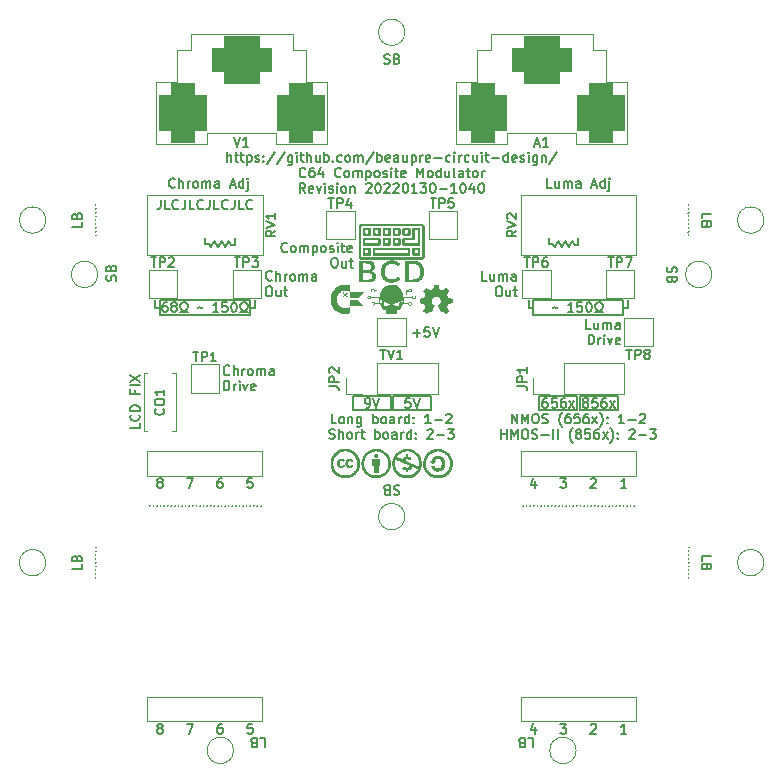
<source format=gto>
%TF.GenerationSoftware,KiCad,Pcbnew,(6.0.1)*%
%TF.CreationDate,2022-02-04T13:52:56-05:00*%
%TF.ProjectId,C64-Composite-Modulator,4336342d-436f-46d7-906f-736974652d4d,0825*%
%TF.SameCoordinates,Original*%
%TF.FileFunction,Legend,Top*%
%TF.FilePolarity,Positive*%
%FSLAX46Y46*%
G04 Gerber Fmt 4.6, Leading zero omitted, Abs format (unit mm)*
G04 Created by KiCad (PCBNEW (6.0.1)) date 2022-02-04 13:52:56*
%MOMM*%
%LPD*%
G01*
G04 APERTURE LIST*
G04 Aperture macros list*
%AMRoundRect*
0 Rectangle with rounded corners*
0 $1 Rounding radius*
0 $2 $3 $4 $5 $6 $7 $8 $9 X,Y pos of 4 corners*
0 Add a 4 corners polygon primitive as box body*
4,1,4,$2,$3,$4,$5,$6,$7,$8,$9,$2,$3,0*
0 Add four circle primitives for the rounded corners*
1,1,$1+$1,$2,$3*
1,1,$1+$1,$4,$5*
1,1,$1+$1,$6,$7*
1,1,$1+$1,$8,$9*
0 Add four rect primitives between the rounded corners*
20,1,$1+$1,$2,$3,$4,$5,0*
20,1,$1+$1,$4,$5,$6,$7,0*
20,1,$1+$1,$6,$7,$8,$9,0*
20,1,$1+$1,$8,$9,$2,$3,0*%
G04 Aperture macros list end*
%ADD10C,0.152400*%
%ADD11C,0.120000*%
%ADD12R,2.000000X2.000000*%
%ADD13C,1.440000*%
%ADD14C,3.000000*%
%ADD15RoundRect,1.000000X-1.000000X1.500000X-1.000000X-1.500000X1.000000X-1.500000X1.000000X1.500000X0*%
%ADD16RoundRect,1.000000X-1.500000X1.000000X-1.500000X-1.000000X1.500000X-1.000000X1.500000X1.000000X0*%
%ADD17R,1.700000X1.700000*%
%ADD18O,1.700000X1.700000*%
%ADD19C,1.600000*%
%ADD20C,2.000000*%
G04 APERTURE END LIST*
D10*
X127611425Y-115127949D02*
G75*
G03*
X127611425Y-115127949I-50000J0D01*
G01*
X128825277Y-115127949D02*
G75*
G03*
X128825277Y-115127949I-50000J0D01*
G01*
X125487184Y-115127949D02*
G75*
G03*
X125487184Y-115127949I-50000J0D01*
G01*
X128218351Y-115127949D02*
G75*
G03*
X128218351Y-115127949I-50000J0D01*
G01*
X123666406Y-115127949D02*
G75*
G03*
X123666406Y-115127949I-50000J0D01*
G01*
X124576795Y-115127949D02*
G75*
G03*
X124576795Y-115127949I-50000J0D01*
G01*
X129432203Y-115127949D02*
G75*
G03*
X129432203Y-115127949I-50000J0D01*
G01*
X124273332Y-115127949D02*
G75*
G03*
X124273332Y-115127949I-50000J0D01*
G01*
X127307962Y-115127949D02*
G75*
G03*
X127307962Y-115127949I-50000J0D01*
G01*
X129735666Y-115127949D02*
G75*
G03*
X129735666Y-115127949I-50000J0D01*
G01*
X124880258Y-115127949D02*
G75*
G03*
X124880258Y-115127949I-50000J0D01*
G01*
X125183721Y-115127949D02*
G75*
G03*
X125183721Y-115127949I-50000J0D01*
G01*
X127004499Y-115127949D02*
G75*
G03*
X127004499Y-115127949I-50000J0D01*
G01*
X123969869Y-115127949D02*
G75*
G03*
X123969869Y-115127949I-50000J0D01*
G01*
X126701036Y-115127949D02*
G75*
G03*
X126701036Y-115127949I-50000J0D01*
G01*
X128521814Y-115127949D02*
G75*
G03*
X128521814Y-115127949I-50000J0D01*
G01*
X126397573Y-115127949D02*
G75*
G03*
X126397573Y-115127949I-50000J0D01*
G01*
X126094110Y-115127949D02*
G75*
G03*
X126094110Y-115127949I-50000J0D01*
G01*
X127914888Y-115127949D02*
G75*
G03*
X127914888Y-115127949I-50000J0D01*
G01*
X129128740Y-115127949D02*
G75*
G03*
X129128740Y-115127949I-50000J0D01*
G01*
X125790647Y-115127949D02*
G75*
G03*
X125790647Y-115127949I-50000J0D01*
G01*
X165932000Y-120249380D02*
G75*
G03*
X165932000Y-120249380I-50000J0D01*
G01*
X165932000Y-120892240D02*
G75*
G03*
X165932000Y-120892240I-50000J0D01*
G01*
X165932000Y-121213670D02*
G75*
G03*
X165932000Y-121213670I-50000J0D01*
G01*
X165932000Y-119285090D02*
G75*
G03*
X165932000Y-119285090I-50000J0D01*
G01*
X165932000Y-119927950D02*
G75*
G03*
X165932000Y-119927950I-50000J0D01*
G01*
X165932000Y-118642230D02*
G75*
G03*
X165932000Y-118642230I-50000J0D01*
G01*
X165932000Y-119606520D02*
G75*
G03*
X165932000Y-119606520I-50000J0D01*
G01*
X165932000Y-120570810D02*
G75*
G03*
X165932000Y-120570810I-50000J0D01*
G01*
X165932000Y-118963660D02*
G75*
G03*
X165932000Y-118963660I-50000J0D01*
G01*
X165932000Y-91249380D02*
G75*
G03*
X165932000Y-91249380I-50000J0D01*
G01*
X165932000Y-91892240D02*
G75*
G03*
X165932000Y-91892240I-50000J0D01*
G01*
X165932000Y-92213670D02*
G75*
G03*
X165932000Y-92213670I-50000J0D01*
G01*
X165932000Y-89963660D02*
G75*
G03*
X165932000Y-89963660I-50000J0D01*
G01*
X165932000Y-89642230D02*
G75*
G03*
X165932000Y-89642230I-50000J0D01*
G01*
X165932000Y-90285090D02*
G75*
G03*
X165932000Y-90285090I-50000J0D01*
G01*
X165932000Y-91570810D02*
G75*
G03*
X165932000Y-91570810I-50000J0D01*
G01*
X165932000Y-90927950D02*
G75*
G03*
X165932000Y-90927950I-50000J0D01*
G01*
X165932000Y-90606520D02*
G75*
G03*
X165932000Y-90606520I-50000J0D01*
G01*
X115732000Y-90606520D02*
G75*
G03*
X115732000Y-90606520I-50000J0D01*
G01*
X115732000Y-92213670D02*
G75*
G03*
X115732000Y-92213670I-50000J0D01*
G01*
X115732000Y-121213670D02*
G75*
G03*
X115732000Y-121213670I-50000J0D01*
G01*
X115732000Y-118642230D02*
G75*
G03*
X115732000Y-118642230I-50000J0D01*
G01*
X115732000Y-119606520D02*
G75*
G03*
X115732000Y-119606520I-50000J0D01*
G01*
X115732000Y-90285090D02*
G75*
G03*
X115732000Y-90285090I-50000J0D01*
G01*
X115732000Y-120570810D02*
G75*
G03*
X115732000Y-120570810I-50000J0D01*
G01*
X115732000Y-91570810D02*
G75*
G03*
X115732000Y-91570810I-50000J0D01*
G01*
X115732000Y-120892240D02*
G75*
G03*
X115732000Y-120892240I-50000J0D01*
G01*
X115732000Y-120249380D02*
G75*
G03*
X115732000Y-120249380I-50000J0D01*
G01*
X115732000Y-91249380D02*
G75*
G03*
X115732000Y-91249380I-50000J0D01*
G01*
X115732000Y-89963660D02*
G75*
G03*
X115732000Y-89963660I-50000J0D01*
G01*
X115732000Y-89642230D02*
G75*
G03*
X115732000Y-89642230I-50000J0D01*
G01*
X115732000Y-91892240D02*
G75*
G03*
X115732000Y-91892240I-50000J0D01*
G01*
X115732000Y-119285090D02*
G75*
G03*
X115732000Y-119285090I-50000J0D01*
G01*
X115732000Y-119927950D02*
G75*
G03*
X115732000Y-119927950I-50000J0D01*
G01*
X115732000Y-118963660D02*
G75*
G03*
X115732000Y-118963660I-50000J0D01*
G01*
X115732000Y-90927950D02*
G75*
G03*
X115732000Y-90927950I-50000J0D01*
G01*
X123362943Y-115127949D02*
G75*
G03*
X123362943Y-115127949I-50000J0D01*
G01*
X120935239Y-115127949D02*
G75*
G03*
X120935239Y-115127949I-50000J0D01*
G01*
X122756017Y-115127949D02*
G75*
G03*
X122756017Y-115127949I-50000J0D01*
G01*
X121542165Y-115127949D02*
G75*
G03*
X121542165Y-115127949I-50000J0D01*
G01*
X120328313Y-115127949D02*
G75*
G03*
X120328313Y-115127949I-50000J0D01*
G01*
X120631776Y-115127949D02*
G75*
G03*
X120631776Y-115127949I-50000J0D01*
G01*
X122149091Y-115127949D02*
G75*
G03*
X122149091Y-115127949I-50000J0D01*
G01*
X123059480Y-115127949D02*
G75*
G03*
X123059480Y-115127949I-50000J0D01*
G01*
X121238702Y-115127949D02*
G75*
G03*
X121238702Y-115127949I-50000J0D01*
G01*
X121845628Y-115127949D02*
G75*
G03*
X121845628Y-115127949I-50000J0D01*
G01*
X122452554Y-115127949D02*
G75*
G03*
X122452554Y-115127949I-50000J0D01*
G01*
X160728740Y-115127950D02*
G75*
G03*
X160728740Y-115127950I-50000J0D01*
G01*
X153445628Y-115127950D02*
G75*
G03*
X153445628Y-115127950I-50000J0D01*
G01*
X154382000Y-92927950D02*
X154082000Y-92927950D01*
X156480258Y-115127950D02*
G75*
G03*
X156480258Y-115127950I-50000J0D01*
G01*
X153280701Y-105827950D02*
X156494501Y-105827950D01*
X156494501Y-105827950D02*
X156494501Y-107027950D01*
X156494501Y-107027950D02*
X153280701Y-107027950D01*
X153280701Y-107027950D02*
X153280701Y-105827950D01*
X151928313Y-115127950D02*
G75*
G03*
X151928313Y-115127950I-50000J0D01*
G01*
X155482000Y-92727950D02*
X155782000Y-93227950D01*
X154382000Y-92927950D02*
X154582000Y-93227950D01*
X159818351Y-115127950D02*
G75*
G03*
X159818351Y-115127950I-50000J0D01*
G01*
X160382000Y-98327950D02*
X160782000Y-98327950D01*
X155782000Y-93227950D02*
X156082000Y-92727950D01*
X154582000Y-93227950D02*
X154882000Y-92727950D01*
X158907962Y-115127950D02*
G75*
G03*
X158907962Y-115127950I-50000J0D01*
G01*
X128782000Y-98327950D02*
X129182000Y-98327950D01*
X125482000Y-93227950D02*
X125782000Y-92727950D01*
X155182000Y-93227950D02*
X155482000Y-92727950D01*
X156082000Y-92727950D02*
X156282000Y-93027950D01*
X154052554Y-115127950D02*
G75*
G03*
X154052554Y-115127950I-50000J0D01*
G01*
X152782000Y-97727950D02*
X160382000Y-97727950D01*
X160382000Y-97727950D02*
X160382000Y-98927950D01*
X160382000Y-98927950D02*
X152782000Y-98927950D01*
X152782000Y-98927950D02*
X152782000Y-97727950D01*
X127482000Y-93027950D02*
X127482000Y-92427950D01*
X124982000Y-92927950D02*
X124982000Y-92427950D01*
X160425277Y-115127950D02*
G75*
G03*
X160425277Y-115127950I-50000J0D01*
G01*
X126982000Y-92727950D02*
X127182000Y-93027950D01*
X126682000Y-93227950D02*
X126982000Y-92727950D01*
X125282000Y-92927950D02*
X125482000Y-93227950D01*
X154882000Y-92727950D02*
X155182000Y-93227950D01*
X157087184Y-115127950D02*
G75*
G03*
X157087184Y-115127950I-50000J0D01*
G01*
X157997573Y-115127950D02*
G75*
G03*
X157997573Y-115127950I-50000J0D01*
G01*
X126382000Y-92727950D02*
X126682000Y-93227950D01*
X152535239Y-115127950D02*
G75*
G03*
X152535239Y-115127950I-50000J0D01*
G01*
X157694110Y-115127950D02*
G75*
G03*
X157694110Y-115127950I-50000J0D01*
G01*
X120782000Y-98327950D02*
X121182000Y-98327950D01*
X120782000Y-98327950D02*
X120782000Y-97727950D01*
X129182000Y-98327950D02*
X129182000Y-97727950D01*
X157390647Y-115127950D02*
G75*
G03*
X157390647Y-115127950I-50000J0D01*
G01*
X155569869Y-115127950D02*
G75*
G03*
X155569869Y-115127950I-50000J0D01*
G01*
X153142165Y-115127950D02*
G75*
G03*
X153142165Y-115127950I-50000J0D01*
G01*
X156282000Y-93027950D02*
X156582000Y-93027950D01*
X155873332Y-115127950D02*
G75*
G03*
X155873332Y-115127950I-50000J0D01*
G01*
X154356017Y-115127950D02*
G75*
G03*
X154356017Y-115127950I-50000J0D01*
G01*
X154962943Y-115127950D02*
G75*
G03*
X154962943Y-115127950I-50000J0D01*
G01*
X125282000Y-92927950D02*
X124982000Y-92927950D01*
X161032203Y-115127950D02*
G75*
G03*
X161032203Y-115127950I-50000J0D01*
G01*
X158301036Y-115127950D02*
G75*
G03*
X158301036Y-115127950I-50000J0D01*
G01*
X159211425Y-115127950D02*
G75*
G03*
X159211425Y-115127950I-50000J0D01*
G01*
X156176795Y-115127950D02*
G75*
G03*
X156176795Y-115127950I-50000J0D01*
G01*
X125782000Y-92727950D02*
X126082000Y-93227950D01*
X152382000Y-98327950D02*
X152382000Y-97727950D01*
X156582000Y-93027950D02*
X156582000Y-92427950D01*
X160121814Y-115127950D02*
G75*
G03*
X160121814Y-115127950I-50000J0D01*
G01*
X154082000Y-92927950D02*
X154082000Y-92427950D01*
X156707000Y-105827950D02*
X159920800Y-105827950D01*
X159920800Y-105827950D02*
X159920800Y-107027950D01*
X159920800Y-107027950D02*
X156707000Y-107027950D01*
X156707000Y-107027950D02*
X156707000Y-105827950D01*
X153749091Y-115127950D02*
G75*
G03*
X153749091Y-115127950I-50000J0D01*
G01*
X154659480Y-115127950D02*
G75*
G03*
X154659480Y-115127950I-50000J0D01*
G01*
X155266406Y-115127950D02*
G75*
G03*
X155266406Y-115127950I-50000J0D01*
G01*
X152382000Y-98327950D02*
X152782000Y-98327950D01*
X159514888Y-115127950D02*
G75*
G03*
X159514888Y-115127950I-50000J0D01*
G01*
X160782000Y-98327950D02*
X160782000Y-97727950D01*
X156783721Y-115127950D02*
G75*
G03*
X156783721Y-115127950I-50000J0D01*
G01*
X158604499Y-115127950D02*
G75*
G03*
X158604499Y-115127950I-50000J0D01*
G01*
X121182000Y-97727950D02*
X128782000Y-97727950D01*
X128782000Y-97727950D02*
X128782000Y-98927950D01*
X128782000Y-98927950D02*
X121182000Y-98927950D01*
X121182000Y-98927950D02*
X121182000Y-97727950D01*
X127182000Y-93027950D02*
X127482000Y-93027950D01*
X152231776Y-115127950D02*
G75*
G03*
X152231776Y-115127950I-50000J0D01*
G01*
X137483200Y-105827950D02*
X140697000Y-105827950D01*
X140697000Y-105827950D02*
X140697000Y-107027950D01*
X140697000Y-107027950D02*
X137483200Y-107027950D01*
X137483200Y-107027950D02*
X137483200Y-105827950D01*
X161335666Y-115127950D02*
G75*
G03*
X161335666Y-115127950I-50000J0D01*
G01*
X126082000Y-93227950D02*
X126382000Y-92727950D01*
X152838702Y-115127950D02*
G75*
G03*
X152838702Y-115127950I-50000J0D01*
G01*
X140897000Y-105827950D02*
X144110800Y-105827950D01*
X144110800Y-105827950D02*
X144110800Y-107027950D01*
X144110800Y-107027950D02*
X140897000Y-107027950D01*
X140897000Y-107027950D02*
X140897000Y-105827950D01*
X142349080Y-105982845D02*
X141962033Y-105982845D01*
X141923328Y-106369892D01*
X141962033Y-106331188D01*
X142039442Y-106292483D01*
X142232966Y-106292483D01*
X142310376Y-106331188D01*
X142349080Y-106369892D01*
X142387785Y-106447302D01*
X142387785Y-106640826D01*
X142349080Y-106718235D01*
X142310376Y-106756940D01*
X142232966Y-106795645D01*
X142039442Y-106795645D01*
X141962033Y-106756940D01*
X141923328Y-106718235D01*
X142620014Y-105982845D02*
X142890947Y-106795645D01*
X143161880Y-105982845D01*
X138586938Y-106795645D02*
X138741757Y-106795645D01*
X138819166Y-106756940D01*
X138857871Y-106718235D01*
X138935280Y-106602121D01*
X138973985Y-106447302D01*
X138973985Y-106137664D01*
X138935280Y-106060254D01*
X138896576Y-106021550D01*
X138819166Y-105982845D01*
X138664347Y-105982845D01*
X138586938Y-106021550D01*
X138548233Y-106060254D01*
X138509528Y-106137664D01*
X138509528Y-106331188D01*
X138548233Y-106408597D01*
X138586938Y-106447302D01*
X138664347Y-106486007D01*
X138819166Y-106486007D01*
X138896576Y-106447302D01*
X138935280Y-106408597D01*
X138973985Y-106331188D01*
X139206214Y-105982845D02*
X139477147Y-106795645D01*
X139748080Y-105982845D01*
X131932044Y-93563931D02*
X131893340Y-93602636D01*
X131777225Y-93641341D01*
X131699816Y-93641341D01*
X131583701Y-93602636D01*
X131506292Y-93525226D01*
X131467587Y-93447817D01*
X131428882Y-93292998D01*
X131428882Y-93176884D01*
X131467587Y-93022065D01*
X131506292Y-92944655D01*
X131583701Y-92867246D01*
X131699816Y-92828541D01*
X131777225Y-92828541D01*
X131893340Y-92867246D01*
X131932044Y-92905950D01*
X132396501Y-93641341D02*
X132319092Y-93602636D01*
X132280387Y-93563931D01*
X132241682Y-93486522D01*
X132241682Y-93254293D01*
X132280387Y-93176884D01*
X132319092Y-93138179D01*
X132396501Y-93099474D01*
X132512616Y-93099474D01*
X132590025Y-93138179D01*
X132628730Y-93176884D01*
X132667435Y-93254293D01*
X132667435Y-93486522D01*
X132628730Y-93563931D01*
X132590025Y-93602636D01*
X132512616Y-93641341D01*
X132396501Y-93641341D01*
X133015778Y-93641341D02*
X133015778Y-93099474D01*
X133015778Y-93176884D02*
X133054482Y-93138179D01*
X133131892Y-93099474D01*
X133248006Y-93099474D01*
X133325416Y-93138179D01*
X133364120Y-93215588D01*
X133364120Y-93641341D01*
X133364120Y-93215588D02*
X133402825Y-93138179D01*
X133480235Y-93099474D01*
X133596349Y-93099474D01*
X133673759Y-93138179D01*
X133712463Y-93215588D01*
X133712463Y-93641341D01*
X134099511Y-93099474D02*
X134099511Y-93912274D01*
X134099511Y-93138179D02*
X134176920Y-93099474D01*
X134331740Y-93099474D01*
X134409149Y-93138179D01*
X134447854Y-93176884D01*
X134486559Y-93254293D01*
X134486559Y-93486522D01*
X134447854Y-93563931D01*
X134409149Y-93602636D01*
X134331740Y-93641341D01*
X134176920Y-93641341D01*
X134099511Y-93602636D01*
X134951016Y-93641341D02*
X134873606Y-93602636D01*
X134834901Y-93563931D01*
X134796197Y-93486522D01*
X134796197Y-93254293D01*
X134834901Y-93176884D01*
X134873606Y-93138179D01*
X134951016Y-93099474D01*
X135067130Y-93099474D01*
X135144540Y-93138179D01*
X135183244Y-93176884D01*
X135221949Y-93254293D01*
X135221949Y-93486522D01*
X135183244Y-93563931D01*
X135144540Y-93602636D01*
X135067130Y-93641341D01*
X134951016Y-93641341D01*
X135531587Y-93602636D02*
X135608997Y-93641341D01*
X135763816Y-93641341D01*
X135841225Y-93602636D01*
X135879930Y-93525226D01*
X135879930Y-93486522D01*
X135841225Y-93409112D01*
X135763816Y-93370407D01*
X135647701Y-93370407D01*
X135570292Y-93331703D01*
X135531587Y-93254293D01*
X135531587Y-93215588D01*
X135570292Y-93138179D01*
X135647701Y-93099474D01*
X135763816Y-93099474D01*
X135841225Y-93138179D01*
X136228273Y-93641341D02*
X136228273Y-93099474D01*
X136228273Y-92828541D02*
X136189568Y-92867246D01*
X136228273Y-92905950D01*
X136266978Y-92867246D01*
X136228273Y-92828541D01*
X136228273Y-92905950D01*
X136499206Y-93099474D02*
X136808844Y-93099474D01*
X136615320Y-92828541D02*
X136615320Y-93525226D01*
X136654025Y-93602636D01*
X136731435Y-93641341D01*
X136808844Y-93641341D01*
X137389416Y-93602636D02*
X137312006Y-93641341D01*
X137157187Y-93641341D01*
X137079778Y-93602636D01*
X137041073Y-93525226D01*
X137041073Y-93215588D01*
X137079778Y-93138179D01*
X137157187Y-93099474D01*
X137312006Y-93099474D01*
X137389416Y-93138179D01*
X137428120Y-93215588D01*
X137428120Y-93292998D01*
X137041073Y-93370407D01*
X135879930Y-94137149D02*
X136034749Y-94137149D01*
X136112159Y-94175854D01*
X136189568Y-94253263D01*
X136228273Y-94408082D01*
X136228273Y-94679015D01*
X136189568Y-94833834D01*
X136112159Y-94911244D01*
X136034749Y-94949949D01*
X135879930Y-94949949D01*
X135802520Y-94911244D01*
X135725111Y-94833834D01*
X135686406Y-94679015D01*
X135686406Y-94408082D01*
X135725111Y-94253263D01*
X135802520Y-94175854D01*
X135879930Y-94137149D01*
X136924959Y-94408082D02*
X136924959Y-94949949D01*
X136576616Y-94408082D02*
X136576616Y-94833834D01*
X136615320Y-94911244D01*
X136692730Y-94949949D01*
X136808844Y-94949949D01*
X136886254Y-94911244D01*
X136924959Y-94872539D01*
X137195892Y-94408082D02*
X137505530Y-94408082D01*
X137312006Y-94137149D02*
X137312006Y-94833834D01*
X137350711Y-94911244D01*
X137428120Y-94949949D01*
X137505530Y-94949949D01*
X154337123Y-88195645D02*
X153950076Y-88195645D01*
X153950076Y-87382845D01*
X154956400Y-87653778D02*
X154956400Y-88195645D01*
X154608057Y-87653778D02*
X154608057Y-88079530D01*
X154646761Y-88156940D01*
X154724171Y-88195645D01*
X154840285Y-88195645D01*
X154917695Y-88156940D01*
X154956400Y-88118235D01*
X155343447Y-88195645D02*
X155343447Y-87653778D01*
X155343447Y-87731188D02*
X155382152Y-87692483D01*
X155459561Y-87653778D01*
X155575676Y-87653778D01*
X155653085Y-87692483D01*
X155691790Y-87769892D01*
X155691790Y-88195645D01*
X155691790Y-87769892D02*
X155730495Y-87692483D01*
X155807904Y-87653778D01*
X155924019Y-87653778D01*
X156001428Y-87692483D01*
X156040133Y-87769892D01*
X156040133Y-88195645D01*
X156775523Y-88195645D02*
X156775523Y-87769892D01*
X156736819Y-87692483D01*
X156659409Y-87653778D01*
X156504590Y-87653778D01*
X156427180Y-87692483D01*
X156775523Y-88156940D02*
X156698114Y-88195645D01*
X156504590Y-88195645D01*
X156427180Y-88156940D01*
X156388476Y-88079530D01*
X156388476Y-88002121D01*
X156427180Y-87924711D01*
X156504590Y-87886007D01*
X156698114Y-87886007D01*
X156775523Y-87847302D01*
X157743142Y-87963416D02*
X158130190Y-87963416D01*
X157665733Y-88195645D02*
X157936666Y-87382845D01*
X158207600Y-88195645D01*
X158826876Y-88195645D02*
X158826876Y-87382845D01*
X158826876Y-88156940D02*
X158749466Y-88195645D01*
X158594647Y-88195645D01*
X158517238Y-88156940D01*
X158478533Y-88118235D01*
X158439828Y-88040826D01*
X158439828Y-87808597D01*
X158478533Y-87731188D01*
X158517238Y-87692483D01*
X158594647Y-87653778D01*
X158749466Y-87653778D01*
X158826876Y-87692483D01*
X159213923Y-87653778D02*
X159213923Y-88350464D01*
X159175219Y-88427873D01*
X159097809Y-88466578D01*
X159059104Y-88466578D01*
X159213923Y-87382845D02*
X159175219Y-87421550D01*
X159213923Y-87460254D01*
X159252628Y-87421550D01*
X159213923Y-87382845D01*
X159213923Y-87460254D01*
X122417847Y-88118235D02*
X122379142Y-88156940D01*
X122263028Y-88195645D01*
X122185619Y-88195645D01*
X122069504Y-88156940D01*
X121992095Y-88079530D01*
X121953390Y-88002121D01*
X121914685Y-87847302D01*
X121914685Y-87731188D01*
X121953390Y-87576369D01*
X121992095Y-87498959D01*
X122069504Y-87421550D01*
X122185619Y-87382845D01*
X122263028Y-87382845D01*
X122379142Y-87421550D01*
X122417847Y-87460254D01*
X122766190Y-88195645D02*
X122766190Y-87382845D01*
X123114533Y-88195645D02*
X123114533Y-87769892D01*
X123075828Y-87692483D01*
X122998419Y-87653778D01*
X122882304Y-87653778D01*
X122804895Y-87692483D01*
X122766190Y-87731188D01*
X123501580Y-88195645D02*
X123501580Y-87653778D01*
X123501580Y-87808597D02*
X123540285Y-87731188D01*
X123578990Y-87692483D01*
X123656400Y-87653778D01*
X123733809Y-87653778D01*
X124120857Y-88195645D02*
X124043447Y-88156940D01*
X124004742Y-88118235D01*
X123966038Y-88040826D01*
X123966038Y-87808597D01*
X124004742Y-87731188D01*
X124043447Y-87692483D01*
X124120857Y-87653778D01*
X124236971Y-87653778D01*
X124314380Y-87692483D01*
X124353085Y-87731188D01*
X124391790Y-87808597D01*
X124391790Y-88040826D01*
X124353085Y-88118235D01*
X124314380Y-88156940D01*
X124236971Y-88195645D01*
X124120857Y-88195645D01*
X124740133Y-88195645D02*
X124740133Y-87653778D01*
X124740133Y-87731188D02*
X124778838Y-87692483D01*
X124856247Y-87653778D01*
X124972361Y-87653778D01*
X125049771Y-87692483D01*
X125088476Y-87769892D01*
X125088476Y-88195645D01*
X125088476Y-87769892D02*
X125127180Y-87692483D01*
X125204590Y-87653778D01*
X125320704Y-87653778D01*
X125398114Y-87692483D01*
X125436819Y-87769892D01*
X125436819Y-88195645D01*
X126172209Y-88195645D02*
X126172209Y-87769892D01*
X126133504Y-87692483D01*
X126056095Y-87653778D01*
X125901276Y-87653778D01*
X125823866Y-87692483D01*
X126172209Y-88156940D02*
X126094800Y-88195645D01*
X125901276Y-88195645D01*
X125823866Y-88156940D01*
X125785161Y-88079530D01*
X125785161Y-88002121D01*
X125823866Y-87924711D01*
X125901276Y-87886007D01*
X126094800Y-87886007D01*
X126172209Y-87847302D01*
X127139828Y-87963416D02*
X127526876Y-87963416D01*
X127062419Y-88195645D02*
X127333352Y-87382845D01*
X127604285Y-88195645D01*
X128223561Y-88195645D02*
X128223561Y-87382845D01*
X128223561Y-88156940D02*
X128146152Y-88195645D01*
X127991333Y-88195645D01*
X127913923Y-88156940D01*
X127875219Y-88118235D01*
X127836514Y-88040826D01*
X127836514Y-87808597D01*
X127875219Y-87731188D01*
X127913923Y-87692483D01*
X127991333Y-87653778D01*
X128146152Y-87653778D01*
X128223561Y-87692483D01*
X128610609Y-87653778D02*
X128610609Y-88350464D01*
X128571904Y-88427873D01*
X128494495Y-88466578D01*
X128455790Y-88466578D01*
X128610609Y-87382845D02*
X128571904Y-87421550D01*
X128610609Y-87460254D01*
X128649314Y-87421550D01*
X128610609Y-87382845D01*
X128610609Y-87460254D01*
X153939334Y-105982845D02*
X153784515Y-105982845D01*
X153707105Y-106021550D01*
X153668401Y-106060254D01*
X153590991Y-106176369D01*
X153552286Y-106331188D01*
X153552286Y-106640826D01*
X153590991Y-106718235D01*
X153629696Y-106756940D01*
X153707105Y-106795645D01*
X153861924Y-106795645D01*
X153939334Y-106756940D01*
X153978039Y-106718235D01*
X154016743Y-106640826D01*
X154016743Y-106447302D01*
X153978039Y-106369892D01*
X153939334Y-106331188D01*
X153861924Y-106292483D01*
X153707105Y-106292483D01*
X153629696Y-106331188D01*
X153590991Y-106369892D01*
X153552286Y-106447302D01*
X154752134Y-105982845D02*
X154365086Y-105982845D01*
X154326381Y-106369892D01*
X154365086Y-106331188D01*
X154442496Y-106292483D01*
X154636020Y-106292483D01*
X154713429Y-106331188D01*
X154752134Y-106369892D01*
X154790839Y-106447302D01*
X154790839Y-106640826D01*
X154752134Y-106718235D01*
X154713429Y-106756940D01*
X154636020Y-106795645D01*
X154442496Y-106795645D01*
X154365086Y-106756940D01*
X154326381Y-106718235D01*
X155487524Y-105982845D02*
X155332705Y-105982845D01*
X155255296Y-106021550D01*
X155216591Y-106060254D01*
X155139181Y-106176369D01*
X155100477Y-106331188D01*
X155100477Y-106640826D01*
X155139181Y-106718235D01*
X155177886Y-106756940D01*
X155255296Y-106795645D01*
X155410115Y-106795645D01*
X155487524Y-106756940D01*
X155526229Y-106718235D01*
X155564934Y-106640826D01*
X155564934Y-106447302D01*
X155526229Y-106369892D01*
X155487524Y-106331188D01*
X155410115Y-106292483D01*
X155255296Y-106292483D01*
X155177886Y-106331188D01*
X155139181Y-106369892D01*
X155100477Y-106447302D01*
X155835867Y-106795645D02*
X156261620Y-106253778D01*
X155835867Y-106253778D02*
X156261620Y-106795645D01*
X157133404Y-106331188D02*
X157055995Y-106292483D01*
X157017290Y-106253778D01*
X156978585Y-106176369D01*
X156978585Y-106137664D01*
X157017290Y-106060254D01*
X157055995Y-106021550D01*
X157133404Y-105982845D01*
X157288223Y-105982845D01*
X157365633Y-106021550D01*
X157404338Y-106060254D01*
X157443042Y-106137664D01*
X157443042Y-106176369D01*
X157404338Y-106253778D01*
X157365633Y-106292483D01*
X157288223Y-106331188D01*
X157133404Y-106331188D01*
X157055995Y-106369892D01*
X157017290Y-106408597D01*
X156978585Y-106486007D01*
X156978585Y-106640826D01*
X157017290Y-106718235D01*
X157055995Y-106756940D01*
X157133404Y-106795645D01*
X157288223Y-106795645D01*
X157365633Y-106756940D01*
X157404338Y-106718235D01*
X157443042Y-106640826D01*
X157443042Y-106486007D01*
X157404338Y-106408597D01*
X157365633Y-106369892D01*
X157288223Y-106331188D01*
X158178433Y-105982845D02*
X157791385Y-105982845D01*
X157752680Y-106369892D01*
X157791385Y-106331188D01*
X157868795Y-106292483D01*
X158062319Y-106292483D01*
X158139728Y-106331188D01*
X158178433Y-106369892D01*
X158217138Y-106447302D01*
X158217138Y-106640826D01*
X158178433Y-106718235D01*
X158139728Y-106756940D01*
X158062319Y-106795645D01*
X157868795Y-106795645D01*
X157791385Y-106756940D01*
X157752680Y-106718235D01*
X158913823Y-105982845D02*
X158759004Y-105982845D01*
X158681595Y-106021550D01*
X158642890Y-106060254D01*
X158565480Y-106176369D01*
X158526776Y-106331188D01*
X158526776Y-106640826D01*
X158565480Y-106718235D01*
X158604185Y-106756940D01*
X158681595Y-106795645D01*
X158836414Y-106795645D01*
X158913823Y-106756940D01*
X158952528Y-106718235D01*
X158991233Y-106640826D01*
X158991233Y-106447302D01*
X158952528Y-106369892D01*
X158913823Y-106331188D01*
X158836414Y-106292483D01*
X158681595Y-106292483D01*
X158604185Y-106331188D01*
X158565480Y-106369892D01*
X158526776Y-106447302D01*
X159262166Y-106795645D02*
X159687919Y-106253778D01*
X159262166Y-106253778D02*
X159687919Y-106795645D01*
X148851016Y-96041341D02*
X148463968Y-96041341D01*
X148463968Y-95228541D01*
X149470292Y-95499474D02*
X149470292Y-96041341D01*
X149121949Y-95499474D02*
X149121949Y-95925226D01*
X149160654Y-96002636D01*
X149238063Y-96041341D01*
X149354178Y-96041341D01*
X149431587Y-96002636D01*
X149470292Y-95963931D01*
X149857340Y-96041341D02*
X149857340Y-95499474D01*
X149857340Y-95576884D02*
X149896044Y-95538179D01*
X149973454Y-95499474D01*
X150089568Y-95499474D01*
X150166978Y-95538179D01*
X150205682Y-95615588D01*
X150205682Y-96041341D01*
X150205682Y-95615588D02*
X150244387Y-95538179D01*
X150321797Y-95499474D01*
X150437911Y-95499474D01*
X150515320Y-95538179D01*
X150554025Y-95615588D01*
X150554025Y-96041341D01*
X151289416Y-96041341D02*
X151289416Y-95615588D01*
X151250711Y-95538179D01*
X151173301Y-95499474D01*
X151018482Y-95499474D01*
X150941073Y-95538179D01*
X151289416Y-96002636D02*
X151212006Y-96041341D01*
X151018482Y-96041341D01*
X150941073Y-96002636D01*
X150902368Y-95925226D01*
X150902368Y-95847817D01*
X150941073Y-95770407D01*
X151018482Y-95731703D01*
X151212006Y-95731703D01*
X151289416Y-95692998D01*
X149779930Y-96537149D02*
X149934749Y-96537149D01*
X150012159Y-96575854D01*
X150089568Y-96653263D01*
X150128273Y-96808082D01*
X150128273Y-97079015D01*
X150089568Y-97233834D01*
X150012159Y-97311244D01*
X149934749Y-97349949D01*
X149779930Y-97349949D01*
X149702520Y-97311244D01*
X149625111Y-97233834D01*
X149586406Y-97079015D01*
X149586406Y-96808082D01*
X149625111Y-96653263D01*
X149702520Y-96575854D01*
X149779930Y-96537149D01*
X150824959Y-96808082D02*
X150824959Y-97349949D01*
X150476616Y-96808082D02*
X150476616Y-97233834D01*
X150515320Y-97311244D01*
X150592730Y-97349949D01*
X150708844Y-97349949D01*
X150786254Y-97311244D01*
X150824959Y-97272539D01*
X151095892Y-96808082D02*
X151405530Y-96808082D01*
X151212006Y-96537149D02*
X151212006Y-97233834D01*
X151250711Y-97311244D01*
X151328120Y-97349949D01*
X151405530Y-97349949D01*
X127054040Y-103963931D02*
X127015336Y-104002636D01*
X126899221Y-104041341D01*
X126821812Y-104041341D01*
X126705698Y-104002636D01*
X126628288Y-103925226D01*
X126589583Y-103847817D01*
X126550879Y-103692998D01*
X126550879Y-103576884D01*
X126589583Y-103422065D01*
X126628288Y-103344655D01*
X126705698Y-103267246D01*
X126821812Y-103228541D01*
X126899221Y-103228541D01*
X127015336Y-103267246D01*
X127054040Y-103305950D01*
X127402383Y-104041341D02*
X127402383Y-103228541D01*
X127750726Y-104041341D02*
X127750726Y-103615588D01*
X127712021Y-103538179D01*
X127634612Y-103499474D01*
X127518498Y-103499474D01*
X127441088Y-103538179D01*
X127402383Y-103576884D01*
X128137774Y-104041341D02*
X128137774Y-103499474D01*
X128137774Y-103654293D02*
X128176479Y-103576884D01*
X128215183Y-103538179D01*
X128292593Y-103499474D01*
X128370002Y-103499474D01*
X128757050Y-104041341D02*
X128679640Y-104002636D01*
X128640936Y-103963931D01*
X128602231Y-103886522D01*
X128602231Y-103654293D01*
X128640936Y-103576884D01*
X128679640Y-103538179D01*
X128757050Y-103499474D01*
X128873164Y-103499474D01*
X128950574Y-103538179D01*
X128989279Y-103576884D01*
X129027983Y-103654293D01*
X129027983Y-103886522D01*
X128989279Y-103963931D01*
X128950574Y-104002636D01*
X128873164Y-104041341D01*
X128757050Y-104041341D01*
X129376326Y-104041341D02*
X129376326Y-103499474D01*
X129376326Y-103576884D02*
X129415031Y-103538179D01*
X129492440Y-103499474D01*
X129608555Y-103499474D01*
X129685964Y-103538179D01*
X129724669Y-103615588D01*
X129724669Y-104041341D01*
X129724669Y-103615588D02*
X129763374Y-103538179D01*
X129840783Y-103499474D01*
X129956898Y-103499474D01*
X130034307Y-103538179D01*
X130073012Y-103615588D01*
X130073012Y-104041341D01*
X130808402Y-104041341D02*
X130808402Y-103615588D01*
X130769698Y-103538179D01*
X130692288Y-103499474D01*
X130537469Y-103499474D01*
X130460060Y-103538179D01*
X130808402Y-104002636D02*
X130730993Y-104041341D01*
X130537469Y-104041341D01*
X130460060Y-104002636D01*
X130421355Y-103925226D01*
X130421355Y-103847817D01*
X130460060Y-103770407D01*
X130537469Y-103731703D01*
X130730993Y-103731703D01*
X130808402Y-103692998D01*
X126589583Y-105349949D02*
X126589583Y-104537149D01*
X126783107Y-104537149D01*
X126899221Y-104575854D01*
X126976631Y-104653263D01*
X127015336Y-104730673D01*
X127054040Y-104885492D01*
X127054040Y-105001606D01*
X127015336Y-105156425D01*
X126976631Y-105233834D01*
X126899221Y-105311244D01*
X126783107Y-105349949D01*
X126589583Y-105349949D01*
X127402383Y-105349949D02*
X127402383Y-104808082D01*
X127402383Y-104962901D02*
X127441088Y-104885492D01*
X127479793Y-104846787D01*
X127557202Y-104808082D01*
X127634612Y-104808082D01*
X127905545Y-105349949D02*
X127905545Y-104808082D01*
X127905545Y-104537149D02*
X127866840Y-104575854D01*
X127905545Y-104614558D01*
X127944250Y-104575854D01*
X127905545Y-104537149D01*
X127905545Y-104614558D01*
X128215183Y-104808082D02*
X128408707Y-105349949D01*
X128602231Y-104808082D01*
X129221507Y-105311244D02*
X129144098Y-105349949D01*
X128989279Y-105349949D01*
X128911869Y-105311244D01*
X128873164Y-105233834D01*
X128873164Y-104924196D01*
X128911869Y-104846787D01*
X128989279Y-104808082D01*
X129144098Y-104808082D01*
X129221507Y-104846787D01*
X129260212Y-104924196D01*
X129260212Y-105001606D01*
X128873164Y-105079015D01*
X130639040Y-95963931D02*
X130600336Y-96002636D01*
X130484221Y-96041341D01*
X130406812Y-96041341D01*
X130290698Y-96002636D01*
X130213288Y-95925226D01*
X130174583Y-95847817D01*
X130135879Y-95692998D01*
X130135879Y-95576884D01*
X130174583Y-95422065D01*
X130213288Y-95344655D01*
X130290698Y-95267246D01*
X130406812Y-95228541D01*
X130484221Y-95228541D01*
X130600336Y-95267246D01*
X130639040Y-95305950D01*
X130987383Y-96041341D02*
X130987383Y-95228541D01*
X131335726Y-96041341D02*
X131335726Y-95615588D01*
X131297021Y-95538179D01*
X131219612Y-95499474D01*
X131103498Y-95499474D01*
X131026088Y-95538179D01*
X130987383Y-95576884D01*
X131722774Y-96041341D02*
X131722774Y-95499474D01*
X131722774Y-95654293D02*
X131761479Y-95576884D01*
X131800183Y-95538179D01*
X131877593Y-95499474D01*
X131955002Y-95499474D01*
X132342050Y-96041341D02*
X132264640Y-96002636D01*
X132225936Y-95963931D01*
X132187231Y-95886522D01*
X132187231Y-95654293D01*
X132225936Y-95576884D01*
X132264640Y-95538179D01*
X132342050Y-95499474D01*
X132458164Y-95499474D01*
X132535574Y-95538179D01*
X132574279Y-95576884D01*
X132612983Y-95654293D01*
X132612983Y-95886522D01*
X132574279Y-95963931D01*
X132535574Y-96002636D01*
X132458164Y-96041341D01*
X132342050Y-96041341D01*
X132961326Y-96041341D02*
X132961326Y-95499474D01*
X132961326Y-95576884D02*
X133000031Y-95538179D01*
X133077440Y-95499474D01*
X133193555Y-95499474D01*
X133270964Y-95538179D01*
X133309669Y-95615588D01*
X133309669Y-96041341D01*
X133309669Y-95615588D02*
X133348374Y-95538179D01*
X133425783Y-95499474D01*
X133541898Y-95499474D01*
X133619307Y-95538179D01*
X133658012Y-95615588D01*
X133658012Y-96041341D01*
X134393402Y-96041341D02*
X134393402Y-95615588D01*
X134354698Y-95538179D01*
X134277288Y-95499474D01*
X134122469Y-95499474D01*
X134045060Y-95538179D01*
X134393402Y-96002636D02*
X134315993Y-96041341D01*
X134122469Y-96041341D01*
X134045060Y-96002636D01*
X134006355Y-95925226D01*
X134006355Y-95847817D01*
X134045060Y-95770407D01*
X134122469Y-95731703D01*
X134315993Y-95731703D01*
X134393402Y-95692998D01*
X130329402Y-96537149D02*
X130484221Y-96537149D01*
X130561631Y-96575854D01*
X130639040Y-96653263D01*
X130677745Y-96808082D01*
X130677745Y-97079015D01*
X130639040Y-97233834D01*
X130561631Y-97311244D01*
X130484221Y-97349949D01*
X130329402Y-97349949D01*
X130251993Y-97311244D01*
X130174583Y-97233834D01*
X130135879Y-97079015D01*
X130135879Y-96808082D01*
X130174583Y-96653263D01*
X130251993Y-96575854D01*
X130329402Y-96537149D01*
X131374431Y-96808082D02*
X131374431Y-97349949D01*
X131026088Y-96808082D02*
X131026088Y-97233834D01*
X131064793Y-97311244D01*
X131142202Y-97349949D01*
X131258317Y-97349949D01*
X131335726Y-97311244D01*
X131374431Y-97272539D01*
X131645364Y-96808082D02*
X131955002Y-96808082D01*
X131761479Y-96537149D02*
X131761479Y-97233834D01*
X131800183Y-97311244D01*
X131877593Y-97349949D01*
X131955002Y-97349949D01*
X121740152Y-97882845D02*
X121585333Y-97882845D01*
X121507923Y-97921550D01*
X121469219Y-97960254D01*
X121391809Y-98076369D01*
X121353104Y-98231188D01*
X121353104Y-98540826D01*
X121391809Y-98618235D01*
X121430514Y-98656940D01*
X121507923Y-98695645D01*
X121662742Y-98695645D01*
X121740152Y-98656940D01*
X121778857Y-98618235D01*
X121817561Y-98540826D01*
X121817561Y-98347302D01*
X121778857Y-98269892D01*
X121740152Y-98231188D01*
X121662742Y-98192483D01*
X121507923Y-98192483D01*
X121430514Y-98231188D01*
X121391809Y-98269892D01*
X121353104Y-98347302D01*
X122282019Y-98231188D02*
X122204609Y-98192483D01*
X122165904Y-98153778D01*
X122127200Y-98076369D01*
X122127200Y-98037664D01*
X122165904Y-97960254D01*
X122204609Y-97921550D01*
X122282019Y-97882845D01*
X122436838Y-97882845D01*
X122514247Y-97921550D01*
X122552952Y-97960254D01*
X122591657Y-98037664D01*
X122591657Y-98076369D01*
X122552952Y-98153778D01*
X122514247Y-98192483D01*
X122436838Y-98231188D01*
X122282019Y-98231188D01*
X122204609Y-98269892D01*
X122165904Y-98308597D01*
X122127200Y-98386007D01*
X122127200Y-98540826D01*
X122165904Y-98618235D01*
X122204609Y-98656940D01*
X122282019Y-98695645D01*
X122436838Y-98695645D01*
X122514247Y-98656940D01*
X122552952Y-98618235D01*
X122591657Y-98540826D01*
X122591657Y-98386007D01*
X122552952Y-98308597D01*
X122514247Y-98269892D01*
X122436838Y-98231188D01*
X122901295Y-98695645D02*
X123094819Y-98695645D01*
X123094819Y-98540826D01*
X123017409Y-98502121D01*
X122940000Y-98424711D01*
X122901295Y-98308597D01*
X122901295Y-98115073D01*
X122940000Y-97998959D01*
X123017409Y-97921550D01*
X123133523Y-97882845D01*
X123288342Y-97882845D01*
X123404457Y-97921550D01*
X123481866Y-97998959D01*
X123520571Y-98115073D01*
X123520571Y-98308597D01*
X123481866Y-98424711D01*
X123404457Y-98502121D01*
X123327047Y-98540826D01*
X123327047Y-98695645D01*
X123520571Y-98695645D01*
X124372076Y-98386007D02*
X124410780Y-98347302D01*
X124488190Y-98308597D01*
X124643009Y-98386007D01*
X124720419Y-98347302D01*
X124759123Y-98308597D01*
X126113790Y-98695645D02*
X125649333Y-98695645D01*
X125881561Y-98695645D02*
X125881561Y-97882845D01*
X125804152Y-97998959D01*
X125726742Y-98076369D01*
X125649333Y-98115073D01*
X126849180Y-97882845D02*
X126462133Y-97882845D01*
X126423428Y-98269892D01*
X126462133Y-98231188D01*
X126539542Y-98192483D01*
X126733066Y-98192483D01*
X126810476Y-98231188D01*
X126849180Y-98269892D01*
X126887885Y-98347302D01*
X126887885Y-98540826D01*
X126849180Y-98618235D01*
X126810476Y-98656940D01*
X126733066Y-98695645D01*
X126539542Y-98695645D01*
X126462133Y-98656940D01*
X126423428Y-98618235D01*
X127391047Y-97882845D02*
X127468457Y-97882845D01*
X127545866Y-97921550D01*
X127584571Y-97960254D01*
X127623276Y-98037664D01*
X127661980Y-98192483D01*
X127661980Y-98386007D01*
X127623276Y-98540826D01*
X127584571Y-98618235D01*
X127545866Y-98656940D01*
X127468457Y-98695645D01*
X127391047Y-98695645D01*
X127313638Y-98656940D01*
X127274933Y-98618235D01*
X127236228Y-98540826D01*
X127197523Y-98386007D01*
X127197523Y-98192483D01*
X127236228Y-98037664D01*
X127274933Y-97960254D01*
X127313638Y-97921550D01*
X127391047Y-97882845D01*
X127971619Y-98695645D02*
X128165142Y-98695645D01*
X128165142Y-98540826D01*
X128087733Y-98502121D01*
X128010323Y-98424711D01*
X127971619Y-98308597D01*
X127971619Y-98115073D01*
X128010323Y-97998959D01*
X128087733Y-97921550D01*
X128203847Y-97882845D01*
X128358666Y-97882845D01*
X128474780Y-97921550D01*
X128552190Y-97998959D01*
X128590895Y-98115073D01*
X128590895Y-98308597D01*
X128552190Y-98424711D01*
X128474780Y-98502121D01*
X128397371Y-98540826D01*
X128397371Y-98695645D01*
X128590895Y-98695645D01*
X157651016Y-100141341D02*
X157263968Y-100141341D01*
X157263968Y-99328541D01*
X158270292Y-99599474D02*
X158270292Y-100141341D01*
X157921949Y-99599474D02*
X157921949Y-100025226D01*
X157960654Y-100102636D01*
X158038063Y-100141341D01*
X158154178Y-100141341D01*
X158231587Y-100102636D01*
X158270292Y-100063931D01*
X158657340Y-100141341D02*
X158657340Y-99599474D01*
X158657340Y-99676884D02*
X158696044Y-99638179D01*
X158773454Y-99599474D01*
X158889568Y-99599474D01*
X158966978Y-99638179D01*
X159005682Y-99715588D01*
X159005682Y-100141341D01*
X159005682Y-99715588D02*
X159044387Y-99638179D01*
X159121797Y-99599474D01*
X159237911Y-99599474D01*
X159315320Y-99638179D01*
X159354025Y-99715588D01*
X159354025Y-100141341D01*
X160089416Y-100141341D02*
X160089416Y-99715588D01*
X160050711Y-99638179D01*
X159973301Y-99599474D01*
X159818482Y-99599474D01*
X159741073Y-99638179D01*
X160089416Y-100102636D02*
X160012006Y-100141341D01*
X159818482Y-100141341D01*
X159741073Y-100102636D01*
X159702368Y-100025226D01*
X159702368Y-99947817D01*
X159741073Y-99870407D01*
X159818482Y-99831703D01*
X160012006Y-99831703D01*
X160089416Y-99792998D01*
X157457492Y-101449949D02*
X157457492Y-100637149D01*
X157651016Y-100637149D01*
X157767130Y-100675854D01*
X157844540Y-100753263D01*
X157883244Y-100830673D01*
X157921949Y-100985492D01*
X157921949Y-101101606D01*
X157883244Y-101256425D01*
X157844540Y-101333834D01*
X157767130Y-101411244D01*
X157651016Y-101449949D01*
X157457492Y-101449949D01*
X158270292Y-101449949D02*
X158270292Y-100908082D01*
X158270292Y-101062901D02*
X158308997Y-100985492D01*
X158347701Y-100946787D01*
X158425111Y-100908082D01*
X158502520Y-100908082D01*
X158773454Y-101449949D02*
X158773454Y-100908082D01*
X158773454Y-100637149D02*
X158734749Y-100675854D01*
X158773454Y-100714558D01*
X158812159Y-100675854D01*
X158773454Y-100637149D01*
X158773454Y-100714558D01*
X159083092Y-100908082D02*
X159276616Y-101449949D01*
X159470140Y-100908082D01*
X160089416Y-101411244D02*
X160012006Y-101449949D01*
X159857187Y-101449949D01*
X159779778Y-101411244D01*
X159741073Y-101333834D01*
X159741073Y-101024196D01*
X159779778Y-100946787D01*
X159857187Y-100908082D01*
X160012006Y-100908082D01*
X160089416Y-100946787D01*
X160128120Y-101024196D01*
X160128120Y-101101606D01*
X159741073Y-101179015D01*
X167025264Y-119773126D02*
X167025264Y-119386079D01*
X167838064Y-119386079D01*
X167451017Y-120314993D02*
X167412312Y-120431107D01*
X167373607Y-120469812D01*
X167296198Y-120508517D01*
X167180083Y-120508517D01*
X167102674Y-120469812D01*
X167063969Y-120431107D01*
X167025264Y-120353698D01*
X167025264Y-120044060D01*
X167838064Y-120044060D01*
X167838064Y-120314993D01*
X167799360Y-120392403D01*
X167760655Y-120431107D01*
X167683245Y-120469812D01*
X167605836Y-120469812D01*
X167528426Y-120431107D01*
X167489721Y-120392403D01*
X167451017Y-120314993D01*
X167451017Y-120044060D01*
X117410990Y-96066578D02*
X117449695Y-95950464D01*
X117449695Y-95756940D01*
X117410990Y-95679530D01*
X117372285Y-95640826D01*
X117294876Y-95602121D01*
X117217466Y-95602121D01*
X117140057Y-95640826D01*
X117101352Y-95679530D01*
X117062647Y-95756940D01*
X117023942Y-95911759D01*
X116985238Y-95989169D01*
X116946533Y-96027873D01*
X116869123Y-96066578D01*
X116791714Y-96066578D01*
X116714304Y-96027873D01*
X116675600Y-95989169D01*
X116636895Y-95911759D01*
X116636895Y-95718235D01*
X116675600Y-95602121D01*
X117023942Y-94982845D02*
X117062647Y-94866730D01*
X117101352Y-94828026D01*
X117178761Y-94789321D01*
X117294876Y-94789321D01*
X117372285Y-94828026D01*
X117410990Y-94866730D01*
X117449695Y-94944140D01*
X117449695Y-95253778D01*
X116636895Y-95253778D01*
X116636895Y-94982845D01*
X116675600Y-94905435D01*
X116714304Y-94866730D01*
X116791714Y-94828026D01*
X116869123Y-94828026D01*
X116946533Y-94866730D01*
X116985238Y-94905435D01*
X117023942Y-94982845D01*
X117023942Y-95253778D01*
X150950457Y-108141341D02*
X150950457Y-107328541D01*
X151414914Y-108141341D01*
X151414914Y-107328541D01*
X151801961Y-108141341D02*
X151801961Y-107328541D01*
X152072895Y-107909112D01*
X152343828Y-107328541D01*
X152343828Y-108141341D01*
X152885695Y-107328541D02*
X153040514Y-107328541D01*
X153117923Y-107367246D01*
X153195333Y-107444655D01*
X153234038Y-107599474D01*
X153234038Y-107870407D01*
X153195333Y-108025226D01*
X153117923Y-108102636D01*
X153040514Y-108141341D01*
X152885695Y-108141341D01*
X152808285Y-108102636D01*
X152730876Y-108025226D01*
X152692171Y-107870407D01*
X152692171Y-107599474D01*
X152730876Y-107444655D01*
X152808285Y-107367246D01*
X152885695Y-107328541D01*
X153543676Y-108102636D02*
X153659790Y-108141341D01*
X153853314Y-108141341D01*
X153930723Y-108102636D01*
X153969428Y-108063931D01*
X154008133Y-107986522D01*
X154008133Y-107909112D01*
X153969428Y-107831703D01*
X153930723Y-107792998D01*
X153853314Y-107754293D01*
X153698495Y-107715588D01*
X153621085Y-107676884D01*
X153582380Y-107638179D01*
X153543676Y-107560769D01*
X153543676Y-107483360D01*
X153582380Y-107405950D01*
X153621085Y-107367246D01*
X153698495Y-107328541D01*
X153892019Y-107328541D01*
X154008133Y-107367246D01*
X155207980Y-108450979D02*
X155169276Y-108412274D01*
X155091866Y-108296160D01*
X155053161Y-108218750D01*
X155014457Y-108102636D01*
X154975752Y-107909112D01*
X154975752Y-107754293D01*
X155014457Y-107560769D01*
X155053161Y-107444655D01*
X155091866Y-107367246D01*
X155169276Y-107251131D01*
X155207980Y-107212426D01*
X155865961Y-107328541D02*
X155711142Y-107328541D01*
X155633733Y-107367246D01*
X155595028Y-107405950D01*
X155517619Y-107522065D01*
X155478914Y-107676884D01*
X155478914Y-107986522D01*
X155517619Y-108063931D01*
X155556323Y-108102636D01*
X155633733Y-108141341D01*
X155788552Y-108141341D01*
X155865961Y-108102636D01*
X155904666Y-108063931D01*
X155943371Y-107986522D01*
X155943371Y-107792998D01*
X155904666Y-107715588D01*
X155865961Y-107676884D01*
X155788552Y-107638179D01*
X155633733Y-107638179D01*
X155556323Y-107676884D01*
X155517619Y-107715588D01*
X155478914Y-107792998D01*
X156678761Y-107328541D02*
X156291714Y-107328541D01*
X156253009Y-107715588D01*
X156291714Y-107676884D01*
X156369123Y-107638179D01*
X156562647Y-107638179D01*
X156640057Y-107676884D01*
X156678761Y-107715588D01*
X156717466Y-107792998D01*
X156717466Y-107986522D01*
X156678761Y-108063931D01*
X156640057Y-108102636D01*
X156562647Y-108141341D01*
X156369123Y-108141341D01*
X156291714Y-108102636D01*
X156253009Y-108063931D01*
X157414152Y-107328541D02*
X157259333Y-107328541D01*
X157181923Y-107367246D01*
X157143219Y-107405950D01*
X157065809Y-107522065D01*
X157027104Y-107676884D01*
X157027104Y-107986522D01*
X157065809Y-108063931D01*
X157104514Y-108102636D01*
X157181923Y-108141341D01*
X157336742Y-108141341D01*
X157414152Y-108102636D01*
X157452857Y-108063931D01*
X157491561Y-107986522D01*
X157491561Y-107792998D01*
X157452857Y-107715588D01*
X157414152Y-107676884D01*
X157336742Y-107638179D01*
X157181923Y-107638179D01*
X157104514Y-107676884D01*
X157065809Y-107715588D01*
X157027104Y-107792998D01*
X157762495Y-108141341D02*
X158188247Y-107599474D01*
X157762495Y-107599474D02*
X158188247Y-108141341D01*
X158420476Y-108450979D02*
X158459180Y-108412274D01*
X158536590Y-108296160D01*
X158575295Y-108218750D01*
X158614000Y-108102636D01*
X158652704Y-107909112D01*
X158652704Y-107754293D01*
X158614000Y-107560769D01*
X158575295Y-107444655D01*
X158536590Y-107367246D01*
X158459180Y-107251131D01*
X158420476Y-107212426D01*
X159039752Y-108063931D02*
X159078457Y-108102636D01*
X159039752Y-108141341D01*
X159001047Y-108102636D01*
X159039752Y-108063931D01*
X159039752Y-108141341D01*
X159039752Y-107638179D02*
X159078457Y-107676884D01*
X159039752Y-107715588D01*
X159001047Y-107676884D01*
X159039752Y-107638179D01*
X159039752Y-107715588D01*
X160471828Y-108141341D02*
X160007371Y-108141341D01*
X160239600Y-108141341D02*
X160239600Y-107328541D01*
X160162190Y-107444655D01*
X160084780Y-107522065D01*
X160007371Y-107560769D01*
X160820171Y-107831703D02*
X161439447Y-107831703D01*
X161787790Y-107405950D02*
X161826495Y-107367246D01*
X161903904Y-107328541D01*
X162097428Y-107328541D01*
X162174838Y-107367246D01*
X162213542Y-107405950D01*
X162252247Y-107483360D01*
X162252247Y-107560769D01*
X162213542Y-107676884D01*
X161749085Y-108141341D01*
X162252247Y-108141341D01*
X150060247Y-109449949D02*
X150060247Y-108637149D01*
X150060247Y-109024196D02*
X150524704Y-109024196D01*
X150524704Y-109449949D02*
X150524704Y-108637149D01*
X150911752Y-109449949D02*
X150911752Y-108637149D01*
X151182685Y-109217720D01*
X151453619Y-108637149D01*
X151453619Y-109449949D01*
X151995485Y-108637149D02*
X152150304Y-108637149D01*
X152227714Y-108675854D01*
X152305123Y-108753263D01*
X152343828Y-108908082D01*
X152343828Y-109179015D01*
X152305123Y-109333834D01*
X152227714Y-109411244D01*
X152150304Y-109449949D01*
X151995485Y-109449949D01*
X151918076Y-109411244D01*
X151840666Y-109333834D01*
X151801961Y-109179015D01*
X151801961Y-108908082D01*
X151840666Y-108753263D01*
X151918076Y-108675854D01*
X151995485Y-108637149D01*
X152653466Y-109411244D02*
X152769580Y-109449949D01*
X152963104Y-109449949D01*
X153040514Y-109411244D01*
X153079219Y-109372539D01*
X153117923Y-109295130D01*
X153117923Y-109217720D01*
X153079219Y-109140311D01*
X153040514Y-109101606D01*
X152963104Y-109062901D01*
X152808285Y-109024196D01*
X152730876Y-108985492D01*
X152692171Y-108946787D01*
X152653466Y-108869377D01*
X152653466Y-108791968D01*
X152692171Y-108714558D01*
X152730876Y-108675854D01*
X152808285Y-108637149D01*
X153001809Y-108637149D01*
X153117923Y-108675854D01*
X153466266Y-109140311D02*
X154085542Y-109140311D01*
X154472590Y-109449949D02*
X154472590Y-108637149D01*
X154859638Y-109449949D02*
X154859638Y-108637149D01*
X156098190Y-109759587D02*
X156059485Y-109720882D01*
X155982076Y-109604768D01*
X155943371Y-109527358D01*
X155904666Y-109411244D01*
X155865961Y-109217720D01*
X155865961Y-109062901D01*
X155904666Y-108869377D01*
X155943371Y-108753263D01*
X155982076Y-108675854D01*
X156059485Y-108559739D01*
X156098190Y-108521034D01*
X156523942Y-108985492D02*
X156446533Y-108946787D01*
X156407828Y-108908082D01*
X156369123Y-108830673D01*
X156369123Y-108791968D01*
X156407828Y-108714558D01*
X156446533Y-108675854D01*
X156523942Y-108637149D01*
X156678761Y-108637149D01*
X156756171Y-108675854D01*
X156794876Y-108714558D01*
X156833580Y-108791968D01*
X156833580Y-108830673D01*
X156794876Y-108908082D01*
X156756171Y-108946787D01*
X156678761Y-108985492D01*
X156523942Y-108985492D01*
X156446533Y-109024196D01*
X156407828Y-109062901D01*
X156369123Y-109140311D01*
X156369123Y-109295130D01*
X156407828Y-109372539D01*
X156446533Y-109411244D01*
X156523942Y-109449949D01*
X156678761Y-109449949D01*
X156756171Y-109411244D01*
X156794876Y-109372539D01*
X156833580Y-109295130D01*
X156833580Y-109140311D01*
X156794876Y-109062901D01*
X156756171Y-109024196D01*
X156678761Y-108985492D01*
X157568971Y-108637149D02*
X157181923Y-108637149D01*
X157143219Y-109024196D01*
X157181923Y-108985492D01*
X157259333Y-108946787D01*
X157452857Y-108946787D01*
X157530266Y-108985492D01*
X157568971Y-109024196D01*
X157607676Y-109101606D01*
X157607676Y-109295130D01*
X157568971Y-109372539D01*
X157530266Y-109411244D01*
X157452857Y-109449949D01*
X157259333Y-109449949D01*
X157181923Y-109411244D01*
X157143219Y-109372539D01*
X158304361Y-108637149D02*
X158149542Y-108637149D01*
X158072133Y-108675854D01*
X158033428Y-108714558D01*
X157956019Y-108830673D01*
X157917314Y-108985492D01*
X157917314Y-109295130D01*
X157956019Y-109372539D01*
X157994723Y-109411244D01*
X158072133Y-109449949D01*
X158226952Y-109449949D01*
X158304361Y-109411244D01*
X158343066Y-109372539D01*
X158381771Y-109295130D01*
X158381771Y-109101606D01*
X158343066Y-109024196D01*
X158304361Y-108985492D01*
X158226952Y-108946787D01*
X158072133Y-108946787D01*
X157994723Y-108985492D01*
X157956019Y-109024196D01*
X157917314Y-109101606D01*
X158652704Y-109449949D02*
X159078457Y-108908082D01*
X158652704Y-108908082D02*
X159078457Y-109449949D01*
X159310685Y-109759587D02*
X159349390Y-109720882D01*
X159426800Y-109604768D01*
X159465504Y-109527358D01*
X159504209Y-109411244D01*
X159542914Y-109217720D01*
X159542914Y-109062901D01*
X159504209Y-108869377D01*
X159465504Y-108753263D01*
X159426800Y-108675854D01*
X159349390Y-108559739D01*
X159310685Y-108521034D01*
X159929961Y-109372539D02*
X159968666Y-109411244D01*
X159929961Y-109449949D01*
X159891257Y-109411244D01*
X159929961Y-109372539D01*
X159929961Y-109449949D01*
X159929961Y-108946787D02*
X159968666Y-108985492D01*
X159929961Y-109024196D01*
X159891257Y-108985492D01*
X159929961Y-108946787D01*
X159929961Y-109024196D01*
X160897580Y-108714558D02*
X160936285Y-108675854D01*
X161013695Y-108637149D01*
X161207219Y-108637149D01*
X161284628Y-108675854D01*
X161323333Y-108714558D01*
X161362038Y-108791968D01*
X161362038Y-108869377D01*
X161323333Y-108985492D01*
X160858876Y-109449949D01*
X161362038Y-109449949D01*
X161710380Y-109140311D02*
X162329657Y-109140311D01*
X162639295Y-108637149D02*
X163142457Y-108637149D01*
X162871523Y-108946787D01*
X162987638Y-108946787D01*
X163065047Y-108985492D01*
X163103752Y-109024196D01*
X163142457Y-109101606D01*
X163142457Y-109295130D01*
X163103752Y-109372539D01*
X163065047Y-109411244D01*
X162987638Y-109449949D01*
X162755409Y-109449949D01*
X162678000Y-109411244D01*
X162639295Y-109372539D01*
X136108075Y-108141341D02*
X135721027Y-108141341D01*
X135721027Y-107328541D01*
X136495122Y-108141341D02*
X136417713Y-108102636D01*
X136379008Y-108063931D01*
X136340303Y-107986522D01*
X136340303Y-107754293D01*
X136379008Y-107676884D01*
X136417713Y-107638179D01*
X136495122Y-107599474D01*
X136611237Y-107599474D01*
X136688646Y-107638179D01*
X136727351Y-107676884D01*
X136766056Y-107754293D01*
X136766056Y-107986522D01*
X136727351Y-108063931D01*
X136688646Y-108102636D01*
X136611237Y-108141341D01*
X136495122Y-108141341D01*
X137114399Y-107599474D02*
X137114399Y-108141341D01*
X137114399Y-107676884D02*
X137153103Y-107638179D01*
X137230513Y-107599474D01*
X137346627Y-107599474D01*
X137424037Y-107638179D01*
X137462741Y-107715588D01*
X137462741Y-108141341D01*
X138198132Y-107599474D02*
X138198132Y-108257455D01*
X138159427Y-108334865D01*
X138120722Y-108373569D01*
X138043313Y-108412274D01*
X137927199Y-108412274D01*
X137849789Y-108373569D01*
X138198132Y-108102636D02*
X138120722Y-108141341D01*
X137965903Y-108141341D01*
X137888494Y-108102636D01*
X137849789Y-108063931D01*
X137811084Y-107986522D01*
X137811084Y-107754293D01*
X137849789Y-107676884D01*
X137888494Y-107638179D01*
X137965903Y-107599474D01*
X138120722Y-107599474D01*
X138198132Y-107638179D01*
X139204456Y-108141341D02*
X139204456Y-107328541D01*
X139204456Y-107638179D02*
X139281865Y-107599474D01*
X139436684Y-107599474D01*
X139514094Y-107638179D01*
X139552799Y-107676884D01*
X139591503Y-107754293D01*
X139591503Y-107986522D01*
X139552799Y-108063931D01*
X139514094Y-108102636D01*
X139436684Y-108141341D01*
X139281865Y-108141341D01*
X139204456Y-108102636D01*
X140055960Y-108141341D02*
X139978551Y-108102636D01*
X139939846Y-108063931D01*
X139901141Y-107986522D01*
X139901141Y-107754293D01*
X139939846Y-107676884D01*
X139978551Y-107638179D01*
X140055960Y-107599474D01*
X140172075Y-107599474D01*
X140249484Y-107638179D01*
X140288189Y-107676884D01*
X140326894Y-107754293D01*
X140326894Y-107986522D01*
X140288189Y-108063931D01*
X140249484Y-108102636D01*
X140172075Y-108141341D01*
X140055960Y-108141341D01*
X141023579Y-108141341D02*
X141023579Y-107715588D01*
X140984875Y-107638179D01*
X140907465Y-107599474D01*
X140752646Y-107599474D01*
X140675237Y-107638179D01*
X141023579Y-108102636D02*
X140946170Y-108141341D01*
X140752646Y-108141341D01*
X140675237Y-108102636D01*
X140636532Y-108025226D01*
X140636532Y-107947817D01*
X140675237Y-107870407D01*
X140752646Y-107831703D01*
X140946170Y-107831703D01*
X141023579Y-107792998D01*
X141410627Y-108141341D02*
X141410627Y-107599474D01*
X141410627Y-107754293D02*
X141449332Y-107676884D01*
X141488037Y-107638179D01*
X141565446Y-107599474D01*
X141642856Y-107599474D01*
X142262132Y-108141341D02*
X142262132Y-107328541D01*
X142262132Y-108102636D02*
X142184722Y-108141341D01*
X142029903Y-108141341D01*
X141952494Y-108102636D01*
X141913789Y-108063931D01*
X141875084Y-107986522D01*
X141875084Y-107754293D01*
X141913789Y-107676884D01*
X141952494Y-107638179D01*
X142029903Y-107599474D01*
X142184722Y-107599474D01*
X142262132Y-107638179D01*
X142649179Y-108063931D02*
X142687884Y-108102636D01*
X142649179Y-108141341D01*
X142610475Y-108102636D01*
X142649179Y-108063931D01*
X142649179Y-108141341D01*
X142649179Y-107638179D02*
X142687884Y-107676884D01*
X142649179Y-107715588D01*
X142610475Y-107676884D01*
X142649179Y-107638179D01*
X142649179Y-107715588D01*
X144081256Y-108141341D02*
X143616799Y-108141341D01*
X143849027Y-108141341D02*
X143849027Y-107328541D01*
X143771618Y-107444655D01*
X143694208Y-107522065D01*
X143616799Y-107560769D01*
X144429599Y-107831703D02*
X145048875Y-107831703D01*
X145397218Y-107405950D02*
X145435922Y-107367246D01*
X145513332Y-107328541D01*
X145706856Y-107328541D01*
X145784265Y-107367246D01*
X145822970Y-107405950D01*
X145861675Y-107483360D01*
X145861675Y-107560769D01*
X145822970Y-107676884D01*
X145358513Y-108141341D01*
X145861675Y-108141341D01*
X135508151Y-109411244D02*
X135624265Y-109449949D01*
X135817789Y-109449949D01*
X135895199Y-109411244D01*
X135933903Y-109372539D01*
X135972608Y-109295130D01*
X135972608Y-109217720D01*
X135933903Y-109140311D01*
X135895199Y-109101606D01*
X135817789Y-109062901D01*
X135662970Y-109024196D01*
X135585560Y-108985492D01*
X135546856Y-108946787D01*
X135508151Y-108869377D01*
X135508151Y-108791968D01*
X135546856Y-108714558D01*
X135585560Y-108675854D01*
X135662970Y-108637149D01*
X135856494Y-108637149D01*
X135972608Y-108675854D01*
X136320951Y-109449949D02*
X136320951Y-108637149D01*
X136669294Y-109449949D02*
X136669294Y-109024196D01*
X136630589Y-108946787D01*
X136553179Y-108908082D01*
X136437065Y-108908082D01*
X136359656Y-108946787D01*
X136320951Y-108985492D01*
X137172456Y-109449949D02*
X137095046Y-109411244D01*
X137056341Y-109372539D01*
X137017637Y-109295130D01*
X137017637Y-109062901D01*
X137056341Y-108985492D01*
X137095046Y-108946787D01*
X137172456Y-108908082D01*
X137288570Y-108908082D01*
X137365979Y-108946787D01*
X137404684Y-108985492D01*
X137443389Y-109062901D01*
X137443389Y-109295130D01*
X137404684Y-109372539D01*
X137365979Y-109411244D01*
X137288570Y-109449949D01*
X137172456Y-109449949D01*
X137791732Y-109449949D02*
X137791732Y-108908082D01*
X137791732Y-109062901D02*
X137830437Y-108985492D01*
X137869141Y-108946787D01*
X137946551Y-108908082D01*
X138023960Y-108908082D01*
X138178779Y-108908082D02*
X138488418Y-108908082D01*
X138294894Y-108637149D02*
X138294894Y-109333834D01*
X138333599Y-109411244D01*
X138411008Y-109449949D01*
X138488418Y-109449949D01*
X139378627Y-109449949D02*
X139378627Y-108637149D01*
X139378627Y-108946787D02*
X139456037Y-108908082D01*
X139610856Y-108908082D01*
X139688265Y-108946787D01*
X139726970Y-108985492D01*
X139765675Y-109062901D01*
X139765675Y-109295130D01*
X139726970Y-109372539D01*
X139688265Y-109411244D01*
X139610856Y-109449949D01*
X139456037Y-109449949D01*
X139378627Y-109411244D01*
X140230132Y-109449949D02*
X140152722Y-109411244D01*
X140114018Y-109372539D01*
X140075313Y-109295130D01*
X140075313Y-109062901D01*
X140114018Y-108985492D01*
X140152722Y-108946787D01*
X140230132Y-108908082D01*
X140346246Y-108908082D01*
X140423656Y-108946787D01*
X140462360Y-108985492D01*
X140501065Y-109062901D01*
X140501065Y-109295130D01*
X140462360Y-109372539D01*
X140423656Y-109411244D01*
X140346246Y-109449949D01*
X140230132Y-109449949D01*
X141197751Y-109449949D02*
X141197751Y-109024196D01*
X141159046Y-108946787D01*
X141081637Y-108908082D01*
X140926818Y-108908082D01*
X140849408Y-108946787D01*
X141197751Y-109411244D02*
X141120341Y-109449949D01*
X140926818Y-109449949D01*
X140849408Y-109411244D01*
X140810703Y-109333834D01*
X140810703Y-109256425D01*
X140849408Y-109179015D01*
X140926818Y-109140311D01*
X141120341Y-109140311D01*
X141197751Y-109101606D01*
X141584799Y-109449949D02*
X141584799Y-108908082D01*
X141584799Y-109062901D02*
X141623503Y-108985492D01*
X141662208Y-108946787D01*
X141739618Y-108908082D01*
X141817027Y-108908082D01*
X142436303Y-109449949D02*
X142436303Y-108637149D01*
X142436303Y-109411244D02*
X142358894Y-109449949D01*
X142204075Y-109449949D01*
X142126665Y-109411244D01*
X142087960Y-109372539D01*
X142049256Y-109295130D01*
X142049256Y-109062901D01*
X142087960Y-108985492D01*
X142126665Y-108946787D01*
X142204075Y-108908082D01*
X142358894Y-108908082D01*
X142436303Y-108946787D01*
X142823351Y-109372539D02*
X142862056Y-109411244D01*
X142823351Y-109449949D01*
X142784646Y-109411244D01*
X142823351Y-109372539D01*
X142823351Y-109449949D01*
X142823351Y-108946787D02*
X142862056Y-108985492D01*
X142823351Y-109024196D01*
X142784646Y-108985492D01*
X142823351Y-108946787D01*
X142823351Y-109024196D01*
X143790970Y-108714558D02*
X143829675Y-108675854D01*
X143907084Y-108637149D01*
X144100608Y-108637149D01*
X144178018Y-108675854D01*
X144216722Y-108714558D01*
X144255427Y-108791968D01*
X144255427Y-108869377D01*
X144216722Y-108985492D01*
X143752265Y-109449949D01*
X144255427Y-109449949D01*
X144603770Y-109140311D02*
X145223046Y-109140311D01*
X145532684Y-108637149D02*
X146035846Y-108637149D01*
X145764913Y-108946787D01*
X145881027Y-108946787D01*
X145958437Y-108985492D01*
X145997141Y-109024196D01*
X146035846Y-109101606D01*
X146035846Y-109295130D01*
X145997141Y-109372539D01*
X145958437Y-109411244D01*
X145881027Y-109449949D01*
X145648799Y-109449949D01*
X145571389Y-109411244D01*
X145532684Y-109372539D01*
X129636819Y-134760254D02*
X130023866Y-134760254D01*
X130023866Y-135573054D01*
X129094952Y-135186007D02*
X128978838Y-135147302D01*
X128940133Y-135108597D01*
X128901428Y-135031188D01*
X128901428Y-134915073D01*
X128940133Y-134837664D01*
X128978838Y-134798959D01*
X129056247Y-134760254D01*
X129365885Y-134760254D01*
X129365885Y-135573054D01*
X129094952Y-135573054D01*
X129017542Y-135534350D01*
X128978838Y-135495645D01*
X128940133Y-135418235D01*
X128940133Y-135340826D01*
X128978838Y-135263416D01*
X129017542Y-135224711D01*
X129094952Y-135186007D01*
X129365885Y-135186007D01*
X154423885Y-98386007D02*
X154462590Y-98347302D01*
X154540000Y-98308597D01*
X154694819Y-98386007D01*
X154772228Y-98347302D01*
X154810933Y-98308597D01*
X156165600Y-98695645D02*
X155701142Y-98695645D01*
X155933371Y-98695645D02*
X155933371Y-97882845D01*
X155855961Y-97998959D01*
X155778552Y-98076369D01*
X155701142Y-98115073D01*
X156900990Y-97882845D02*
X156513942Y-97882845D01*
X156475238Y-98269892D01*
X156513942Y-98231188D01*
X156591352Y-98192483D01*
X156784876Y-98192483D01*
X156862285Y-98231188D01*
X156900990Y-98269892D01*
X156939695Y-98347302D01*
X156939695Y-98540826D01*
X156900990Y-98618235D01*
X156862285Y-98656940D01*
X156784876Y-98695645D01*
X156591352Y-98695645D01*
X156513942Y-98656940D01*
X156475238Y-98618235D01*
X157442857Y-97882845D02*
X157520266Y-97882845D01*
X157597676Y-97921550D01*
X157636380Y-97960254D01*
X157675085Y-98037664D01*
X157713790Y-98192483D01*
X157713790Y-98386007D01*
X157675085Y-98540826D01*
X157636380Y-98618235D01*
X157597676Y-98656940D01*
X157520266Y-98695645D01*
X157442857Y-98695645D01*
X157365447Y-98656940D01*
X157326742Y-98618235D01*
X157288038Y-98540826D01*
X157249333Y-98386007D01*
X157249333Y-98192483D01*
X157288038Y-98037664D01*
X157326742Y-97960254D01*
X157365447Y-97921550D01*
X157442857Y-97882845D01*
X158023428Y-98695645D02*
X158216952Y-98695645D01*
X158216952Y-98540826D01*
X158139542Y-98502121D01*
X158062133Y-98424711D01*
X158023428Y-98308597D01*
X158023428Y-98115073D01*
X158062133Y-97998959D01*
X158139542Y-97921550D01*
X158255657Y-97882845D01*
X158410476Y-97882845D01*
X158526590Y-97921550D01*
X158604000Y-97998959D01*
X158642704Y-98115073D01*
X158642704Y-98308597D01*
X158604000Y-98424711D01*
X158526590Y-98502121D01*
X158449180Y-98540826D01*
X158449180Y-98695645D01*
X158642704Y-98695645D01*
X141420629Y-113398959D02*
X141304515Y-113360254D01*
X141110991Y-113360254D01*
X141033581Y-113398959D01*
X140994877Y-113437664D01*
X140956172Y-113515073D01*
X140956172Y-113592483D01*
X140994877Y-113669892D01*
X141033581Y-113708597D01*
X141110991Y-113747302D01*
X141265810Y-113786007D01*
X141343220Y-113824711D01*
X141381924Y-113863416D01*
X141420629Y-113940826D01*
X141420629Y-114018235D01*
X141381924Y-114095645D01*
X141343220Y-114134350D01*
X141265810Y-114173054D01*
X141072286Y-114173054D01*
X140956172Y-114134350D01*
X140336896Y-113786007D02*
X140220781Y-113747302D01*
X140182077Y-113708597D01*
X140143372Y-113631188D01*
X140143372Y-113515073D01*
X140182077Y-113437664D01*
X140220781Y-113398959D01*
X140298191Y-113360254D01*
X140607829Y-113360254D01*
X140607829Y-114173054D01*
X140336896Y-114173054D01*
X140259486Y-114134350D01*
X140220781Y-114095645D01*
X140182077Y-114018235D01*
X140182077Y-113940826D01*
X140220781Y-113863416D01*
X140259486Y-113824711D01*
X140336896Y-113786007D01*
X140607829Y-113786007D01*
X142589581Y-100486007D02*
X143208858Y-100486007D01*
X142899219Y-100795645D02*
X142899219Y-100176369D01*
X143982953Y-99982845D02*
X143595905Y-99982845D01*
X143557200Y-100369892D01*
X143595905Y-100331188D01*
X143673315Y-100292483D01*
X143866838Y-100292483D01*
X143944248Y-100331188D01*
X143982953Y-100369892D01*
X144021658Y-100447302D01*
X144021658Y-100640826D01*
X143982953Y-100718235D01*
X143944248Y-100756940D01*
X143866838Y-100795645D01*
X143673315Y-100795645D01*
X143595905Y-100756940D01*
X143557200Y-100718235D01*
X144253886Y-99982845D02*
X144524819Y-100795645D01*
X144795753Y-99982845D01*
X114538745Y-91082757D02*
X114538745Y-91469804D01*
X113725945Y-91469804D01*
X114112992Y-90540890D02*
X114151697Y-90424776D01*
X114190402Y-90386071D01*
X114267811Y-90347366D01*
X114383926Y-90347366D01*
X114461335Y-90386071D01*
X114500040Y-90424776D01*
X114538745Y-90502185D01*
X114538745Y-90811823D01*
X113725945Y-90811823D01*
X113725945Y-90540890D01*
X113764650Y-90463480D01*
X113803354Y-90424776D01*
X113880764Y-90386071D01*
X113958173Y-90386071D01*
X114035583Y-90424776D01*
X114074288Y-90463480D01*
X114112992Y-90540890D01*
X114112992Y-90811823D01*
X119449695Y-108140221D02*
X119449695Y-108527269D01*
X118636895Y-108527269D01*
X119372285Y-107404830D02*
X119410990Y-107443535D01*
X119449695Y-107559650D01*
X119449695Y-107637059D01*
X119410990Y-107753173D01*
X119333580Y-107830583D01*
X119256171Y-107869288D01*
X119101352Y-107907992D01*
X118985238Y-107907992D01*
X118830419Y-107869288D01*
X118753009Y-107830583D01*
X118675600Y-107753173D01*
X118636895Y-107637059D01*
X118636895Y-107559650D01*
X118675600Y-107443535D01*
X118714304Y-107404830D01*
X119449695Y-107056488D02*
X118636895Y-107056488D01*
X118636895Y-106862964D01*
X118675600Y-106746850D01*
X118753009Y-106669440D01*
X118830419Y-106630735D01*
X118985238Y-106592030D01*
X119101352Y-106592030D01*
X119256171Y-106630735D01*
X119333580Y-106669440D01*
X119410990Y-106746850D01*
X119449695Y-106862964D01*
X119449695Y-107056488D01*
X119023942Y-105353478D02*
X119023942Y-105624411D01*
X119449695Y-105624411D02*
X118636895Y-105624411D01*
X118636895Y-105237364D01*
X119449695Y-104927726D02*
X118636895Y-104927726D01*
X118636895Y-104618088D02*
X119449695Y-104076221D01*
X118636895Y-104076221D02*
X119449695Y-104618088D01*
X164153009Y-94889321D02*
X164114304Y-95005435D01*
X164114304Y-95198959D01*
X164153009Y-95276369D01*
X164191714Y-95315073D01*
X164269123Y-95353778D01*
X164346533Y-95353778D01*
X164423942Y-95315073D01*
X164462647Y-95276369D01*
X164501352Y-95198959D01*
X164540057Y-95044140D01*
X164578761Y-94966730D01*
X164617466Y-94928026D01*
X164694876Y-94889321D01*
X164772285Y-94889321D01*
X164849695Y-94928026D01*
X164888400Y-94966730D01*
X164927104Y-95044140D01*
X164927104Y-95237664D01*
X164888400Y-95353778D01*
X164540057Y-95973054D02*
X164501352Y-96089169D01*
X164462647Y-96127873D01*
X164385238Y-96166578D01*
X164269123Y-96166578D01*
X164191714Y-96127873D01*
X164153009Y-96089169D01*
X164114304Y-96011759D01*
X164114304Y-95702121D01*
X164927104Y-95702121D01*
X164927104Y-95973054D01*
X164888400Y-96050464D01*
X164849695Y-96089169D01*
X164772285Y-96127873D01*
X164694876Y-96127873D01*
X164617466Y-96089169D01*
X164578761Y-96050464D01*
X164540057Y-95973054D01*
X164540057Y-95702121D01*
X167025264Y-90773118D02*
X167025264Y-90386071D01*
X167838064Y-90386071D01*
X167451017Y-91314985D02*
X167412312Y-91431099D01*
X167373607Y-91469804D01*
X167296198Y-91508509D01*
X167180083Y-91508509D01*
X167102674Y-91469804D01*
X167063969Y-91431099D01*
X167025264Y-91353690D01*
X167025264Y-91044052D01*
X167838064Y-91044052D01*
X167838064Y-91314985D01*
X167799360Y-91392395D01*
X167760655Y-91431099D01*
X167683245Y-91469804D01*
X167605836Y-91469804D01*
X167528426Y-91431099D01*
X167489721Y-91392395D01*
X167451017Y-91314985D01*
X167451017Y-91044052D01*
X121217638Y-89182845D02*
X121217638Y-89763416D01*
X121178933Y-89879530D01*
X121101523Y-89956940D01*
X120985409Y-89995645D01*
X120908000Y-89995645D01*
X121991733Y-89995645D02*
X121604685Y-89995645D01*
X121604685Y-89182845D01*
X122727123Y-89918235D02*
X122688419Y-89956940D01*
X122572304Y-89995645D01*
X122494895Y-89995645D01*
X122378780Y-89956940D01*
X122301371Y-89879530D01*
X122262666Y-89802121D01*
X122223961Y-89647302D01*
X122223961Y-89531188D01*
X122262666Y-89376369D01*
X122301371Y-89298959D01*
X122378780Y-89221550D01*
X122494895Y-89182845D01*
X122572304Y-89182845D01*
X122688419Y-89221550D01*
X122727123Y-89260254D01*
X123307695Y-89182845D02*
X123307695Y-89763416D01*
X123268990Y-89879530D01*
X123191580Y-89956940D01*
X123075466Y-89995645D01*
X122998057Y-89995645D01*
X124081790Y-89995645D02*
X123694742Y-89995645D01*
X123694742Y-89182845D01*
X124817180Y-89918235D02*
X124778476Y-89956940D01*
X124662361Y-89995645D01*
X124584952Y-89995645D01*
X124468838Y-89956940D01*
X124391428Y-89879530D01*
X124352723Y-89802121D01*
X124314019Y-89647302D01*
X124314019Y-89531188D01*
X124352723Y-89376369D01*
X124391428Y-89298959D01*
X124468838Y-89221550D01*
X124584952Y-89182845D01*
X124662361Y-89182845D01*
X124778476Y-89221550D01*
X124817180Y-89260254D01*
X125397752Y-89182845D02*
X125397752Y-89763416D01*
X125359047Y-89879530D01*
X125281638Y-89956940D01*
X125165523Y-89995645D01*
X125088114Y-89995645D01*
X126171847Y-89995645D02*
X125784800Y-89995645D01*
X125784800Y-89182845D01*
X126907238Y-89918235D02*
X126868533Y-89956940D01*
X126752419Y-89995645D01*
X126675009Y-89995645D01*
X126558895Y-89956940D01*
X126481485Y-89879530D01*
X126442780Y-89802121D01*
X126404076Y-89647302D01*
X126404076Y-89531188D01*
X126442780Y-89376369D01*
X126481485Y-89298959D01*
X126558895Y-89221550D01*
X126675009Y-89182845D01*
X126752419Y-89182845D01*
X126868533Y-89221550D01*
X126907238Y-89260254D01*
X127487809Y-89182845D02*
X127487809Y-89763416D01*
X127449104Y-89879530D01*
X127371695Y-89956940D01*
X127255580Y-89995645D01*
X127178171Y-89995645D01*
X128261904Y-89995645D02*
X127874857Y-89995645D01*
X127874857Y-89182845D01*
X128997295Y-89918235D02*
X128958590Y-89956940D01*
X128842476Y-89995645D01*
X128765066Y-89995645D01*
X128648952Y-89956940D01*
X128571542Y-89879530D01*
X128532838Y-89802121D01*
X128494133Y-89647302D01*
X128494133Y-89531188D01*
X128532838Y-89376369D01*
X128571542Y-89298959D01*
X128648952Y-89221550D01*
X128765066Y-89182845D01*
X128842476Y-89182845D01*
X128958590Y-89221550D01*
X128997295Y-89260254D01*
X126867638Y-85987037D02*
X126867638Y-85174237D01*
X127215980Y-85987037D02*
X127215980Y-85561284D01*
X127177276Y-85483875D01*
X127099866Y-85445170D01*
X126983752Y-85445170D01*
X126906342Y-85483875D01*
X126867638Y-85522580D01*
X127486914Y-85445170D02*
X127796552Y-85445170D01*
X127603028Y-85174237D02*
X127603028Y-85870922D01*
X127641733Y-85948332D01*
X127719142Y-85987037D01*
X127796552Y-85987037D01*
X127951371Y-85445170D02*
X128261009Y-85445170D01*
X128067485Y-85174237D02*
X128067485Y-85870922D01*
X128106190Y-85948332D01*
X128183600Y-85987037D01*
X128261009Y-85987037D01*
X128531942Y-85445170D02*
X128531942Y-86257970D01*
X128531942Y-85483875D02*
X128609352Y-85445170D01*
X128764171Y-85445170D01*
X128841580Y-85483875D01*
X128880285Y-85522580D01*
X128918990Y-85599989D01*
X128918990Y-85832218D01*
X128880285Y-85909627D01*
X128841580Y-85948332D01*
X128764171Y-85987037D01*
X128609352Y-85987037D01*
X128531942Y-85948332D01*
X129228628Y-85948332D02*
X129306038Y-85987037D01*
X129460857Y-85987037D01*
X129538266Y-85948332D01*
X129576971Y-85870922D01*
X129576971Y-85832218D01*
X129538266Y-85754808D01*
X129460857Y-85716103D01*
X129344742Y-85716103D01*
X129267333Y-85677399D01*
X129228628Y-85599989D01*
X129228628Y-85561284D01*
X129267333Y-85483875D01*
X129344742Y-85445170D01*
X129460857Y-85445170D01*
X129538266Y-85483875D01*
X129925314Y-85909627D02*
X129964019Y-85948332D01*
X129925314Y-85987037D01*
X129886609Y-85948332D01*
X129925314Y-85909627D01*
X129925314Y-85987037D01*
X129925314Y-85483875D02*
X129964019Y-85522580D01*
X129925314Y-85561284D01*
X129886609Y-85522580D01*
X129925314Y-85483875D01*
X129925314Y-85561284D01*
X130892933Y-85135532D02*
X130196247Y-86180561D01*
X131744438Y-85135532D02*
X131047752Y-86180561D01*
X132363714Y-85445170D02*
X132363714Y-86103151D01*
X132325009Y-86180561D01*
X132286304Y-86219265D01*
X132208895Y-86257970D01*
X132092780Y-86257970D01*
X132015371Y-86219265D01*
X132363714Y-85948332D02*
X132286304Y-85987037D01*
X132131485Y-85987037D01*
X132054076Y-85948332D01*
X132015371Y-85909627D01*
X131976666Y-85832218D01*
X131976666Y-85599989D01*
X132015371Y-85522580D01*
X132054076Y-85483875D01*
X132131485Y-85445170D01*
X132286304Y-85445170D01*
X132363714Y-85483875D01*
X132750761Y-85987037D02*
X132750761Y-85445170D01*
X132750761Y-85174237D02*
X132712057Y-85212942D01*
X132750761Y-85251646D01*
X132789466Y-85212942D01*
X132750761Y-85174237D01*
X132750761Y-85251646D01*
X133021695Y-85445170D02*
X133331333Y-85445170D01*
X133137809Y-85174237D02*
X133137809Y-85870922D01*
X133176514Y-85948332D01*
X133253923Y-85987037D01*
X133331333Y-85987037D01*
X133602266Y-85987037D02*
X133602266Y-85174237D01*
X133950609Y-85987037D02*
X133950609Y-85561284D01*
X133911904Y-85483875D01*
X133834495Y-85445170D01*
X133718380Y-85445170D01*
X133640971Y-85483875D01*
X133602266Y-85522580D01*
X134686000Y-85445170D02*
X134686000Y-85987037D01*
X134337657Y-85445170D02*
X134337657Y-85870922D01*
X134376361Y-85948332D01*
X134453771Y-85987037D01*
X134569885Y-85987037D01*
X134647295Y-85948332D01*
X134686000Y-85909627D01*
X135073047Y-85987037D02*
X135073047Y-85174237D01*
X135073047Y-85483875D02*
X135150457Y-85445170D01*
X135305276Y-85445170D01*
X135382685Y-85483875D01*
X135421390Y-85522580D01*
X135460095Y-85599989D01*
X135460095Y-85832218D01*
X135421390Y-85909627D01*
X135382685Y-85948332D01*
X135305276Y-85987037D01*
X135150457Y-85987037D01*
X135073047Y-85948332D01*
X135808438Y-85909627D02*
X135847142Y-85948332D01*
X135808438Y-85987037D01*
X135769733Y-85948332D01*
X135808438Y-85909627D01*
X135808438Y-85987037D01*
X136543828Y-85948332D02*
X136466419Y-85987037D01*
X136311600Y-85987037D01*
X136234190Y-85948332D01*
X136195485Y-85909627D01*
X136156780Y-85832218D01*
X136156780Y-85599989D01*
X136195485Y-85522580D01*
X136234190Y-85483875D01*
X136311600Y-85445170D01*
X136466419Y-85445170D01*
X136543828Y-85483875D01*
X137008285Y-85987037D02*
X136930876Y-85948332D01*
X136892171Y-85909627D01*
X136853466Y-85832218D01*
X136853466Y-85599989D01*
X136892171Y-85522580D01*
X136930876Y-85483875D01*
X137008285Y-85445170D01*
X137124400Y-85445170D01*
X137201809Y-85483875D01*
X137240514Y-85522580D01*
X137279219Y-85599989D01*
X137279219Y-85832218D01*
X137240514Y-85909627D01*
X137201809Y-85948332D01*
X137124400Y-85987037D01*
X137008285Y-85987037D01*
X137627561Y-85987037D02*
X137627561Y-85445170D01*
X137627561Y-85522580D02*
X137666266Y-85483875D01*
X137743676Y-85445170D01*
X137859790Y-85445170D01*
X137937200Y-85483875D01*
X137975904Y-85561284D01*
X137975904Y-85987037D01*
X137975904Y-85561284D02*
X138014609Y-85483875D01*
X138092019Y-85445170D01*
X138208133Y-85445170D01*
X138285542Y-85483875D01*
X138324247Y-85561284D01*
X138324247Y-85987037D01*
X139291866Y-85135532D02*
X138595180Y-86180561D01*
X139562800Y-85987037D02*
X139562800Y-85174237D01*
X139562800Y-85483875D02*
X139640209Y-85445170D01*
X139795028Y-85445170D01*
X139872438Y-85483875D01*
X139911142Y-85522580D01*
X139949847Y-85599989D01*
X139949847Y-85832218D01*
X139911142Y-85909627D01*
X139872438Y-85948332D01*
X139795028Y-85987037D01*
X139640209Y-85987037D01*
X139562800Y-85948332D01*
X140607828Y-85948332D02*
X140530419Y-85987037D01*
X140375600Y-85987037D01*
X140298190Y-85948332D01*
X140259485Y-85870922D01*
X140259485Y-85561284D01*
X140298190Y-85483875D01*
X140375600Y-85445170D01*
X140530419Y-85445170D01*
X140607828Y-85483875D01*
X140646533Y-85561284D01*
X140646533Y-85638694D01*
X140259485Y-85716103D01*
X141343219Y-85987037D02*
X141343219Y-85561284D01*
X141304514Y-85483875D01*
X141227104Y-85445170D01*
X141072285Y-85445170D01*
X140994876Y-85483875D01*
X141343219Y-85948332D02*
X141265809Y-85987037D01*
X141072285Y-85987037D01*
X140994876Y-85948332D01*
X140956171Y-85870922D01*
X140956171Y-85793513D01*
X140994876Y-85716103D01*
X141072285Y-85677399D01*
X141265809Y-85677399D01*
X141343219Y-85638694D01*
X142078609Y-85445170D02*
X142078609Y-85987037D01*
X141730266Y-85445170D02*
X141730266Y-85870922D01*
X141768971Y-85948332D01*
X141846380Y-85987037D01*
X141962495Y-85987037D01*
X142039904Y-85948332D01*
X142078609Y-85909627D01*
X142465657Y-85445170D02*
X142465657Y-86257970D01*
X142465657Y-85483875D02*
X142543066Y-85445170D01*
X142697885Y-85445170D01*
X142775295Y-85483875D01*
X142814000Y-85522580D01*
X142852704Y-85599989D01*
X142852704Y-85832218D01*
X142814000Y-85909627D01*
X142775295Y-85948332D01*
X142697885Y-85987037D01*
X142543066Y-85987037D01*
X142465657Y-85948332D01*
X143201047Y-85987037D02*
X143201047Y-85445170D01*
X143201047Y-85599989D02*
X143239752Y-85522580D01*
X143278457Y-85483875D01*
X143355866Y-85445170D01*
X143433276Y-85445170D01*
X144013847Y-85948332D02*
X143936438Y-85987037D01*
X143781619Y-85987037D01*
X143704209Y-85948332D01*
X143665504Y-85870922D01*
X143665504Y-85561284D01*
X143704209Y-85483875D01*
X143781619Y-85445170D01*
X143936438Y-85445170D01*
X144013847Y-85483875D01*
X144052552Y-85561284D01*
X144052552Y-85638694D01*
X143665504Y-85716103D01*
X144400895Y-85677399D02*
X145020171Y-85677399D01*
X145755561Y-85948332D02*
X145678152Y-85987037D01*
X145523333Y-85987037D01*
X145445923Y-85948332D01*
X145407219Y-85909627D01*
X145368514Y-85832218D01*
X145368514Y-85599989D01*
X145407219Y-85522580D01*
X145445923Y-85483875D01*
X145523333Y-85445170D01*
X145678152Y-85445170D01*
X145755561Y-85483875D01*
X146103904Y-85987037D02*
X146103904Y-85445170D01*
X146103904Y-85174237D02*
X146065200Y-85212942D01*
X146103904Y-85251646D01*
X146142609Y-85212942D01*
X146103904Y-85174237D01*
X146103904Y-85251646D01*
X146490952Y-85987037D02*
X146490952Y-85445170D01*
X146490952Y-85599989D02*
X146529657Y-85522580D01*
X146568361Y-85483875D01*
X146645771Y-85445170D01*
X146723180Y-85445170D01*
X147342457Y-85948332D02*
X147265047Y-85987037D01*
X147110228Y-85987037D01*
X147032819Y-85948332D01*
X146994114Y-85909627D01*
X146955409Y-85832218D01*
X146955409Y-85599989D01*
X146994114Y-85522580D01*
X147032819Y-85483875D01*
X147110228Y-85445170D01*
X147265047Y-85445170D01*
X147342457Y-85483875D01*
X148039142Y-85445170D02*
X148039142Y-85987037D01*
X147690800Y-85445170D02*
X147690800Y-85870922D01*
X147729504Y-85948332D01*
X147806914Y-85987037D01*
X147923028Y-85987037D01*
X148000438Y-85948332D01*
X148039142Y-85909627D01*
X148426190Y-85987037D02*
X148426190Y-85445170D01*
X148426190Y-85174237D02*
X148387485Y-85212942D01*
X148426190Y-85251646D01*
X148464895Y-85212942D01*
X148426190Y-85174237D01*
X148426190Y-85251646D01*
X148697123Y-85445170D02*
X149006761Y-85445170D01*
X148813238Y-85174237D02*
X148813238Y-85870922D01*
X148851942Y-85948332D01*
X148929352Y-85987037D01*
X149006761Y-85987037D01*
X149277695Y-85677399D02*
X149896971Y-85677399D01*
X150632361Y-85987037D02*
X150632361Y-85174237D01*
X150632361Y-85948332D02*
X150554952Y-85987037D01*
X150400133Y-85987037D01*
X150322723Y-85948332D01*
X150284019Y-85909627D01*
X150245314Y-85832218D01*
X150245314Y-85599989D01*
X150284019Y-85522580D01*
X150322723Y-85483875D01*
X150400133Y-85445170D01*
X150554952Y-85445170D01*
X150632361Y-85483875D01*
X151329047Y-85948332D02*
X151251638Y-85987037D01*
X151096819Y-85987037D01*
X151019409Y-85948332D01*
X150980704Y-85870922D01*
X150980704Y-85561284D01*
X151019409Y-85483875D01*
X151096819Y-85445170D01*
X151251638Y-85445170D01*
X151329047Y-85483875D01*
X151367752Y-85561284D01*
X151367752Y-85638694D01*
X150980704Y-85716103D01*
X151677390Y-85948332D02*
X151754800Y-85987037D01*
X151909619Y-85987037D01*
X151987028Y-85948332D01*
X152025733Y-85870922D01*
X152025733Y-85832218D01*
X151987028Y-85754808D01*
X151909619Y-85716103D01*
X151793504Y-85716103D01*
X151716095Y-85677399D01*
X151677390Y-85599989D01*
X151677390Y-85561284D01*
X151716095Y-85483875D01*
X151793504Y-85445170D01*
X151909619Y-85445170D01*
X151987028Y-85483875D01*
X152374076Y-85987037D02*
X152374076Y-85445170D01*
X152374076Y-85174237D02*
X152335371Y-85212942D01*
X152374076Y-85251646D01*
X152412780Y-85212942D01*
X152374076Y-85174237D01*
X152374076Y-85251646D01*
X153109466Y-85445170D02*
X153109466Y-86103151D01*
X153070761Y-86180561D01*
X153032057Y-86219265D01*
X152954647Y-86257970D01*
X152838533Y-86257970D01*
X152761123Y-86219265D01*
X153109466Y-85948332D02*
X153032057Y-85987037D01*
X152877238Y-85987037D01*
X152799828Y-85948332D01*
X152761123Y-85909627D01*
X152722419Y-85832218D01*
X152722419Y-85599989D01*
X152761123Y-85522580D01*
X152799828Y-85483875D01*
X152877238Y-85445170D01*
X153032057Y-85445170D01*
X153109466Y-85483875D01*
X153496514Y-85445170D02*
X153496514Y-85987037D01*
X153496514Y-85522580D02*
X153535219Y-85483875D01*
X153612628Y-85445170D01*
X153728742Y-85445170D01*
X153806152Y-85483875D01*
X153844857Y-85561284D01*
X153844857Y-85987037D01*
X154812476Y-85135532D02*
X154115790Y-86180561D01*
X133486152Y-87218235D02*
X133447447Y-87256940D01*
X133331333Y-87295645D01*
X133253923Y-87295645D01*
X133137809Y-87256940D01*
X133060400Y-87179530D01*
X133021695Y-87102121D01*
X132982990Y-86947302D01*
X132982990Y-86831188D01*
X133021695Y-86676369D01*
X133060400Y-86598959D01*
X133137809Y-86521550D01*
X133253923Y-86482845D01*
X133331333Y-86482845D01*
X133447447Y-86521550D01*
X133486152Y-86560254D01*
X134182838Y-86482845D02*
X134028019Y-86482845D01*
X133950609Y-86521550D01*
X133911904Y-86560254D01*
X133834495Y-86676369D01*
X133795790Y-86831188D01*
X133795790Y-87140826D01*
X133834495Y-87218235D01*
X133873200Y-87256940D01*
X133950609Y-87295645D01*
X134105428Y-87295645D01*
X134182838Y-87256940D01*
X134221542Y-87218235D01*
X134260247Y-87140826D01*
X134260247Y-86947302D01*
X134221542Y-86869892D01*
X134182838Y-86831188D01*
X134105428Y-86792483D01*
X133950609Y-86792483D01*
X133873200Y-86831188D01*
X133834495Y-86869892D01*
X133795790Y-86947302D01*
X134956933Y-86753778D02*
X134956933Y-87295645D01*
X134763409Y-86444140D02*
X134569885Y-87024711D01*
X135073047Y-87024711D01*
X136466419Y-87218235D02*
X136427714Y-87256940D01*
X136311600Y-87295645D01*
X136234190Y-87295645D01*
X136118076Y-87256940D01*
X136040666Y-87179530D01*
X136001961Y-87102121D01*
X135963257Y-86947302D01*
X135963257Y-86831188D01*
X136001961Y-86676369D01*
X136040666Y-86598959D01*
X136118076Y-86521550D01*
X136234190Y-86482845D01*
X136311600Y-86482845D01*
X136427714Y-86521550D01*
X136466419Y-86560254D01*
X136930876Y-87295645D02*
X136853466Y-87256940D01*
X136814761Y-87218235D01*
X136776057Y-87140826D01*
X136776057Y-86908597D01*
X136814761Y-86831188D01*
X136853466Y-86792483D01*
X136930876Y-86753778D01*
X137046990Y-86753778D01*
X137124400Y-86792483D01*
X137163104Y-86831188D01*
X137201809Y-86908597D01*
X137201809Y-87140826D01*
X137163104Y-87218235D01*
X137124400Y-87256940D01*
X137046990Y-87295645D01*
X136930876Y-87295645D01*
X137550152Y-87295645D02*
X137550152Y-86753778D01*
X137550152Y-86831188D02*
X137588857Y-86792483D01*
X137666266Y-86753778D01*
X137782380Y-86753778D01*
X137859790Y-86792483D01*
X137898495Y-86869892D01*
X137898495Y-87295645D01*
X137898495Y-86869892D02*
X137937200Y-86792483D01*
X138014609Y-86753778D01*
X138130723Y-86753778D01*
X138208133Y-86792483D01*
X138246838Y-86869892D01*
X138246838Y-87295645D01*
X138633885Y-86753778D02*
X138633885Y-87566578D01*
X138633885Y-86792483D02*
X138711295Y-86753778D01*
X138866114Y-86753778D01*
X138943523Y-86792483D01*
X138982228Y-86831188D01*
X139020933Y-86908597D01*
X139020933Y-87140826D01*
X138982228Y-87218235D01*
X138943523Y-87256940D01*
X138866114Y-87295645D01*
X138711295Y-87295645D01*
X138633885Y-87256940D01*
X139485390Y-87295645D02*
X139407980Y-87256940D01*
X139369276Y-87218235D01*
X139330571Y-87140826D01*
X139330571Y-86908597D01*
X139369276Y-86831188D01*
X139407980Y-86792483D01*
X139485390Y-86753778D01*
X139601504Y-86753778D01*
X139678914Y-86792483D01*
X139717619Y-86831188D01*
X139756323Y-86908597D01*
X139756323Y-87140826D01*
X139717619Y-87218235D01*
X139678914Y-87256940D01*
X139601504Y-87295645D01*
X139485390Y-87295645D01*
X140065961Y-87256940D02*
X140143371Y-87295645D01*
X140298190Y-87295645D01*
X140375600Y-87256940D01*
X140414304Y-87179530D01*
X140414304Y-87140826D01*
X140375600Y-87063416D01*
X140298190Y-87024711D01*
X140182076Y-87024711D01*
X140104666Y-86986007D01*
X140065961Y-86908597D01*
X140065961Y-86869892D01*
X140104666Y-86792483D01*
X140182076Y-86753778D01*
X140298190Y-86753778D01*
X140375600Y-86792483D01*
X140762647Y-87295645D02*
X140762647Y-86753778D01*
X140762647Y-86482845D02*
X140723942Y-86521550D01*
X140762647Y-86560254D01*
X140801352Y-86521550D01*
X140762647Y-86482845D01*
X140762647Y-86560254D01*
X141033580Y-86753778D02*
X141343219Y-86753778D01*
X141149695Y-86482845D02*
X141149695Y-87179530D01*
X141188400Y-87256940D01*
X141265809Y-87295645D01*
X141343219Y-87295645D01*
X141923790Y-87256940D02*
X141846380Y-87295645D01*
X141691561Y-87295645D01*
X141614152Y-87256940D01*
X141575447Y-87179530D01*
X141575447Y-86869892D01*
X141614152Y-86792483D01*
X141691561Y-86753778D01*
X141846380Y-86753778D01*
X141923790Y-86792483D01*
X141962495Y-86869892D01*
X141962495Y-86947302D01*
X141575447Y-87024711D01*
X142930114Y-87295645D02*
X142930114Y-86482845D01*
X143201047Y-87063416D01*
X143471980Y-86482845D01*
X143471980Y-87295645D01*
X143975142Y-87295645D02*
X143897733Y-87256940D01*
X143859028Y-87218235D01*
X143820323Y-87140826D01*
X143820323Y-86908597D01*
X143859028Y-86831188D01*
X143897733Y-86792483D01*
X143975142Y-86753778D01*
X144091257Y-86753778D01*
X144168666Y-86792483D01*
X144207371Y-86831188D01*
X144246076Y-86908597D01*
X144246076Y-87140826D01*
X144207371Y-87218235D01*
X144168666Y-87256940D01*
X144091257Y-87295645D01*
X143975142Y-87295645D01*
X144942761Y-87295645D02*
X144942761Y-86482845D01*
X144942761Y-87256940D02*
X144865352Y-87295645D01*
X144710533Y-87295645D01*
X144633123Y-87256940D01*
X144594419Y-87218235D01*
X144555714Y-87140826D01*
X144555714Y-86908597D01*
X144594419Y-86831188D01*
X144633123Y-86792483D01*
X144710533Y-86753778D01*
X144865352Y-86753778D01*
X144942761Y-86792483D01*
X145678152Y-86753778D02*
X145678152Y-87295645D01*
X145329809Y-86753778D02*
X145329809Y-87179530D01*
X145368514Y-87256940D01*
X145445923Y-87295645D01*
X145562038Y-87295645D01*
X145639447Y-87256940D01*
X145678152Y-87218235D01*
X146181314Y-87295645D02*
X146103904Y-87256940D01*
X146065200Y-87179530D01*
X146065200Y-86482845D01*
X146839295Y-87295645D02*
X146839295Y-86869892D01*
X146800590Y-86792483D01*
X146723180Y-86753778D01*
X146568361Y-86753778D01*
X146490952Y-86792483D01*
X146839295Y-87256940D02*
X146761885Y-87295645D01*
X146568361Y-87295645D01*
X146490952Y-87256940D01*
X146452247Y-87179530D01*
X146452247Y-87102121D01*
X146490952Y-87024711D01*
X146568361Y-86986007D01*
X146761885Y-86986007D01*
X146839295Y-86947302D01*
X147110228Y-86753778D02*
X147419866Y-86753778D01*
X147226342Y-86482845D02*
X147226342Y-87179530D01*
X147265047Y-87256940D01*
X147342457Y-87295645D01*
X147419866Y-87295645D01*
X147806914Y-87295645D02*
X147729504Y-87256940D01*
X147690800Y-87218235D01*
X147652095Y-87140826D01*
X147652095Y-86908597D01*
X147690800Y-86831188D01*
X147729504Y-86792483D01*
X147806914Y-86753778D01*
X147923028Y-86753778D01*
X148000438Y-86792483D01*
X148039142Y-86831188D01*
X148077847Y-86908597D01*
X148077847Y-87140826D01*
X148039142Y-87218235D01*
X148000438Y-87256940D01*
X147923028Y-87295645D01*
X147806914Y-87295645D01*
X148426190Y-87295645D02*
X148426190Y-86753778D01*
X148426190Y-86908597D02*
X148464895Y-86831188D01*
X148503600Y-86792483D01*
X148581009Y-86753778D01*
X148658419Y-86753778D01*
X133466800Y-88604253D02*
X133195866Y-88217205D01*
X133002342Y-88604253D02*
X133002342Y-87791453D01*
X133311980Y-87791453D01*
X133389390Y-87830158D01*
X133428095Y-87868862D01*
X133466800Y-87946272D01*
X133466800Y-88062386D01*
X133428095Y-88139796D01*
X133389390Y-88178500D01*
X133311980Y-88217205D01*
X133002342Y-88217205D01*
X134124780Y-88565548D02*
X134047371Y-88604253D01*
X133892552Y-88604253D01*
X133815142Y-88565548D01*
X133776438Y-88488138D01*
X133776438Y-88178500D01*
X133815142Y-88101091D01*
X133892552Y-88062386D01*
X134047371Y-88062386D01*
X134124780Y-88101091D01*
X134163485Y-88178500D01*
X134163485Y-88255910D01*
X133776438Y-88333319D01*
X134434419Y-88062386D02*
X134627942Y-88604253D01*
X134821466Y-88062386D01*
X135131104Y-88604253D02*
X135131104Y-88062386D01*
X135131104Y-87791453D02*
X135092400Y-87830158D01*
X135131104Y-87868862D01*
X135169809Y-87830158D01*
X135131104Y-87791453D01*
X135131104Y-87868862D01*
X135479447Y-88565548D02*
X135556857Y-88604253D01*
X135711676Y-88604253D01*
X135789085Y-88565548D01*
X135827790Y-88488138D01*
X135827790Y-88449434D01*
X135789085Y-88372024D01*
X135711676Y-88333319D01*
X135595561Y-88333319D01*
X135518152Y-88294615D01*
X135479447Y-88217205D01*
X135479447Y-88178500D01*
X135518152Y-88101091D01*
X135595561Y-88062386D01*
X135711676Y-88062386D01*
X135789085Y-88101091D01*
X136176133Y-88604253D02*
X136176133Y-88062386D01*
X136176133Y-87791453D02*
X136137428Y-87830158D01*
X136176133Y-87868862D01*
X136214838Y-87830158D01*
X136176133Y-87791453D01*
X136176133Y-87868862D01*
X136679295Y-88604253D02*
X136601885Y-88565548D01*
X136563180Y-88526843D01*
X136524476Y-88449434D01*
X136524476Y-88217205D01*
X136563180Y-88139796D01*
X136601885Y-88101091D01*
X136679295Y-88062386D01*
X136795409Y-88062386D01*
X136872819Y-88101091D01*
X136911523Y-88139796D01*
X136950228Y-88217205D01*
X136950228Y-88449434D01*
X136911523Y-88526843D01*
X136872819Y-88565548D01*
X136795409Y-88604253D01*
X136679295Y-88604253D01*
X137298571Y-88062386D02*
X137298571Y-88604253D01*
X137298571Y-88139796D02*
X137337276Y-88101091D01*
X137414685Y-88062386D01*
X137530800Y-88062386D01*
X137608209Y-88101091D01*
X137646914Y-88178500D01*
X137646914Y-88604253D01*
X138614533Y-87868862D02*
X138653238Y-87830158D01*
X138730647Y-87791453D01*
X138924171Y-87791453D01*
X139001580Y-87830158D01*
X139040285Y-87868862D01*
X139078990Y-87946272D01*
X139078990Y-88023681D01*
X139040285Y-88139796D01*
X138575828Y-88604253D01*
X139078990Y-88604253D01*
X139582152Y-87791453D02*
X139659561Y-87791453D01*
X139736971Y-87830158D01*
X139775676Y-87868862D01*
X139814380Y-87946272D01*
X139853085Y-88101091D01*
X139853085Y-88294615D01*
X139814380Y-88449434D01*
X139775676Y-88526843D01*
X139736971Y-88565548D01*
X139659561Y-88604253D01*
X139582152Y-88604253D01*
X139504742Y-88565548D01*
X139466038Y-88526843D01*
X139427333Y-88449434D01*
X139388628Y-88294615D01*
X139388628Y-88101091D01*
X139427333Y-87946272D01*
X139466038Y-87868862D01*
X139504742Y-87830158D01*
X139582152Y-87791453D01*
X140162723Y-87868862D02*
X140201428Y-87830158D01*
X140278838Y-87791453D01*
X140472361Y-87791453D01*
X140549771Y-87830158D01*
X140588476Y-87868862D01*
X140627180Y-87946272D01*
X140627180Y-88023681D01*
X140588476Y-88139796D01*
X140124019Y-88604253D01*
X140627180Y-88604253D01*
X140936819Y-87868862D02*
X140975523Y-87830158D01*
X141052933Y-87791453D01*
X141246457Y-87791453D01*
X141323866Y-87830158D01*
X141362571Y-87868862D01*
X141401276Y-87946272D01*
X141401276Y-88023681D01*
X141362571Y-88139796D01*
X140898114Y-88604253D01*
X141401276Y-88604253D01*
X141904438Y-87791453D02*
X141981847Y-87791453D01*
X142059257Y-87830158D01*
X142097961Y-87868862D01*
X142136666Y-87946272D01*
X142175371Y-88101091D01*
X142175371Y-88294615D01*
X142136666Y-88449434D01*
X142097961Y-88526843D01*
X142059257Y-88565548D01*
X141981847Y-88604253D01*
X141904438Y-88604253D01*
X141827028Y-88565548D01*
X141788323Y-88526843D01*
X141749619Y-88449434D01*
X141710914Y-88294615D01*
X141710914Y-88101091D01*
X141749619Y-87946272D01*
X141788323Y-87868862D01*
X141827028Y-87830158D01*
X141904438Y-87791453D01*
X142949466Y-88604253D02*
X142485009Y-88604253D01*
X142717238Y-88604253D02*
X142717238Y-87791453D01*
X142639828Y-87907567D01*
X142562419Y-87984977D01*
X142485009Y-88023681D01*
X143220400Y-87791453D02*
X143723561Y-87791453D01*
X143452628Y-88101091D01*
X143568742Y-88101091D01*
X143646152Y-88139796D01*
X143684857Y-88178500D01*
X143723561Y-88255910D01*
X143723561Y-88449434D01*
X143684857Y-88526843D01*
X143646152Y-88565548D01*
X143568742Y-88604253D01*
X143336514Y-88604253D01*
X143259104Y-88565548D01*
X143220400Y-88526843D01*
X144226723Y-87791453D02*
X144304133Y-87791453D01*
X144381542Y-87830158D01*
X144420247Y-87868862D01*
X144458952Y-87946272D01*
X144497657Y-88101091D01*
X144497657Y-88294615D01*
X144458952Y-88449434D01*
X144420247Y-88526843D01*
X144381542Y-88565548D01*
X144304133Y-88604253D01*
X144226723Y-88604253D01*
X144149314Y-88565548D01*
X144110609Y-88526843D01*
X144071904Y-88449434D01*
X144033200Y-88294615D01*
X144033200Y-88101091D01*
X144071904Y-87946272D01*
X144110609Y-87868862D01*
X144149314Y-87830158D01*
X144226723Y-87791453D01*
X144846000Y-88294615D02*
X145465276Y-88294615D01*
X146278076Y-88604253D02*
X145813619Y-88604253D01*
X146045847Y-88604253D02*
X146045847Y-87791453D01*
X145968438Y-87907567D01*
X145891028Y-87984977D01*
X145813619Y-88023681D01*
X146781238Y-87791453D02*
X146858647Y-87791453D01*
X146936057Y-87830158D01*
X146974761Y-87868862D01*
X147013466Y-87946272D01*
X147052171Y-88101091D01*
X147052171Y-88294615D01*
X147013466Y-88449434D01*
X146974761Y-88526843D01*
X146936057Y-88565548D01*
X146858647Y-88604253D01*
X146781238Y-88604253D01*
X146703828Y-88565548D01*
X146665123Y-88526843D01*
X146626419Y-88449434D01*
X146587714Y-88294615D01*
X146587714Y-88101091D01*
X146626419Y-87946272D01*
X146665123Y-87868862D01*
X146703828Y-87830158D01*
X146781238Y-87791453D01*
X147748857Y-88062386D02*
X147748857Y-88604253D01*
X147555333Y-87752748D02*
X147361809Y-88333319D01*
X147864971Y-88333319D01*
X148329428Y-87791453D02*
X148406838Y-87791453D01*
X148484247Y-87830158D01*
X148522952Y-87868862D01*
X148561657Y-87946272D01*
X148600361Y-88101091D01*
X148600361Y-88294615D01*
X148561657Y-88449434D01*
X148522952Y-88526843D01*
X148484247Y-88565548D01*
X148406838Y-88604253D01*
X148329428Y-88604253D01*
X148252019Y-88565548D01*
X148213314Y-88526843D01*
X148174609Y-88449434D01*
X148135904Y-88294615D01*
X148135904Y-88101091D01*
X148174609Y-87946272D01*
X148213314Y-87868862D01*
X148252019Y-87830158D01*
X148329428Y-87791453D01*
X140143371Y-77656940D02*
X140259485Y-77695645D01*
X140453009Y-77695645D01*
X140530419Y-77656940D01*
X140569123Y-77618235D01*
X140607828Y-77540826D01*
X140607828Y-77463416D01*
X140569123Y-77386007D01*
X140530419Y-77347302D01*
X140453009Y-77308597D01*
X140298190Y-77269892D01*
X140220780Y-77231188D01*
X140182076Y-77192483D01*
X140143371Y-77115073D01*
X140143371Y-77037664D01*
X140182076Y-76960254D01*
X140220780Y-76921550D01*
X140298190Y-76882845D01*
X140491714Y-76882845D01*
X140607828Y-76921550D01*
X141227104Y-77269892D02*
X141343219Y-77308597D01*
X141381923Y-77347302D01*
X141420628Y-77424711D01*
X141420628Y-77540826D01*
X141381923Y-77618235D01*
X141343219Y-77656940D01*
X141265809Y-77695645D01*
X140956171Y-77695645D01*
X140956171Y-76882845D01*
X141227104Y-76882845D01*
X141304514Y-76921550D01*
X141343219Y-76960254D01*
X141381923Y-77037664D01*
X141381923Y-77115073D01*
X141343219Y-77192483D01*
X141304514Y-77231188D01*
X141227104Y-77269892D01*
X140956171Y-77269892D01*
X114538745Y-120082768D02*
X114538745Y-120469815D01*
X113725945Y-120469815D01*
X114112992Y-119540901D02*
X114151697Y-119424787D01*
X114190402Y-119386082D01*
X114267811Y-119347377D01*
X114383926Y-119347377D01*
X114461335Y-119386082D01*
X114500040Y-119424787D01*
X114538745Y-119502196D01*
X114538745Y-119811834D01*
X113725945Y-119811834D01*
X113725945Y-119540901D01*
X113764650Y-119463491D01*
X113803354Y-119424787D01*
X113880764Y-119386082D01*
X113958173Y-119386082D01*
X114035583Y-119424787D01*
X114074288Y-119463491D01*
X114112992Y-119540901D01*
X114112992Y-119811834D01*
X152336819Y-134760254D02*
X152723866Y-134760254D01*
X152723866Y-135573054D01*
X151794952Y-135186007D02*
X151678838Y-135147302D01*
X151640133Y-135108597D01*
X151601428Y-135031188D01*
X151601428Y-134915073D01*
X151640133Y-134837664D01*
X151678838Y-134798959D01*
X151756247Y-134760254D01*
X152065885Y-134760254D01*
X152065885Y-135573054D01*
X151794952Y-135573054D01*
X151717542Y-135534350D01*
X151678838Y-135495645D01*
X151640133Y-135418235D01*
X151640133Y-135340826D01*
X151678838Y-135263416D01*
X151717542Y-135224711D01*
X151794952Y-135186007D01*
X152065885Y-135186007D01*
X144082517Y-89082845D02*
X144546974Y-89082845D01*
X144314746Y-89895645D02*
X144314746Y-89082845D01*
X144817908Y-89895645D02*
X144817908Y-89082845D01*
X145127546Y-89082845D01*
X145204955Y-89121550D01*
X145243660Y-89160254D01*
X145282365Y-89237664D01*
X145282365Y-89353778D01*
X145243660Y-89431188D01*
X145204955Y-89469892D01*
X145127546Y-89508597D01*
X144817908Y-89508597D01*
X146017755Y-89082845D02*
X145630708Y-89082845D01*
X145592003Y-89469892D01*
X145630708Y-89431188D01*
X145708117Y-89392483D01*
X145901641Y-89392483D01*
X145979051Y-89431188D01*
X146017755Y-89469892D01*
X146056460Y-89547302D01*
X146056460Y-89740826D01*
X146017755Y-89818235D01*
X145979051Y-89856940D01*
X145901641Y-89895645D01*
X145708117Y-89895645D01*
X145630708Y-89856940D01*
X145592003Y-89818235D01*
X135430134Y-89082845D02*
X135894591Y-89082845D01*
X135662363Y-89895645D02*
X135662363Y-89082845D01*
X136165525Y-89895645D02*
X136165525Y-89082845D01*
X136475163Y-89082845D01*
X136552572Y-89121550D01*
X136591277Y-89160254D01*
X136629982Y-89237664D01*
X136629982Y-89353778D01*
X136591277Y-89431188D01*
X136552572Y-89469892D01*
X136475163Y-89508597D01*
X136165525Y-89508597D01*
X137326668Y-89353778D02*
X137326668Y-89895645D01*
X137133144Y-89044140D02*
X136939620Y-89624711D01*
X137442782Y-89624711D01*
X127496323Y-94082845D02*
X127960780Y-94082845D01*
X127728552Y-94895645D02*
X127728552Y-94082845D01*
X128231714Y-94895645D02*
X128231714Y-94082845D01*
X128541352Y-94082845D01*
X128618761Y-94121550D01*
X128657466Y-94160254D01*
X128696171Y-94237664D01*
X128696171Y-94353778D01*
X128657466Y-94431188D01*
X128618761Y-94469892D01*
X128541352Y-94508597D01*
X128231714Y-94508597D01*
X128967104Y-94082845D02*
X129470266Y-94082845D01*
X129199333Y-94392483D01*
X129315447Y-94392483D01*
X129392857Y-94431188D01*
X129431561Y-94469892D01*
X129470266Y-94547302D01*
X129470266Y-94740826D01*
X129431561Y-94818235D01*
X129392857Y-94856940D01*
X129315447Y-94895645D01*
X129083219Y-94895645D01*
X129005809Y-94856940D01*
X128967104Y-94818235D01*
X151349695Y-91811760D02*
X150962647Y-92082693D01*
X151349695Y-92276217D02*
X150536895Y-92276217D01*
X150536895Y-91966579D01*
X150575600Y-91889170D01*
X150614304Y-91850465D01*
X150691714Y-91811760D01*
X150807828Y-91811760D01*
X150885238Y-91850465D01*
X150923942Y-91889170D01*
X150962647Y-91966579D01*
X150962647Y-92276217D01*
X150536895Y-91579531D02*
X151349695Y-91308598D01*
X150536895Y-91037665D01*
X150614304Y-90805436D02*
X150575600Y-90766731D01*
X150536895Y-90689322D01*
X150536895Y-90495798D01*
X150575600Y-90418389D01*
X150614304Y-90379684D01*
X150691714Y-90340979D01*
X150769123Y-90340979D01*
X150885238Y-90379684D01*
X151349695Y-90844141D01*
X151349695Y-90340979D01*
X127424019Y-83882845D02*
X127694952Y-84695645D01*
X127965885Y-83882845D01*
X128662571Y-84695645D02*
X128198114Y-84695645D01*
X128430342Y-84695645D02*
X128430342Y-83882845D01*
X128352933Y-83998959D01*
X128275523Y-84076369D01*
X128198114Y-84115073D01*
X130949695Y-91811760D02*
X130562647Y-92082693D01*
X130949695Y-92276217D02*
X130136895Y-92276217D01*
X130136895Y-91966579D01*
X130175600Y-91889170D01*
X130214304Y-91850465D01*
X130291714Y-91811760D01*
X130407828Y-91811760D01*
X130485238Y-91850465D01*
X130523942Y-91889170D01*
X130562647Y-91966579D01*
X130562647Y-92276217D01*
X130136895Y-91579531D02*
X130949695Y-91308598D01*
X130136895Y-91037665D01*
X130949695Y-90340979D02*
X130949695Y-90805436D01*
X130949695Y-90573208D02*
X130136895Y-90573208D01*
X130253009Y-90650617D01*
X130330419Y-90728027D01*
X130369123Y-90805436D01*
X151436888Y-105005284D02*
X152017459Y-105005284D01*
X152133573Y-105043989D01*
X152210983Y-105121398D01*
X152249688Y-105237512D01*
X152249688Y-105314922D01*
X152249688Y-104618236D02*
X151436888Y-104618236D01*
X151436888Y-104308598D01*
X151475593Y-104231189D01*
X151514297Y-104192484D01*
X151591707Y-104153779D01*
X151707821Y-104153779D01*
X151785231Y-104192484D01*
X151823935Y-104231189D01*
X151862640Y-104308598D01*
X151862640Y-104618236D01*
X152249688Y-103379684D02*
X152249688Y-103844141D01*
X152249688Y-103611912D02*
X151436888Y-103611912D01*
X151553002Y-103689322D01*
X151630412Y-103766731D01*
X151669116Y-103844141D01*
X152901429Y-84463416D02*
X153288477Y-84463416D01*
X152824020Y-84695645D02*
X153094953Y-83882845D01*
X153365886Y-84695645D01*
X154062572Y-84695645D02*
X153598115Y-84695645D01*
X153830343Y-84695645D02*
X153830343Y-83882845D01*
X153752934Y-83998959D01*
X153675524Y-84076369D01*
X153598115Y-84115073D01*
X123956323Y-102082845D02*
X124420780Y-102082845D01*
X124188552Y-102895645D02*
X124188552Y-102082845D01*
X124691714Y-102895645D02*
X124691714Y-102082845D01*
X125001352Y-102082845D01*
X125078761Y-102121550D01*
X125117466Y-102160254D01*
X125156171Y-102237664D01*
X125156171Y-102353778D01*
X125117466Y-102431188D01*
X125078761Y-102469892D01*
X125001352Y-102508597D01*
X124691714Y-102508597D01*
X125930266Y-102895645D02*
X125465809Y-102895645D01*
X125698038Y-102895645D02*
X125698038Y-102082845D01*
X125620628Y-102198959D01*
X125543219Y-102276369D01*
X125465809Y-102315073D01*
X120396323Y-94082845D02*
X120860780Y-94082845D01*
X120628552Y-94895645D02*
X120628552Y-94082845D01*
X121131714Y-94895645D02*
X121131714Y-94082845D01*
X121441352Y-94082845D01*
X121518761Y-94121550D01*
X121557466Y-94160254D01*
X121596171Y-94237664D01*
X121596171Y-94353778D01*
X121557466Y-94431188D01*
X121518761Y-94469892D01*
X121441352Y-94508597D01*
X121131714Y-94508597D01*
X121905809Y-94160254D02*
X121944514Y-94121550D01*
X122021923Y-94082845D01*
X122215447Y-94082845D01*
X122292857Y-94121550D01*
X122331561Y-94160254D01*
X122370266Y-94237664D01*
X122370266Y-94315073D01*
X122331561Y-94431188D01*
X121867104Y-94895645D01*
X122370266Y-94895645D01*
X159116323Y-94082845D02*
X159580780Y-94082845D01*
X159348552Y-94895645D02*
X159348552Y-94082845D01*
X159851714Y-94895645D02*
X159851714Y-94082845D01*
X160161352Y-94082845D01*
X160238761Y-94121550D01*
X160277466Y-94160254D01*
X160316171Y-94237664D01*
X160316171Y-94353778D01*
X160277466Y-94431188D01*
X160238761Y-94469892D01*
X160161352Y-94508597D01*
X159851714Y-94508597D01*
X160587104Y-94082845D02*
X161128971Y-94082845D01*
X160780628Y-94895645D01*
X152016323Y-94082845D02*
X152480780Y-94082845D01*
X152248552Y-94895645D02*
X152248552Y-94082845D01*
X152751714Y-94895645D02*
X152751714Y-94082845D01*
X153061352Y-94082845D01*
X153138761Y-94121550D01*
X153177466Y-94160254D01*
X153216171Y-94237664D01*
X153216171Y-94353778D01*
X153177466Y-94431188D01*
X153138761Y-94469892D01*
X153061352Y-94508597D01*
X152751714Y-94508597D01*
X153912857Y-94082845D02*
X153758038Y-94082845D01*
X153680628Y-94121550D01*
X153641923Y-94160254D01*
X153564514Y-94276369D01*
X153525809Y-94431188D01*
X153525809Y-94740826D01*
X153564514Y-94818235D01*
X153603219Y-94856940D01*
X153680628Y-94895645D01*
X153835447Y-94895645D01*
X153912857Y-94856940D01*
X153951561Y-94818235D01*
X153990266Y-94740826D01*
X153990266Y-94547302D01*
X153951561Y-94469892D01*
X153912857Y-94431188D01*
X153835447Y-94392483D01*
X153680628Y-94392483D01*
X153603219Y-94431188D01*
X153564514Y-94469892D01*
X153525809Y-94547302D01*
X121452285Y-106901669D02*
X121490990Y-106940373D01*
X121529695Y-107056488D01*
X121529695Y-107133897D01*
X121490990Y-107250011D01*
X121413580Y-107327421D01*
X121336171Y-107366126D01*
X121181352Y-107404830D01*
X121065238Y-107404830D01*
X120910419Y-107366126D01*
X120833009Y-107327421D01*
X120755600Y-107250011D01*
X120716895Y-107133897D01*
X120716895Y-107056488D01*
X120755600Y-106940373D01*
X120794304Y-106901669D01*
X120716895Y-106398507D02*
X120716895Y-106243688D01*
X120755600Y-106166278D01*
X120833009Y-106088869D01*
X120987828Y-106050164D01*
X121258761Y-106050164D01*
X121413580Y-106088869D01*
X121490990Y-106166278D01*
X121529695Y-106243688D01*
X121529695Y-106398507D01*
X121490990Y-106475916D01*
X121413580Y-106553326D01*
X121258761Y-106592030D01*
X120987828Y-106592030D01*
X120833009Y-106553326D01*
X120755600Y-106475916D01*
X120716895Y-106398507D01*
X121529695Y-105276069D02*
X121529695Y-105740526D01*
X121529695Y-105508297D02*
X120716895Y-105508297D01*
X120833009Y-105585707D01*
X120910419Y-105663116D01*
X120949123Y-105740526D01*
X123431067Y-133582845D02*
X123972934Y-133582845D01*
X123624591Y-134395645D01*
X121084591Y-133931188D02*
X121007181Y-133892483D01*
X120968477Y-133853778D01*
X120929772Y-133776369D01*
X120929772Y-133737664D01*
X120968477Y-133660254D01*
X121007181Y-133621550D01*
X121084591Y-133582845D01*
X121239410Y-133582845D01*
X121316820Y-133621550D01*
X121355524Y-133660254D01*
X121394229Y-133737664D01*
X121394229Y-133776369D01*
X121355524Y-133853778D01*
X121316820Y-133892483D01*
X121239410Y-133931188D01*
X121084591Y-133931188D01*
X121007181Y-133969892D01*
X120968477Y-134008597D01*
X120929772Y-134086007D01*
X120929772Y-134240826D01*
X120968477Y-134318235D01*
X121007181Y-134356940D01*
X121084591Y-134395645D01*
X121239410Y-134395645D01*
X121316820Y-134356940D01*
X121355524Y-134318235D01*
X121394229Y-134240826D01*
X121394229Y-134086007D01*
X121355524Y-134008597D01*
X121316820Y-133969892D01*
X121239410Y-133931188D01*
X157629770Y-133660254D02*
X157668475Y-133621550D01*
X157745884Y-133582845D01*
X157939408Y-133582845D01*
X158016818Y-133621550D01*
X158055522Y-133660254D01*
X158094227Y-133737664D01*
X158094227Y-133815073D01*
X158055522Y-133931188D01*
X157591065Y-134395645D01*
X158094227Y-134395645D01*
X128975524Y-133582845D02*
X128588477Y-133582845D01*
X128549772Y-133969892D01*
X128588477Y-133931188D01*
X128665886Y-133892483D01*
X128859410Y-133892483D01*
X128936820Y-133931188D01*
X128975524Y-133969892D01*
X129014229Y-134047302D01*
X129014229Y-134240826D01*
X128975524Y-134318235D01*
X128936820Y-134356940D01*
X128859410Y-134395645D01*
X128665886Y-134395645D01*
X128588477Y-134356940D01*
X128549772Y-134318235D01*
X126396820Y-133582845D02*
X126242001Y-133582845D01*
X126164591Y-133621550D01*
X126125886Y-133660254D01*
X126048477Y-133776369D01*
X126009772Y-133931188D01*
X126009772Y-134240826D01*
X126048477Y-134318235D01*
X126087181Y-134356940D01*
X126164591Y-134395645D01*
X126319410Y-134395645D01*
X126396820Y-134356940D01*
X126435524Y-134318235D01*
X126474229Y-134240826D01*
X126474229Y-134047302D01*
X126435524Y-133969892D01*
X126396820Y-133931188D01*
X126319410Y-133892483D01*
X126164591Y-133892483D01*
X126087181Y-133931188D01*
X126048477Y-133969892D01*
X126009772Y-134047302D01*
X152936818Y-133853778D02*
X152936818Y-134395645D01*
X152743294Y-133544140D02*
X152549770Y-134124711D01*
X153052932Y-134124711D01*
X160654227Y-134395645D02*
X160189770Y-134395645D01*
X160421999Y-134395645D02*
X160421999Y-133582845D01*
X160344589Y-133698959D01*
X160267179Y-133776369D01*
X160189770Y-133815073D01*
X155051065Y-133582845D02*
X155554227Y-133582845D01*
X155283294Y-133892483D01*
X155399408Y-133892483D01*
X155476818Y-133931188D01*
X155515522Y-133969892D01*
X155554227Y-134047302D01*
X155554227Y-134240826D01*
X155515522Y-134318235D01*
X155476818Y-134356940D01*
X155399408Y-134395645D01*
X155167179Y-134395645D01*
X155089770Y-134356940D01*
X155051065Y-134318235D01*
X139829380Y-101882836D02*
X140293838Y-101882836D01*
X140061609Y-102695636D02*
X140061609Y-101882836D01*
X140448657Y-101882836D02*
X140719590Y-102695636D01*
X140990523Y-101882836D01*
X141687209Y-102695636D02*
X141222752Y-102695636D01*
X141454980Y-102695636D02*
X141454980Y-101882836D01*
X141377571Y-101998950D01*
X141300161Y-102076360D01*
X141222752Y-102115064D01*
X123431067Y-112782845D02*
X123972934Y-112782845D01*
X123624591Y-113595645D01*
X152936818Y-113053778D02*
X152936818Y-113595645D01*
X152743294Y-112744140D02*
X152549770Y-113324711D01*
X153052932Y-113324711D01*
X160654227Y-113595645D02*
X160189770Y-113595645D01*
X160421999Y-113595645D02*
X160421999Y-112782845D01*
X160344589Y-112898959D01*
X160267179Y-112976369D01*
X160189770Y-113015073D01*
X155051065Y-112782845D02*
X155554227Y-112782845D01*
X155283294Y-113092483D01*
X155399408Y-113092483D01*
X155476818Y-113131188D01*
X155515522Y-113169892D01*
X155554227Y-113247302D01*
X155554227Y-113440826D01*
X155515522Y-113518235D01*
X155476818Y-113556940D01*
X155399408Y-113595645D01*
X155167179Y-113595645D01*
X155089770Y-113556940D01*
X155051065Y-113518235D01*
X128975524Y-112782845D02*
X128588477Y-112782845D01*
X128549772Y-113169892D01*
X128588477Y-113131188D01*
X128665886Y-113092483D01*
X128859410Y-113092483D01*
X128936820Y-113131188D01*
X128975524Y-113169892D01*
X129014229Y-113247302D01*
X129014229Y-113440826D01*
X128975524Y-113518235D01*
X128936820Y-113556940D01*
X128859410Y-113595645D01*
X128665886Y-113595645D01*
X128588477Y-113556940D01*
X128549772Y-113518235D01*
X126396820Y-112782845D02*
X126242001Y-112782845D01*
X126164591Y-112821550D01*
X126125886Y-112860254D01*
X126048477Y-112976369D01*
X126009772Y-113131188D01*
X126009772Y-113440826D01*
X126048477Y-113518235D01*
X126087181Y-113556940D01*
X126164591Y-113595645D01*
X126319410Y-113595645D01*
X126396820Y-113556940D01*
X126435524Y-113518235D01*
X126474229Y-113440826D01*
X126474229Y-113247302D01*
X126435524Y-113169892D01*
X126396820Y-113131188D01*
X126319410Y-113092483D01*
X126164591Y-113092483D01*
X126087181Y-113131188D01*
X126048477Y-113169892D01*
X126009772Y-113247302D01*
X121084591Y-113131188D02*
X121007181Y-113092483D01*
X120968477Y-113053778D01*
X120929772Y-112976369D01*
X120929772Y-112937664D01*
X120968477Y-112860254D01*
X121007181Y-112821550D01*
X121084591Y-112782845D01*
X121239410Y-112782845D01*
X121316820Y-112821550D01*
X121355524Y-112860254D01*
X121394229Y-112937664D01*
X121394229Y-112976369D01*
X121355524Y-113053778D01*
X121316820Y-113092483D01*
X121239410Y-113131188D01*
X121084591Y-113131188D01*
X121007181Y-113169892D01*
X120968477Y-113208597D01*
X120929772Y-113286007D01*
X120929772Y-113440826D01*
X120968477Y-113518235D01*
X121007181Y-113556940D01*
X121084591Y-113595645D01*
X121239410Y-113595645D01*
X121316820Y-113556940D01*
X121355524Y-113518235D01*
X121394229Y-113440826D01*
X121394229Y-113286007D01*
X121355524Y-113208597D01*
X121316820Y-113169892D01*
X121239410Y-113131188D01*
X157629770Y-112860254D02*
X157668475Y-112821550D01*
X157745884Y-112782845D01*
X157939408Y-112782845D01*
X158016818Y-112821550D01*
X158055522Y-112860254D01*
X158094227Y-112937664D01*
X158094227Y-113015073D01*
X158055522Y-113131188D01*
X157591065Y-113595645D01*
X158094227Y-113595645D01*
X160656323Y-101882845D02*
X161120780Y-101882845D01*
X160888552Y-102695645D02*
X160888552Y-101882845D01*
X161391714Y-102695645D02*
X161391714Y-101882845D01*
X161701352Y-101882845D01*
X161778761Y-101921550D01*
X161817466Y-101960254D01*
X161856171Y-102037664D01*
X161856171Y-102153778D01*
X161817466Y-102231188D01*
X161778761Y-102269892D01*
X161701352Y-102308597D01*
X161391714Y-102308597D01*
X162320628Y-102231188D02*
X162243219Y-102192483D01*
X162204514Y-102153778D01*
X162165809Y-102076369D01*
X162165809Y-102037664D01*
X162204514Y-101960254D01*
X162243219Y-101921550D01*
X162320628Y-101882845D01*
X162475447Y-101882845D01*
X162552857Y-101921550D01*
X162591561Y-101960254D01*
X162630266Y-102037664D01*
X162630266Y-102076369D01*
X162591561Y-102153778D01*
X162552857Y-102192483D01*
X162475447Y-102231188D01*
X162320628Y-102231188D01*
X162243219Y-102269892D01*
X162204514Y-102308597D01*
X162165809Y-102386007D01*
X162165809Y-102540826D01*
X162204514Y-102618235D01*
X162243219Y-102656940D01*
X162320628Y-102695645D01*
X162475447Y-102695645D01*
X162552857Y-102656940D01*
X162591561Y-102618235D01*
X162630266Y-102540826D01*
X162630266Y-102386007D01*
X162591561Y-102308597D01*
X162552857Y-102269892D01*
X162475447Y-102231188D01*
X135481895Y-105005283D02*
X136062466Y-105005283D01*
X136178580Y-105043988D01*
X136255990Y-105121397D01*
X136294695Y-105237511D01*
X136294695Y-105314921D01*
X136294695Y-104618235D02*
X135481895Y-104618235D01*
X135481895Y-104308597D01*
X135520600Y-104231188D01*
X135559304Y-104192483D01*
X135636714Y-104153778D01*
X135752828Y-104153778D01*
X135830238Y-104192483D01*
X135868942Y-104231188D01*
X135907647Y-104308597D01*
X135907647Y-104618235D01*
X135559304Y-103844140D02*
X135520600Y-103805435D01*
X135481895Y-103728026D01*
X135481895Y-103534502D01*
X135520600Y-103457092D01*
X135559304Y-103418388D01*
X135636714Y-103379683D01*
X135714123Y-103379683D01*
X135830238Y-103418388D01*
X136294695Y-103882845D01*
X136294695Y-103379683D01*
D11*
X143908200Y-92527950D02*
X143908200Y-90127950D01*
X146308200Y-92527950D02*
X143908200Y-92527950D01*
X146308200Y-90127950D02*
X146308200Y-92527950D01*
X143908200Y-90127950D02*
X146308200Y-90127950D01*
X137655800Y-90127950D02*
X137655800Y-92527950D01*
X137655800Y-92527950D02*
X135255800Y-92527950D01*
X135255800Y-90127950D02*
X137655800Y-90127950D01*
X135255800Y-92527950D02*
X135255800Y-90127950D01*
X127322000Y-95127950D02*
X129722000Y-95127950D01*
X129722000Y-95127950D02*
X129722000Y-97527950D01*
X127322000Y-97527950D02*
X127322000Y-95127950D01*
X129722000Y-97527950D02*
X127322000Y-97527950D01*
X151697000Y-93857950D02*
X151697000Y-88787950D01*
X161467000Y-93857950D02*
X151697000Y-93857950D01*
X161467000Y-88787950D02*
X151697000Y-88787950D01*
X161467000Y-93857950D02*
X161467000Y-88787950D01*
X123764000Y-76559450D02*
X122621000Y-76559450D01*
X122621000Y-79224450D02*
X120843000Y-79224450D01*
X131003000Y-83544450D02*
X125161000Y-83544450D01*
X120843000Y-84524450D02*
X125161000Y-84524450D01*
X132400000Y-75162450D02*
X123764000Y-75162450D01*
X133543000Y-79224450D02*
X133543000Y-76559450D01*
X132400000Y-76559450D02*
X132400000Y-75162450D01*
X123764000Y-75162450D02*
X123764000Y-76559450D01*
X120843000Y-79224450D02*
X120843000Y-84524450D01*
X135321000Y-79224450D02*
X135321000Y-84524450D01*
X131003000Y-84524450D02*
X131003000Y-83544450D01*
X135321000Y-84524450D02*
X131003000Y-84524450D01*
X125161000Y-84524450D02*
X125161000Y-83544450D01*
X122621000Y-76559450D02*
X122621000Y-79224450D01*
X133543000Y-76559450D02*
X132400000Y-76559450D01*
X133543000Y-79224450D02*
X135321000Y-79224450D01*
X120097000Y-93867950D02*
X129867000Y-93867950D01*
X129867000Y-88797950D02*
X129867000Y-93867950D01*
X120097000Y-88797950D02*
X120097000Y-93867950D01*
X120097000Y-88797950D02*
X129867000Y-88797950D01*
X152737000Y-105657950D02*
X152737000Y-104327950D01*
X160477000Y-105657950D02*
X160477000Y-102997950D01*
X154067000Y-105657950D02*
X152737000Y-105657950D01*
X155337000Y-105657950D02*
X160477000Y-105657950D01*
X155337000Y-102997950D02*
X160477000Y-102997950D01*
X155337000Y-105657950D02*
X155337000Y-102997950D01*
X148021001Y-79224450D02*
X146243001Y-79224450D01*
X150561001Y-84524450D02*
X150561001Y-83544450D01*
X146243001Y-79224450D02*
X146243001Y-84524450D01*
X158943001Y-79224450D02*
X160721001Y-79224450D01*
X157800001Y-76559450D02*
X157800001Y-75162450D01*
X160721001Y-84524450D02*
X156403001Y-84524450D01*
X160721001Y-79224450D02*
X160721001Y-84524450D01*
X158943001Y-76559450D02*
X157800001Y-76559450D01*
X148021001Y-76559450D02*
X148021001Y-79224450D01*
X156403001Y-83544450D02*
X150561001Y-83544450D01*
X158943001Y-79224450D02*
X158943001Y-76559450D01*
X146243001Y-84524450D02*
X150561001Y-84524450D01*
X156403001Y-84524450D02*
X156403001Y-83544450D01*
X157800001Y-75162450D02*
X149164001Y-75162450D01*
X149164001Y-75162450D02*
X149164001Y-76559450D01*
X149164001Y-76559450D02*
X148021001Y-76559450D01*
X123782000Y-103127950D02*
X126182000Y-103127950D01*
X126182000Y-105527950D02*
X123782000Y-105527950D01*
X126182000Y-103127950D02*
X126182000Y-105527950D01*
X123782000Y-105527950D02*
X123782000Y-103127950D01*
X122622000Y-95127950D02*
X122622000Y-97527950D01*
X120222000Y-97527950D02*
X120222000Y-95127950D01*
X122622000Y-97527950D02*
X120222000Y-97527950D01*
X120222000Y-95127950D02*
X122622000Y-95127950D01*
X158942000Y-95127950D02*
X161342000Y-95127950D01*
X158942000Y-97527950D02*
X158942000Y-95127950D01*
X161342000Y-95127950D02*
X161342000Y-97527950D01*
X161342000Y-97527950D02*
X158942000Y-97527950D01*
X154242000Y-97527950D02*
X151842000Y-97527950D01*
X151842000Y-95127950D02*
X154242000Y-95127950D01*
X151842000Y-97527950D02*
X151842000Y-95127950D01*
X154242000Y-95127950D02*
X154242000Y-97527950D01*
X122532000Y-108810450D02*
X122217000Y-108810450D01*
X122532000Y-103870450D02*
X122532000Y-108810450D01*
X120107000Y-108810450D02*
X119792000Y-108810450D01*
X120107000Y-103870450D02*
X119792000Y-103870450D01*
X122532000Y-103870450D02*
X122217000Y-103870450D01*
X119792000Y-103870450D02*
X119792000Y-108810450D01*
G36*
X138200348Y-97972475D02*
G01*
X138441411Y-98213581D01*
X137249027Y-98213581D01*
X137249027Y-97731369D01*
X137959284Y-97731369D01*
X138200348Y-97972475D01*
G37*
G36*
X136906375Y-96384010D02*
G01*
X136943093Y-96384847D01*
X136974942Y-96386157D01*
X136999730Y-96387939D01*
X137007921Y-96388884D01*
X137054355Y-96395898D01*
X137097631Y-96403630D01*
X137136399Y-96411764D01*
X137169312Y-96419979D01*
X137195018Y-96427957D01*
X137212168Y-96435381D01*
X137216268Y-96438074D01*
X137217788Y-96441512D01*
X137219071Y-96449688D01*
X137220135Y-96463294D01*
X137220996Y-96483023D01*
X137221669Y-96509565D01*
X137222172Y-96543615D01*
X137222520Y-96585864D01*
X137222729Y-96637004D01*
X137222815Y-96697728D01*
X137222820Y-96717793D01*
X137222771Y-96770336D01*
X137222629Y-96819579D01*
X137222404Y-96864554D01*
X137222106Y-96904291D01*
X137221743Y-96937819D01*
X137221326Y-96964170D01*
X137220864Y-96982374D01*
X137220366Y-96991461D01*
X137220154Y-96992327D01*
X137214744Y-96989508D01*
X137203825Y-96982298D01*
X137195781Y-96976602D01*
X137182429Y-96967586D01*
X137172266Y-96961898D01*
X137169101Y-96960878D01*
X137161316Y-96958832D01*
X137148980Y-96953842D01*
X137147611Y-96953215D01*
X137086686Y-96929562D01*
X137018643Y-96911509D01*
X136945491Y-96899493D01*
X136877691Y-96894231D01*
X136843902Y-96893269D01*
X136816857Y-96893445D01*
X136792855Y-96895002D01*
X136768196Y-96898181D01*
X136739178Y-96903223D01*
X136738793Y-96903295D01*
X136708613Y-96909604D01*
X136675946Y-96917545D01*
X136643387Y-96926380D01*
X136613529Y-96935372D01*
X136588965Y-96943782D01*
X136573194Y-96950410D01*
X136564864Y-96954570D01*
X136549964Y-96961998D01*
X136531308Y-96971290D01*
X136525709Y-96974078D01*
X136454785Y-97015051D01*
X136388135Y-97064807D01*
X136327017Y-97122089D01*
X136272686Y-97185640D01*
X136226400Y-97254204D01*
X136203457Y-97296330D01*
X136193731Y-97315814D01*
X136185301Y-97332604D01*
X136179652Y-97343748D01*
X136178801Y-97345397D01*
X136171418Y-97362827D01*
X136162894Y-97388284D01*
X136153884Y-97419467D01*
X136145041Y-97454076D01*
X136137020Y-97489808D01*
X136135183Y-97498829D01*
X136124012Y-97576661D01*
X136122220Y-97652580D01*
X136129808Y-97729354D01*
X136135183Y-97759493D01*
X136142890Y-97795144D01*
X136151585Y-97830257D01*
X136160615Y-97862533D01*
X136169325Y-97889670D01*
X136177061Y-97909367D01*
X136178801Y-97912925D01*
X136183452Y-97922054D01*
X136191282Y-97937620D01*
X136200806Y-97956671D01*
X136203457Y-97961992D01*
X136244430Y-98032916D01*
X136294186Y-98099566D01*
X136351468Y-98160684D01*
X136415019Y-98215015D01*
X136483583Y-98261301D01*
X136525709Y-98284244D01*
X136544919Y-98293810D01*
X136561173Y-98301911D01*
X136571657Y-98307143D01*
X136573194Y-98307912D01*
X136590542Y-98315125D01*
X136615586Y-98323604D01*
X136645733Y-98332609D01*
X136678389Y-98341404D01*
X136710960Y-98349249D01*
X136738793Y-98355027D01*
X136805951Y-98363325D01*
X136877257Y-98364433D01*
X136950076Y-98358672D01*
X137021772Y-98346365D01*
X137089712Y-98327832D01*
X137147611Y-98305107D01*
X137160274Y-98299899D01*
X137169015Y-98297468D01*
X137169486Y-98297444D01*
X137176297Y-98294472D01*
X137188299Y-98286796D01*
X137198832Y-98279134D01*
X137222820Y-98260823D01*
X137222820Y-98537943D01*
X137222767Y-98601971D01*
X137222598Y-98656206D01*
X137222297Y-98701338D01*
X137221848Y-98738055D01*
X137221234Y-98767047D01*
X137220441Y-98789004D01*
X137219451Y-98804614D01*
X137218249Y-98814568D01*
X137216819Y-98819554D01*
X137216268Y-98820248D01*
X137203271Y-98827125D01*
X137181539Y-98834721D01*
X137152759Y-98842641D01*
X137118621Y-98850489D01*
X137080813Y-98857869D01*
X137041022Y-98864384D01*
X137010542Y-98868508D01*
X136975523Y-98871802D01*
X136933301Y-98874229D01*
X136887127Y-98875720D01*
X136840249Y-98876207D01*
X136795918Y-98875621D01*
X136757383Y-98873893D01*
X136756893Y-98873860D01*
X136729219Y-98871645D01*
X136702944Y-98868951D01*
X136681174Y-98866132D01*
X136667789Y-98863728D01*
X136648402Y-98859587D01*
X136625243Y-98855251D01*
X136612193Y-98853069D01*
X136555769Y-98841489D01*
X136493710Y-98823919D01*
X136428321Y-98801213D01*
X136361908Y-98774225D01*
X136296777Y-98743807D01*
X136249525Y-98718903D01*
X136219541Y-98702095D01*
X136195437Y-98688116D01*
X136174904Y-98675407D01*
X136155637Y-98662405D01*
X136135328Y-98647550D01*
X136111671Y-98629281D01*
X136082359Y-98606036D01*
X136080187Y-98604303D01*
X135998508Y-98533700D01*
X135925201Y-98458651D01*
X135859273Y-98377920D01*
X135799732Y-98290277D01*
X135745587Y-98194486D01*
X135736888Y-98177384D01*
X135725803Y-98154939D01*
X135716686Y-98135868D01*
X135710452Y-98122130D01*
X135708018Y-98115684D01*
X135708012Y-98115595D01*
X135705727Y-98108466D01*
X135700207Y-98096790D01*
X135699605Y-98095649D01*
X135693467Y-98081909D01*
X135686398Y-98062915D01*
X135681694Y-98048476D01*
X135675458Y-98027983D01*
X135667652Y-98002427D01*
X135659790Y-97976763D01*
X135658473Y-97972475D01*
X135648566Y-97936371D01*
X135638339Y-97891955D01*
X135628247Y-97841372D01*
X135618748Y-97786764D01*
X135618267Y-97783783D01*
X135616364Y-97765735D01*
X135614880Y-97739293D01*
X135613817Y-97706540D01*
X135613173Y-97669558D01*
X135612950Y-97630427D01*
X135613147Y-97591229D01*
X135613763Y-97554046D01*
X135614800Y-97520960D01*
X135616256Y-97494052D01*
X135618132Y-97475403D01*
X135618267Y-97474539D01*
X135627722Y-97419777D01*
X135637794Y-97368925D01*
X135648025Y-97324127D01*
X135657961Y-97287526D01*
X135658473Y-97285847D01*
X135666184Y-97260695D01*
X135674112Y-97234751D01*
X135680746Y-97212970D01*
X135681694Y-97209846D01*
X135688276Y-97190086D01*
X135695277Y-97172022D01*
X135699605Y-97162673D01*
X135705325Y-97150808D01*
X135707989Y-97143071D01*
X135708012Y-97142727D01*
X135710454Y-97135385D01*
X135717124Y-97120654D01*
X135727115Y-97100279D01*
X135739516Y-97076006D01*
X135753417Y-97049584D01*
X135767909Y-97022758D01*
X135782084Y-96997274D01*
X135795030Y-96974880D01*
X135798040Y-96969849D01*
X135820815Y-96934750D01*
X135849170Y-96895129D01*
X135881021Y-96853622D01*
X135914287Y-96812864D01*
X135946886Y-96775489D01*
X135975058Y-96745799D01*
X135994532Y-96727387D01*
X136019911Y-96704847D01*
X136049051Y-96679947D01*
X136079805Y-96654457D01*
X136110029Y-96630147D01*
X136137577Y-96608785D01*
X136160303Y-96592140D01*
X136166670Y-96587790D01*
X136186270Y-96575532D01*
X136212419Y-96560252D01*
X136242468Y-96543393D01*
X136273770Y-96526396D01*
X136303674Y-96510703D01*
X136329531Y-96497755D01*
X136346491Y-96489924D01*
X136413407Y-96462652D01*
X136476357Y-96440332D01*
X136538599Y-96422051D01*
X136603388Y-96406896D01*
X136673981Y-96393952D01*
X136706538Y-96388897D01*
X136726449Y-96386903D01*
X136754639Y-96385380D01*
X136788919Y-96384330D01*
X136827096Y-96383751D01*
X136866978Y-96383644D01*
X136906375Y-96384010D01*
G37*
G36*
X138182003Y-97288468D02*
G01*
X137922591Y-97547919D01*
X137249027Y-97547919D01*
X137249027Y-97029017D01*
X138441414Y-97029017D01*
X138182003Y-97288468D01*
G37*
G36*
X137081284Y-97089179D02*
G01*
X137006670Y-97163927D01*
X136932056Y-97238674D01*
X137006670Y-97313422D01*
X137081284Y-97388169D01*
X137010656Y-97458797D01*
X136935908Y-97384183D01*
X136861161Y-97309569D01*
X136786413Y-97384183D01*
X136711666Y-97458797D01*
X136676352Y-97423483D01*
X136641037Y-97388169D01*
X136715652Y-97313422D01*
X136790266Y-97238674D01*
X136715652Y-97163927D01*
X136641037Y-97089179D01*
X136676352Y-97053865D01*
X136711666Y-97018551D01*
X136786413Y-97093165D01*
X136861161Y-97167779D01*
X136935908Y-97093165D01*
X137010656Y-97018551D01*
X137081284Y-97089179D01*
G37*
X129842000Y-133377950D02*
X120102000Y-133377950D01*
X120102000Y-133377950D02*
X120102000Y-131277950D01*
X120102000Y-131277950D02*
X129842000Y-131277950D01*
X129842000Y-131277950D02*
X129842000Y-133377950D01*
X161472000Y-133377950D02*
X151732000Y-133377950D01*
X151732000Y-133377950D02*
X151732000Y-131277950D01*
X151732000Y-131277950D02*
X161472000Y-131277950D01*
X161472000Y-131277950D02*
X161472000Y-133377950D01*
X156400034Y-135827950D02*
G75*
G03*
X156400034Y-135827950I-1118034J0D01*
G01*
X111500034Y-90927950D02*
G75*
G03*
X111500034Y-90927950I-1118034J0D01*
G01*
X172300034Y-90927950D02*
G75*
G03*
X172300034Y-90927950I-1118034J0D01*
G01*
X127400034Y-135827950D02*
G75*
G03*
X127400034Y-135827950I-1118034J0D01*
G01*
X172300034Y-119927950D02*
G75*
G03*
X172300034Y-119927950I-1118034J0D01*
G01*
X111500034Y-119927950D02*
G75*
G03*
X111500034Y-119927950I-1118034J0D01*
G01*
G36*
X138227411Y-111478721D02*
G01*
X138228768Y-111437288D01*
X138230673Y-111398694D01*
X138233086Y-111364842D01*
X138235969Y-111337634D01*
X138236860Y-111331438D01*
X138257571Y-111227030D01*
X138286739Y-111125914D01*
X138324292Y-111028225D01*
X138370161Y-110934100D01*
X138424276Y-110843674D01*
X138486567Y-110757081D01*
X138556965Y-110674459D01*
X138596197Y-110633664D01*
X138674905Y-110561102D01*
X138757733Y-110496513D01*
X138844489Y-110440000D01*
X138934980Y-110391670D01*
X139029014Y-110351626D01*
X139126398Y-110319972D01*
X139209930Y-110300088D01*
X139239592Y-110294337D01*
X139265985Y-110289734D01*
X139290703Y-110286157D01*
X139315340Y-110283484D01*
X139341489Y-110281593D01*
X139370745Y-110280362D01*
X139404701Y-110279668D01*
X139444951Y-110279390D01*
X139480385Y-110279381D01*
X139531314Y-110279688D01*
X139574862Y-110280558D01*
X139612728Y-110282164D01*
X139646614Y-110284680D01*
X139678220Y-110288282D01*
X139709248Y-110293142D01*
X139741397Y-110299435D01*
X139776368Y-110307335D01*
X139793163Y-110311383D01*
X139892949Y-110340412D01*
X139989236Y-110377779D01*
X140081761Y-110423325D01*
X140170262Y-110476892D01*
X140254475Y-110538324D01*
X140334139Y-110607461D01*
X140403725Y-110678331D01*
X140472127Y-110759290D01*
X140532028Y-110842760D01*
X140583682Y-110929282D01*
X140627343Y-111019398D01*
X140663265Y-111113649D01*
X140691702Y-111212578D01*
X140712909Y-111316725D01*
X140717651Y-111347347D01*
X140719927Y-111369165D01*
X140721684Y-111398404D01*
X140722931Y-111433407D01*
X140723675Y-111472521D01*
X140723926Y-111514089D01*
X140723692Y-111556457D01*
X140722981Y-111597969D01*
X140721802Y-111636970D01*
X140720164Y-111671805D01*
X140718075Y-111700819D01*
X140715723Y-111721205D01*
X140695422Y-111827107D01*
X140667527Y-111928103D01*
X140631947Y-112024350D01*
X140588588Y-112116007D01*
X140537359Y-112203231D01*
X140478168Y-112286180D01*
X140410923Y-112365012D01*
X140335532Y-112439884D01*
X140257719Y-112506344D01*
X140170808Y-112569952D01*
X140080313Y-112625235D01*
X139986370Y-112672137D01*
X139889114Y-112710603D01*
X139788678Y-112740574D01*
X139685199Y-112761995D01*
X139627953Y-112770005D01*
X139608421Y-112771750D01*
X139582623Y-112773265D01*
X139552251Y-112774524D01*
X139518999Y-112775502D01*
X139484560Y-112776176D01*
X139450625Y-112776520D01*
X139418889Y-112776510D01*
X139391043Y-112776121D01*
X139368781Y-112775329D01*
X139353795Y-112774108D01*
X139353112Y-112774013D01*
X139343536Y-112772732D01*
X139327755Y-112770726D01*
X139308590Y-112768352D01*
X139300840Y-112767407D01*
X139202369Y-112750902D01*
X139105662Y-112725588D01*
X139011057Y-112691632D01*
X138918892Y-112649204D01*
X138829507Y-112598471D01*
X138743241Y-112539603D01*
X138660432Y-112472769D01*
X138603718Y-112420374D01*
X138527957Y-112340616D01*
X138460570Y-112257360D01*
X138401570Y-112170631D01*
X138350971Y-112080455D01*
X138308783Y-111986859D01*
X138275021Y-111889867D01*
X138249696Y-111789506D01*
X138232822Y-111685801D01*
X138230180Y-111661892D01*
X138228224Y-111634798D01*
X138227008Y-111601031D01*
X138226492Y-111562495D01*
X138226542Y-111548379D01*
X138455640Y-111548379D01*
X138456910Y-111593529D01*
X138459500Y-111634959D01*
X138463408Y-111670126D01*
X138463740Y-111672347D01*
X138481819Y-111764597D01*
X138507316Y-111852250D01*
X138540497Y-111935838D01*
X138581629Y-112015890D01*
X138630976Y-112092937D01*
X138688807Y-112167510D01*
X138741737Y-112226138D01*
X138813793Y-112295284D01*
X138888959Y-112355913D01*
X138967395Y-112408111D01*
X139049264Y-112451961D01*
X139134729Y-112487547D01*
X139223951Y-112514953D01*
X139317092Y-112534264D01*
X139342999Y-112538110D01*
X139373198Y-112541172D01*
X139409966Y-112543242D01*
X139450833Y-112544320D01*
X139493332Y-112544406D01*
X139534994Y-112543501D01*
X139573351Y-112541603D01*
X139605935Y-112538714D01*
X139610834Y-112538110D01*
X139703773Y-112521696D01*
X139793413Y-112496980D01*
X139879906Y-112463883D01*
X139963403Y-112422328D01*
X140044056Y-112372240D01*
X140122015Y-112313541D01*
X140197434Y-112246153D01*
X140210131Y-112233711D01*
X140263625Y-112177183D01*
X140309764Y-112120745D01*
X140350025Y-112062353D01*
X140385890Y-111999962D01*
X140400971Y-111970074D01*
X140435829Y-111888050D01*
X140462961Y-111802188D01*
X140482373Y-111713430D01*
X140494073Y-111622716D01*
X140498069Y-111530989D01*
X140494366Y-111439189D01*
X140482972Y-111348257D01*
X140463894Y-111259135D01*
X140437140Y-111172765D01*
X140402717Y-111090086D01*
X140394184Y-111072622D01*
X140348963Y-110992258D01*
X140296306Y-110915875D01*
X140236944Y-110844136D01*
X140171609Y-110777703D01*
X140101034Y-110717238D01*
X140025948Y-110663403D01*
X139947085Y-110616861D01*
X139865176Y-110578273D01*
X139834930Y-110566400D01*
X139751302Y-110539908D01*
X139663649Y-110520846D01*
X139573253Y-110509260D01*
X139481394Y-110505196D01*
X139389353Y-110508702D01*
X139298409Y-110519823D01*
X139209845Y-110538607D01*
X139193400Y-110543044D01*
X139106922Y-110571779D01*
X139024176Y-110608651D01*
X138944970Y-110653772D01*
X138869111Y-110707255D01*
X138796404Y-110769212D01*
X138782683Y-110782188D01*
X138712180Y-110855734D01*
X138650067Y-110932742D01*
X138596354Y-111013194D01*
X138551053Y-111097070D01*
X138514172Y-111184351D01*
X138485724Y-111275016D01*
X138465717Y-111369048D01*
X138463749Y-111381438D01*
X138459743Y-111416038D01*
X138457057Y-111457091D01*
X138455689Y-111502052D01*
X138455640Y-111548379D01*
X138226542Y-111548379D01*
X138226640Y-111521091D01*
X138227411Y-111478721D01*
G37*
G36*
X139414415Y-111136789D02*
G01*
X139477856Y-111137006D01*
X139480791Y-111137018D01*
X139765189Y-111138256D01*
X139781883Y-111150991D01*
X139788470Y-111155919D01*
X139794104Y-111160359D01*
X139798864Y-111165025D01*
X139802826Y-111170628D01*
X139806067Y-111177880D01*
X139808666Y-111187493D01*
X139810700Y-111200180D01*
X139812247Y-111216651D01*
X139813383Y-111237619D01*
X139814186Y-111263797D01*
X139814735Y-111295895D01*
X139815106Y-111334627D01*
X139815377Y-111380703D01*
X139815625Y-111434836D01*
X139815750Y-111462120D01*
X139817025Y-111731438D01*
X139671294Y-111731438D01*
X139671294Y-112335983D01*
X139280385Y-112335983D01*
X139280385Y-111731438D01*
X139134930Y-111731438D01*
X139134956Y-111471211D01*
X139135049Y-111408756D01*
X139135313Y-111353687D01*
X139135743Y-111306261D01*
X139136335Y-111266737D01*
X139137085Y-111235371D01*
X139137987Y-111212422D01*
X139139038Y-111198149D01*
X139139749Y-111193814D01*
X139148027Y-111175474D01*
X139161214Y-111158071D01*
X139176612Y-111144837D01*
X139183823Y-111140988D01*
X139189585Y-111139834D01*
X139201108Y-111138872D01*
X139218807Y-111138094D01*
X139243095Y-111137496D01*
X139274386Y-111137072D01*
X139313094Y-111136817D01*
X139359632Y-111136724D01*
X139414415Y-111136789D01*
G37*
G36*
X139518416Y-110720525D02*
G01*
X139554380Y-110728895D01*
X139584471Y-110743210D01*
X139609427Y-110763770D01*
X139619916Y-110776096D01*
X139633455Y-110797742D01*
X139642730Y-110822373D01*
X139648180Y-110851730D01*
X139650239Y-110887558D01*
X139650278Y-110897347D01*
X139647354Y-110941542D01*
X139638825Y-110978673D01*
X139624404Y-111009046D01*
X139603804Y-111032970D01*
X139576738Y-111050751D01*
X139542922Y-111062697D01*
X139502068Y-111069115D01*
X139489476Y-111069956D01*
X139467649Y-111070338D01*
X139445643Y-111069566D01*
X139427773Y-111067808D01*
X139425840Y-111067492D01*
X139389672Y-111057214D01*
X139358920Y-111040306D01*
X139334280Y-111017273D01*
X139316450Y-110988624D01*
X139315942Y-110987492D01*
X139306827Y-110959435D01*
X139301266Y-110926177D01*
X139299614Y-110891023D01*
X139302036Y-110858570D01*
X139311011Y-110818553D01*
X139325415Y-110785573D01*
X139345538Y-110759395D01*
X139371669Y-110739784D01*
X139404097Y-110726506D01*
X139443113Y-110719327D01*
X139475840Y-110717802D01*
X139518416Y-110720525D01*
G37*
G36*
X140841833Y-111446637D02*
G01*
X140843302Y-111407906D01*
X140845292Y-111373711D01*
X140847794Y-111345754D01*
X140849375Y-111333711D01*
X140869960Y-111229041D01*
X140898969Y-111127759D01*
X140936345Y-111029973D01*
X140968268Y-110964167D01*
X141241427Y-110964167D01*
X141241673Y-110968075D01*
X141246442Y-110970623D01*
X141258586Y-110976438D01*
X141277186Y-110985107D01*
X141301323Y-110996218D01*
X141330079Y-111009358D01*
X141362535Y-111024113D01*
X141397771Y-111040071D01*
X141434871Y-111056819D01*
X141472914Y-111073944D01*
X141510982Y-111091033D01*
X141548157Y-111107673D01*
X141583519Y-111123451D01*
X141616150Y-111137953D01*
X141645132Y-111150768D01*
X141669546Y-111161482D01*
X141688472Y-111169683D01*
X141700993Y-111174956D01*
X141706190Y-111176890D01*
X141706226Y-111176892D01*
X141709721Y-111172973D01*
X141713968Y-111163161D01*
X141715349Y-111158906D01*
X141722306Y-111142494D01*
X141733936Y-111122022D01*
X141748568Y-111099943D01*
X141764532Y-111078710D01*
X141780158Y-111060776D01*
X141786267Y-111054772D01*
X141822732Y-111025965D01*
X141864453Y-111001174D01*
X141897106Y-110986530D01*
X141921212Y-110978239D01*
X141947893Y-110970664D01*
X141974386Y-110964453D01*
X141997931Y-110960253D01*
X142015753Y-110958711D01*
X142029581Y-110958711D01*
X142029581Y-110767802D01*
X142179581Y-110767802D01*
X142179581Y-110956871D01*
X142221793Y-110962203D01*
X142285302Y-110974279D01*
X142347646Y-110994500D01*
X142395490Y-111015755D01*
X142419916Y-111028424D01*
X142442551Y-111041226D01*
X142462055Y-111053300D01*
X142477094Y-111063784D01*
X142486328Y-111071817D01*
X142488643Y-111075800D01*
X142485606Y-111079854D01*
X142477070Y-111089516D01*
X142463876Y-111103880D01*
X142446866Y-111122039D01*
X142426880Y-111143086D01*
X142407838Y-111162925D01*
X142327062Y-111246684D01*
X142295293Y-111227811D01*
X142243810Y-111201500D01*
X142192361Y-111183615D01*
X142141491Y-111174265D01*
X142091748Y-111173558D01*
X142052561Y-111179418D01*
X142023018Y-111188674D01*
X141998673Y-111201451D01*
X141980958Y-111216864D01*
X141973571Y-111228103D01*
X141968448Y-111244041D01*
X141966239Y-111262013D01*
X141967047Y-111278639D01*
X141970976Y-111290536D01*
X141971626Y-111291440D01*
X141972853Y-111292645D01*
X141975102Y-111294247D01*
X141978739Y-111296414D01*
X141984129Y-111299310D01*
X141991637Y-111303100D01*
X142001630Y-111307951D01*
X142014472Y-111314028D01*
X142030530Y-111321497D01*
X142050168Y-111330524D01*
X142073752Y-111341273D01*
X142101649Y-111353911D01*
X142134222Y-111368604D01*
X142171839Y-111385516D01*
X142214864Y-111404814D01*
X142263663Y-111426664D01*
X142318601Y-111451230D01*
X142380044Y-111478678D01*
X142448358Y-111509175D01*
X142523908Y-111542885D01*
X142607059Y-111579975D01*
X142690944Y-111617384D01*
X142760257Y-111648253D01*
X142821660Y-111675509D01*
X142875519Y-111699308D01*
X142922195Y-111719805D01*
X142962055Y-111737156D01*
X142995461Y-111751516D01*
X143022778Y-111763041D01*
X143044371Y-111771885D01*
X143060602Y-111778204D01*
X143071836Y-111782153D01*
X143078437Y-111783887D01*
X143080729Y-111783666D01*
X143082803Y-111777017D01*
X143085903Y-111763396D01*
X143089603Y-111744807D01*
X143093377Y-111723866D01*
X143105840Y-111627491D01*
X143110213Y-111531775D01*
X143106621Y-111437384D01*
X143095187Y-111344981D01*
X143076036Y-111255231D01*
X143049292Y-111168798D01*
X143015079Y-111086345D01*
X142973523Y-111008538D01*
X142953571Y-110976892D01*
X142925429Y-110935890D01*
X142897927Y-110899341D01*
X142868937Y-110864673D01*
X142836331Y-110829308D01*
X142807055Y-110799620D01*
X142734813Y-110733519D01*
X142660034Y-110676064D01*
X142582354Y-110627074D01*
X142501411Y-110586370D01*
X142416843Y-110553770D01*
X142328286Y-110529094D01*
X142235379Y-110512162D01*
X142227898Y-110511156D01*
X142168068Y-110505648D01*
X142102929Y-110503775D01*
X142035388Y-110505411D01*
X141968348Y-110510427D01*
X141904716Y-110518697D01*
X141859440Y-110527298D01*
X141778755Y-110549459D01*
X141698291Y-110579764D01*
X141619716Y-110617378D01*
X141544695Y-110661471D01*
X141474897Y-110711210D01*
X141449205Y-110732166D01*
X141427806Y-110751151D01*
X141404600Y-110773182D01*
X141380356Y-110797384D01*
X141355844Y-110822882D01*
X141331835Y-110848801D01*
X141309097Y-110874267D01*
X141288401Y-110898404D01*
X141270516Y-110920338D01*
X141256213Y-110939193D01*
X141246260Y-110954094D01*
X141241427Y-110964167D01*
X140968268Y-110964167D01*
X140982033Y-110935791D01*
X141035978Y-110845322D01*
X141098122Y-110758674D01*
X141168412Y-110675955D01*
X141209029Y-110633664D01*
X141287737Y-110561102D01*
X141370565Y-110496513D01*
X141457321Y-110440000D01*
X141547812Y-110391670D01*
X141641846Y-110351626D01*
X141739230Y-110319972D01*
X141822762Y-110300088D01*
X141852424Y-110294337D01*
X141878817Y-110289734D01*
X141903535Y-110286157D01*
X141928172Y-110283484D01*
X141954321Y-110281593D01*
X141983577Y-110280362D01*
X142017533Y-110279668D01*
X142057783Y-110279390D01*
X142093217Y-110279381D01*
X142144146Y-110279688D01*
X142187694Y-110280558D01*
X142225560Y-110282164D01*
X142259446Y-110284680D01*
X142291052Y-110288282D01*
X142322080Y-110293142D01*
X142354229Y-110299435D01*
X142389200Y-110307335D01*
X142405995Y-110311383D01*
X142505396Y-110340331D01*
X142601536Y-110377678D01*
X142694067Y-110423212D01*
X142782642Y-110476722D01*
X142866914Y-110537994D01*
X142946536Y-110606818D01*
X143021161Y-110682981D01*
X143029125Y-110691884D01*
X143095100Y-110771861D01*
X143152604Y-110853653D01*
X143202006Y-110938046D01*
X143243673Y-111025826D01*
X143277971Y-111117776D01*
X143305268Y-111214685D01*
X143325932Y-111317335D01*
X143328196Y-111331438D01*
X143331191Y-111356860D01*
X143333569Y-111389627D01*
X143335327Y-111428017D01*
X143336463Y-111470304D01*
X143336977Y-111514765D01*
X143336866Y-111559675D01*
X143336129Y-111603310D01*
X143334764Y-111643947D01*
X143332769Y-111679861D01*
X143330143Y-111709328D01*
X143328578Y-111721205D01*
X143308396Y-111826859D01*
X143280906Y-111927191D01*
X143245944Y-112022506D01*
X143203342Y-112113108D01*
X143152935Y-112199301D01*
X143094557Y-112281389D01*
X143028043Y-112359676D01*
X142953225Y-112434466D01*
X142925955Y-112459074D01*
X142840722Y-112528625D01*
X142752894Y-112589493D01*
X142662291Y-112641761D01*
X142568731Y-112685510D01*
X142472035Y-112720823D01*
X142372021Y-112747781D01*
X142268508Y-112766467D01*
X142240785Y-112770005D01*
X142221253Y-112771750D01*
X142195455Y-112773265D01*
X142165083Y-112774524D01*
X142131831Y-112775502D01*
X142097392Y-112776176D01*
X142063457Y-112776520D01*
X142031721Y-112776510D01*
X142003875Y-112776121D01*
X141981613Y-112775329D01*
X141966627Y-112774108D01*
X141965944Y-112774013D01*
X141956368Y-112772732D01*
X141940587Y-112770726D01*
X141921422Y-112768352D01*
X141913672Y-112767407D01*
X141815068Y-112750889D01*
X141718422Y-112725575D01*
X141623999Y-112691600D01*
X141532070Y-112649100D01*
X141442902Y-112598212D01*
X141356763Y-112539071D01*
X141273922Y-112471814D01*
X141206735Y-112408801D01*
X141132865Y-112329582D01*
X141067663Y-112248099D01*
X141010880Y-112163864D01*
X140962266Y-112076387D01*
X140921574Y-111985181D01*
X140888555Y-111889756D01*
X140862960Y-111789624D01*
X140847071Y-111701892D01*
X140844586Y-111679032D01*
X140842698Y-111648803D01*
X140841395Y-111612904D01*
X140840668Y-111573037D01*
X140840506Y-111530903D01*
X140840671Y-111512952D01*
X141066888Y-111512952D01*
X141067609Y-111567139D01*
X141075828Y-111661854D01*
X141091508Y-111751777D01*
X141114933Y-111837695D01*
X141146386Y-111920397D01*
X141186153Y-112000670D01*
X141234515Y-112079302D01*
X141270138Y-112129165D01*
X141290817Y-112154815D01*
X141316806Y-112184257D01*
X141346428Y-112215814D01*
X141378010Y-112247812D01*
X141409875Y-112278572D01*
X141440348Y-112306421D01*
X141467754Y-112329680D01*
X141480347Y-112339487D01*
X141559344Y-112393662D01*
X141640051Y-112439195D01*
X141723223Y-112476374D01*
X141809616Y-112505487D01*
X141899984Y-112526823D01*
X141995082Y-112540670D01*
X142011399Y-112542265D01*
X142031464Y-112543305D01*
X142058411Y-112543574D01*
X142090069Y-112543153D01*
X142124270Y-112542126D01*
X142158844Y-112540572D01*
X142191621Y-112538574D01*
X142220432Y-112536213D01*
X142243108Y-112533570D01*
X142243217Y-112533554D01*
X142334307Y-112516015D01*
X142421787Y-112490491D01*
X142506209Y-112456748D01*
X142588122Y-112414554D01*
X142668075Y-112363677D01*
X142701228Y-112339644D01*
X142727591Y-112318536D01*
X142757887Y-112292136D01*
X142790306Y-112262200D01*
X142823039Y-112230484D01*
X142854277Y-112198744D01*
X142882211Y-112168737D01*
X142905030Y-112142218D01*
X142906420Y-112140500D01*
X142924558Y-112117184D01*
X142941460Y-112094024D01*
X142956366Y-112072214D01*
X142968517Y-112052947D01*
X142977154Y-112037417D01*
X142981517Y-112026819D01*
X142981356Y-112022628D01*
X142976827Y-112020368D01*
X142964915Y-112014833D01*
X142946545Y-112006437D01*
X142922642Y-111995596D01*
X142894131Y-111982723D01*
X142861939Y-111968231D01*
X142826990Y-111952534D01*
X142790210Y-111936048D01*
X142752526Y-111919185D01*
X142714861Y-111902360D01*
X142678141Y-111885986D01*
X142643293Y-111870477D01*
X142611241Y-111856248D01*
X142582911Y-111843713D01*
X142559229Y-111833285D01*
X142541119Y-111825378D01*
X142529508Y-111820406D01*
X142526589Y-111819213D01*
X142522389Y-111822074D01*
X142517339Y-111832500D01*
X142513676Y-111843612D01*
X142497487Y-111885576D01*
X142473963Y-111927051D01*
X142444703Y-111965855D01*
X142411303Y-111999804D01*
X142383489Y-112021455D01*
X142342563Y-112045624D01*
X142297956Y-112065774D01*
X142252612Y-112080756D01*
X142209475Y-112089424D01*
X142209126Y-112089467D01*
X142181853Y-112092834D01*
X142180627Y-112189409D01*
X142179400Y-112285983D01*
X142029581Y-112285983D01*
X142029581Y-112095798D01*
X141998899Y-112092865D01*
X141951864Y-112086799D01*
X141905737Y-112077937D01*
X141864268Y-112067019D01*
X141858298Y-112065125D01*
X141824467Y-112052168D01*
X141786901Y-112034550D01*
X141748505Y-112013818D01*
X141712182Y-111991519D01*
X141686684Y-111973679D01*
X141646955Y-111943861D01*
X141675732Y-111913786D01*
X141703620Y-111884787D01*
X141730205Y-111857422D01*
X141754767Y-111832410D01*
X141776585Y-111810472D01*
X141794938Y-111792327D01*
X141809105Y-111778694D01*
X141818367Y-111770294D01*
X141821892Y-111767802D01*
X141826950Y-111770435D01*
X141837259Y-111777479D01*
X141850981Y-111787649D01*
X141857765Y-111792892D01*
X141906912Y-111826004D01*
X141959339Y-111851282D01*
X142014026Y-111868359D01*
X142069953Y-111876867D01*
X142093217Y-111877794D01*
X142137545Y-111875321D01*
X142174889Y-111867310D01*
X142205162Y-111853825D01*
X142228279Y-111834927D01*
X142244153Y-111810680D01*
X142252700Y-111781144D01*
X142254278Y-111760634D01*
X142253924Y-111742103D01*
X142251816Y-111728832D01*
X142247017Y-111717027D01*
X142240944Y-111706620D01*
X142236125Y-111699192D01*
X142231250Y-111693090D01*
X142225086Y-111687586D01*
X142216401Y-111681949D01*
X142203962Y-111675449D01*
X142186535Y-111667358D01*
X142162889Y-111656945D01*
X142140944Y-111647439D01*
X142125652Y-111640820D01*
X142110473Y-111634231D01*
X142094915Y-111627453D01*
X142078489Y-111620268D01*
X142060704Y-111612459D01*
X142041071Y-111603807D01*
X142019099Y-111594094D01*
X141994298Y-111583104D01*
X141966177Y-111570617D01*
X141934247Y-111556416D01*
X141898018Y-111540284D01*
X141856998Y-111522001D01*
X141810699Y-111501352D01*
X141758629Y-111478116D01*
X141700299Y-111452077D01*
X141635219Y-111423018D01*
X141562898Y-111390719D01*
X141482846Y-111354963D01*
X141469286Y-111348906D01*
X141416570Y-111325369D01*
X141366268Y-111302930D01*
X141318992Y-111281862D01*
X141275358Y-111262437D01*
X141235980Y-111244929D01*
X141201473Y-111229610D01*
X141172451Y-111216754D01*
X141149529Y-111206632D01*
X141133321Y-111199519D01*
X141124442Y-111195686D01*
X141122893Y-111195074D01*
X141120183Y-111199238D01*
X141115923Y-111210653D01*
X141110566Y-111227704D01*
X141104571Y-111248774D01*
X141098393Y-111272249D01*
X141092488Y-111296514D01*
X141087313Y-111319952D01*
X141086505Y-111323905D01*
X141076510Y-111384511D01*
X141069866Y-111448881D01*
X141066888Y-111512952D01*
X140840671Y-111512952D01*
X140840898Y-111488203D01*
X140841833Y-111446637D01*
G37*
X141982000Y-101627950D02*
X139582000Y-101627950D01*
X139582000Y-101627950D02*
X139582000Y-99227950D01*
X141982000Y-99227950D02*
X141982000Y-101627950D01*
X139582000Y-99227950D02*
X141982000Y-99227950D01*
G36*
X141727690Y-97499565D02*
G01*
X141694648Y-97565447D01*
X141663306Y-97633016D01*
X141639766Y-97694868D01*
X141624617Y-97749356D01*
X141620385Y-97773228D01*
X141614856Y-97813771D01*
X141586846Y-97756335D01*
X141573970Y-97730821D01*
X141565997Y-97717278D01*
X141562588Y-97715225D01*
X141563094Y-97722550D01*
X141572464Y-97760066D01*
X141587447Y-97802923D01*
X141606701Y-97848529D01*
X141628885Y-97894296D01*
X141652658Y-97937630D01*
X141676678Y-97975944D01*
X141699605Y-98006644D01*
X141720096Y-98027142D01*
X141721238Y-98028004D01*
X141738360Y-98043352D01*
X141744078Y-98058111D01*
X141739431Y-98076753D01*
X141734833Y-98086437D01*
X141727879Y-98099009D01*
X141714975Y-98121331D01*
X141697198Y-98151609D01*
X141675621Y-98188050D01*
X141651319Y-98228858D01*
X141625369Y-98272240D01*
X141598845Y-98316401D01*
X141572821Y-98359547D01*
X141548373Y-98399882D01*
X141526577Y-98435614D01*
X141508507Y-98464947D01*
X141497929Y-98481853D01*
X141468554Y-98528280D01*
X141420686Y-98525063D01*
X141376670Y-98520759D01*
X141340577Y-98513401D01*
X141308763Y-98501399D01*
X141277583Y-98483167D01*
X141243394Y-98457116D01*
X141221128Y-98438131D01*
X141195736Y-98416107D01*
X141174127Y-98397704D01*
X141158246Y-98384554D01*
X141150040Y-98378289D01*
X141149404Y-98377990D01*
X141148058Y-98384138D01*
X141147467Y-98400173D01*
X141147705Y-98420222D01*
X141148955Y-98462454D01*
X141151477Y-98425830D01*
X141153998Y-98389206D01*
X141211041Y-98445952D01*
X141268083Y-98502698D01*
X141268083Y-98656789D01*
X141267818Y-98717262D01*
X141266515Y-98765584D01*
X141263413Y-98803116D01*
X141257752Y-98831217D01*
X141248771Y-98851250D01*
X141235708Y-98864573D01*
X141217804Y-98872548D01*
X141194297Y-98876536D01*
X141164427Y-98877896D01*
X141144369Y-98878017D01*
X141080798Y-98878017D01*
X141072512Y-98795242D01*
X141069190Y-98763423D01*
X141066165Y-98736934D01*
X141063757Y-98718425D01*
X141062289Y-98710547D01*
X141062234Y-98710466D01*
X141060066Y-98715127D01*
X141057231Y-98731350D01*
X141053979Y-98757213D01*
X141050556Y-98790794D01*
X141047833Y-98822270D01*
X141043353Y-98878017D01*
X140904703Y-98878017D01*
X140900888Y-98856056D01*
X140898511Y-98838788D01*
X140895692Y-98813071D01*
X140892973Y-98783931D01*
X140892518Y-98778482D01*
X140889880Y-98753492D01*
X140886801Y-98735128D01*
X140883816Y-98726301D01*
X140882874Y-98726014D01*
X140880094Y-98733731D01*
X140877001Y-98751669D01*
X140874109Y-98776564D01*
X140873072Y-98788384D01*
X140870361Y-98824587D01*
X140867579Y-98849517D01*
X140862598Y-98865259D01*
X140853292Y-98873896D01*
X140837532Y-98877512D01*
X140813191Y-98878192D01*
X140781571Y-98878017D01*
X140747509Y-98878197D01*
X140723975Y-98877349D01*
X140708843Y-98873389D01*
X140699985Y-98864232D01*
X140695273Y-98847795D01*
X140692579Y-98821992D01*
X140690070Y-98788384D01*
X140687417Y-98761532D01*
X140684347Y-98740255D01*
X140681372Y-98727819D01*
X140680267Y-98726014D01*
X140677446Y-98730728D01*
X140674339Y-98746019D01*
X140671482Y-98768976D01*
X140670624Y-98778482D01*
X140667985Y-98807704D01*
X140665143Y-98834448D01*
X140662642Y-98853687D01*
X140662254Y-98856056D01*
X140658439Y-98878017D01*
X140519788Y-98878017D01*
X140515309Y-98822270D01*
X140511929Y-98783854D01*
X140508519Y-98751602D01*
X140505327Y-98727437D01*
X140502602Y-98713280D01*
X140500908Y-98710466D01*
X140499511Y-98717563D01*
X140497155Y-98735463D01*
X140494160Y-98761515D01*
X140490847Y-98793068D01*
X140490629Y-98795242D01*
X140482344Y-98878017D01*
X140417419Y-98877991D01*
X140383941Y-98877392D01*
X140360549Y-98875286D01*
X140343853Y-98871165D01*
X140331416Y-98865113D01*
X140320579Y-98857406D01*
X140312114Y-98847960D01*
X140305735Y-98835118D01*
X140301154Y-98817223D01*
X140298084Y-98792618D01*
X140296236Y-98759647D01*
X140295324Y-98716651D01*
X140295060Y-98661974D01*
X140295058Y-98655563D01*
X140295058Y-98539718D01*
X140635312Y-98539718D01*
X140635852Y-98540161D01*
X140643276Y-98537466D01*
X140660196Y-98530180D01*
X140683897Y-98519497D01*
X140704961Y-98509754D01*
X140732970Y-98497153D01*
X140757303Y-98487100D01*
X140774850Y-98480828D01*
X140781571Y-98479347D01*
X140792210Y-98482097D01*
X140811922Y-98489532D01*
X140837626Y-98500426D01*
X140859023Y-98510148D01*
X140885956Y-98522480D01*
X140907922Y-98532058D01*
X140922347Y-98537790D01*
X140926735Y-98538865D01*
X140924363Y-98532394D01*
X140916314Y-98516361D01*
X140903769Y-98492847D01*
X140887908Y-98463935D01*
X140869913Y-98431706D01*
X140850964Y-98398244D01*
X140832243Y-98365630D01*
X140814930Y-98335947D01*
X140800205Y-98311277D01*
X140789250Y-98293702D01*
X140783246Y-98285304D01*
X140782707Y-98284895D01*
X140777565Y-98289830D01*
X140767170Y-98304837D01*
X140752667Y-98328083D01*
X140735202Y-98357736D01*
X140717279Y-98389505D01*
X140697285Y-98425537D01*
X140678637Y-98458952D01*
X140662688Y-98487336D01*
X140650795Y-98508276D01*
X140645019Y-98518200D01*
X140637551Y-98532159D01*
X140635312Y-98539718D01*
X140295058Y-98539718D01*
X140295058Y-98502698D01*
X140352101Y-98445952D01*
X140409143Y-98389206D01*
X140414187Y-98462454D01*
X140415437Y-98420222D01*
X140415655Y-98398347D01*
X140414987Y-98383085D01*
X140413738Y-98377990D01*
X140407855Y-98382190D01*
X140393789Y-98393701D01*
X140373485Y-98410892D01*
X140348893Y-98432128D01*
X140342014Y-98438131D01*
X140304472Y-98469356D01*
X140272021Y-98491856D01*
X140241016Y-98507220D01*
X140207812Y-98517035D01*
X140168765Y-98522888D01*
X140142456Y-98525063D01*
X140094588Y-98528280D01*
X140065212Y-98481853D01*
X140050691Y-98458580D01*
X140031628Y-98427546D01*
X140009096Y-98390544D01*
X139984172Y-98349370D01*
X139957930Y-98305817D01*
X139931445Y-98261679D01*
X139905793Y-98218752D01*
X139882048Y-98178829D01*
X139861286Y-98143705D01*
X139844581Y-98115174D01*
X139833009Y-98095031D01*
X139828309Y-98086437D01*
X139819757Y-98064947D01*
X139821148Y-98049153D01*
X139833522Y-98034583D01*
X139841904Y-98028004D01*
X139862203Y-98008213D01*
X139885020Y-97978061D01*
X139909011Y-97940138D01*
X139932838Y-97897036D01*
X139955157Y-97851344D01*
X139968616Y-97819761D01*
X140094238Y-97819761D01*
X140094286Y-97827551D01*
X140097321Y-97846272D01*
X140102827Y-97873802D01*
X140110289Y-97908022D01*
X140119192Y-97946809D01*
X140129020Y-97988042D01*
X140139260Y-98029599D01*
X140149395Y-98069360D01*
X140158911Y-98105202D01*
X140167293Y-98135006D01*
X140174024Y-98156648D01*
X140178591Y-98168009D01*
X140178924Y-98168519D01*
X140194156Y-98183237D01*
X140216461Y-98197889D01*
X140240624Y-98209618D01*
X140261429Y-98215568D01*
X140265267Y-98215819D01*
X140275067Y-98213619D01*
X140295922Y-98207384D01*
X140326169Y-98197664D01*
X140364151Y-98185007D01*
X140408206Y-98169962D01*
X140456676Y-98153079D01*
X140481752Y-98144224D01*
X140531308Y-98126556D01*
X140576767Y-98110176D01*
X140616562Y-98095664D01*
X140649124Y-98083597D01*
X140672887Y-98074553D01*
X140686283Y-98069112D01*
X140688631Y-98067898D01*
X140688583Y-98067865D01*
X140874482Y-98067865D01*
X140874511Y-98067903D01*
X140882722Y-98071937D01*
X140901854Y-98079613D01*
X140930018Y-98090267D01*
X140965323Y-98103238D01*
X141005880Y-98117863D01*
X141049800Y-98133480D01*
X141095192Y-98149427D01*
X141140167Y-98165042D01*
X141182835Y-98179662D01*
X141221307Y-98192625D01*
X141253692Y-98203269D01*
X141278101Y-98210932D01*
X141292645Y-98214951D01*
X141295369Y-98215393D01*
X141311614Y-98212598D01*
X141332826Y-98205040D01*
X141342273Y-98200616D01*
X141362791Y-98187941D01*
X141379679Y-98173789D01*
X141384217Y-98168519D01*
X141388527Y-98158363D01*
X141395055Y-98137702D01*
X141403287Y-98108657D01*
X141412708Y-98073350D01*
X141422802Y-98033901D01*
X141433055Y-97992433D01*
X141442951Y-97951066D01*
X141451976Y-97911922D01*
X141459614Y-97877123D01*
X141465349Y-97848789D01*
X141468668Y-97829042D01*
X141469055Y-97820003D01*
X141468904Y-97819761D01*
X141462173Y-97821584D01*
X141444198Y-97828128D01*
X141416204Y-97838903D01*
X141379418Y-97853424D01*
X141335066Y-97871201D01*
X141284372Y-97891746D01*
X141228564Y-97914572D01*
X141168867Y-97939190D01*
X141167486Y-97939762D01*
X141107980Y-97964541D01*
X141052640Y-97987853D01*
X141002651Y-98009179D01*
X140959200Y-98028000D01*
X140923471Y-98043798D01*
X140896652Y-98056054D01*
X140879927Y-98064249D01*
X140874482Y-98067865D01*
X140688583Y-98067865D01*
X140683609Y-98064455D01*
X140667264Y-98056414D01*
X140640783Y-98044295D01*
X140605351Y-98028615D01*
X140562153Y-98009893D01*
X140512376Y-97988647D01*
X140457206Y-97965398D01*
X140397828Y-97940662D01*
X140395656Y-97939762D01*
X140335885Y-97915109D01*
X140279976Y-97892238D01*
X140229154Y-97871636D01*
X140184645Y-97853791D01*
X140147675Y-97839191D01*
X140119469Y-97828326D01*
X140101255Y-97821681D01*
X140094257Y-97819747D01*
X140094238Y-97819761D01*
X139968616Y-97819761D01*
X139974628Y-97805653D01*
X139989910Y-97762554D01*
X139999662Y-97724638D01*
X140000048Y-97722550D01*
X140000376Y-97714883D01*
X139996440Y-97718280D01*
X139987901Y-97733224D01*
X139976295Y-97756335D01*
X139948286Y-97813771D01*
X139942756Y-97773228D01*
X139932004Y-97723021D01*
X139912568Y-97664629D01*
X139885037Y-97599700D01*
X139868494Y-97565447D01*
X139835451Y-97499565D01*
X139781518Y-97499565D01*
X139781518Y-98040134D01*
X139397827Y-98040134D01*
X139393327Y-98058064D01*
X139380388Y-98087659D01*
X139358186Y-98116970D01*
X139330343Y-98141642D01*
X139316714Y-98150192D01*
X139280734Y-98163734D01*
X139240477Y-98169198D01*
X139200894Y-98166400D01*
X139167952Y-98155684D01*
X139128425Y-98128681D01*
X139099862Y-98093948D01*
X139082742Y-98052260D01*
X139077511Y-98009316D01*
X139079196Y-97995149D01*
X139141834Y-97995149D01*
X139143219Y-98025719D01*
X139155515Y-98055594D01*
X139176532Y-98080764D01*
X139195681Y-98093649D01*
X139219356Y-98103903D01*
X139238137Y-98106882D01*
X139258356Y-98102840D01*
X139274684Y-98096801D01*
X139303315Y-98078898D01*
X139322909Y-98053539D01*
X139332984Y-98023649D01*
X139333061Y-97992153D01*
X139322658Y-97961976D01*
X139301297Y-97936044D01*
X139301112Y-97935889D01*
X139271433Y-97918734D01*
X139239526Y-97913159D01*
X139208091Y-97918161D01*
X139179827Y-97932735D01*
X139157433Y-97955876D01*
X139143607Y-97986582D01*
X139141834Y-97995149D01*
X139079196Y-97995149D01*
X139083167Y-97961753D01*
X139100260Y-97920949D01*
X139128097Y-97887843D01*
X139165985Y-97863372D01*
X139192612Y-97853412D01*
X139238519Y-97846440D01*
X139282286Y-97852116D01*
X139322211Y-97869580D01*
X139356591Y-97897973D01*
X139383723Y-97936434D01*
X139392028Y-97954108D01*
X139402536Y-97979575D01*
X139710568Y-97975941D01*
X139712344Y-97737753D01*
X139714119Y-97499565D01*
X139052125Y-97499565D01*
X139037569Y-97533400D01*
X139013838Y-97573079D01*
X138981642Y-97602421D01*
X138941835Y-97620878D01*
X138895271Y-97627898D01*
X138890621Y-97627950D01*
X138842783Y-97622171D01*
X138802043Y-97605036D01*
X138768894Y-97576849D01*
X138743828Y-97537916D01*
X138743401Y-97537005D01*
X138728898Y-97491782D01*
X138728129Y-97462475D01*
X138794979Y-97462475D01*
X138800453Y-97499788D01*
X138816115Y-97530152D01*
X138840819Y-97551851D01*
X138860134Y-97560188D01*
X138878526Y-97565096D01*
X138892194Y-97565921D01*
X138908525Y-97562682D01*
X138917109Y-97560351D01*
X138946931Y-97545316D01*
X138969652Y-97519326D01*
X138980467Y-97495953D01*
X138985539Y-97462380D01*
X138985371Y-97461733D01*
X142578239Y-97461733D01*
X142581751Y-97495179D01*
X142597914Y-97526996D01*
X142606733Y-97537518D01*
X142631859Y-97555085D01*
X142662855Y-97563291D01*
X142695455Y-97561711D01*
X142725394Y-97549922D01*
X142726254Y-97549376D01*
X142748824Y-97527239D01*
X142763364Y-97496722D01*
X142768138Y-97463828D01*
X142766896Y-97443379D01*
X142761477Y-97427860D01*
X142749401Y-97411582D01*
X142741619Y-97403014D01*
X142725986Y-97387146D01*
X142713362Y-97378640D01*
X142698320Y-97375207D01*
X142675436Y-97374559D01*
X142674161Y-97374558D01*
X142650385Y-97375251D01*
X142634716Y-97378664D01*
X142621766Y-97386803D01*
X142609024Y-97398780D01*
X142587342Y-97428865D01*
X142578239Y-97461733D01*
X138985371Y-97461733D01*
X138977239Y-97430410D01*
X138955646Y-97400330D01*
X138954118Y-97398780D01*
X138939282Y-97385115D01*
X138926261Y-97377859D01*
X138909666Y-97375011D01*
X138888981Y-97374558D01*
X138865626Y-97375137D01*
X138850353Y-97378399D01*
X138837736Y-97386633D01*
X138822350Y-97402128D01*
X138821522Y-97403014D01*
X138805747Y-97421550D01*
X138797775Y-97436909D01*
X138795116Y-97454670D01*
X138794979Y-97462475D01*
X138728129Y-97462475D01*
X138727745Y-97447852D01*
X138739785Y-97406048D01*
X138764864Y-97367200D01*
X138777899Y-97353269D01*
X138800477Y-97332945D01*
X138820006Y-97320330D01*
X138841646Y-97312397D01*
X138851764Y-97309920D01*
X138897414Y-97305826D01*
X138941049Y-97313594D01*
X138979680Y-97332640D01*
X138983773Y-97335607D01*
X139005595Y-97353311D01*
X139020345Y-97369624D01*
X139032549Y-97390096D01*
X139038946Y-97403276D01*
X139052381Y-97431994D01*
X139806965Y-97431994D01*
X139797457Y-97404395D01*
X139791289Y-97381495D01*
X139785928Y-97353155D01*
X139783770Y-97336824D01*
X139779592Y-97296851D01*
X139518204Y-97296851D01*
X139514612Y-96921831D01*
X139442388Y-96919918D01*
X139370164Y-96918004D01*
X139355872Y-96950325D01*
X139332292Y-96989868D01*
X139302300Y-97019335D01*
X139267721Y-97039081D01*
X139230380Y-97049461D01*
X139192103Y-97050829D01*
X139154715Y-97043540D01*
X139120041Y-97027950D01*
X139089906Y-97004413D01*
X139066137Y-96973284D01*
X139050557Y-96934918D01*
X139044992Y-96889881D01*
X139045283Y-96887560D01*
X139108737Y-96887560D01*
X139116011Y-96920380D01*
X139120588Y-96930429D01*
X139141535Y-96959179D01*
X139168883Y-96977909D01*
X139199987Y-96985776D01*
X139232197Y-96981937D01*
X139252835Y-96972546D01*
X139278989Y-96949806D01*
X139295235Y-96921362D01*
X139301391Y-96890092D01*
X139297274Y-96858872D01*
X139282703Y-96830579D01*
X139263011Y-96811712D01*
X139230225Y-96795878D01*
X139196644Y-96792948D01*
X139164483Y-96802662D01*
X139135955Y-96824760D01*
X139134072Y-96826854D01*
X139114714Y-96856722D01*
X139108737Y-96887560D01*
X139045283Y-96887560D01*
X139050946Y-96842413D01*
X139068025Y-96801719D01*
X139095055Y-96768969D01*
X139130860Y-96745338D01*
X139174267Y-96731998D01*
X139205698Y-96729402D01*
X139253178Y-96735245D01*
X139294162Y-96752834D01*
X139328000Y-96781733D01*
X139354042Y-96821502D01*
X139359079Y-96832663D01*
X139369515Y-96857639D01*
X139585561Y-96857639D01*
X139585561Y-97229280D01*
X139788017Y-97229280D01*
X139792247Y-97210698D01*
X139819621Y-97105119D01*
X139851586Y-97010530D01*
X139889223Y-96924870D01*
X139933616Y-96846077D01*
X139985845Y-96772091D01*
X140046994Y-96700850D01*
X140075358Y-96671492D01*
X140162035Y-96593682D01*
X140255262Y-96527637D01*
X140355223Y-96473260D01*
X140462104Y-96430452D01*
X140576089Y-96399117D01*
X140602507Y-96393681D01*
X140645212Y-96387609D01*
X140697394Y-96383599D01*
X140755174Y-96381653D01*
X140814674Y-96381770D01*
X140872015Y-96383950D01*
X140923317Y-96388193D01*
X140960634Y-96393681D01*
X141076230Y-96422471D01*
X141184680Y-96462710D01*
X141286169Y-96514498D01*
X141380882Y-96577932D01*
X141469004Y-96653108D01*
X141487784Y-96671492D01*
X141552968Y-96742197D01*
X141608782Y-96814789D01*
X141656308Y-96891329D01*
X141696628Y-96973878D01*
X141730824Y-97064497D01*
X141759979Y-97165247D01*
X141770895Y-97210698D01*
X141775124Y-97229280D01*
X141977580Y-97229280D01*
X141977580Y-96882337D01*
X142261907Y-96882337D01*
X142264939Y-96913077D01*
X142278177Y-96942225D01*
X142302074Y-96967277D01*
X142310307Y-96972948D01*
X142337779Y-96982980D01*
X142369559Y-96983620D01*
X142400537Y-96975170D01*
X142415403Y-96966742D01*
X142437062Y-96943668D01*
X142450386Y-96913609D01*
X142453656Y-96881363D01*
X142451219Y-96866773D01*
X142436947Y-96836380D01*
X142413920Y-96812459D01*
X142385209Y-96797085D01*
X142353887Y-96792329D01*
X142342763Y-96793578D01*
X142309508Y-96805627D01*
X142284645Y-96826106D01*
X142268626Y-96852511D01*
X142261907Y-96882337D01*
X141977580Y-96882337D01*
X141977580Y-96857639D01*
X142193627Y-96857639D01*
X142204062Y-96832663D01*
X142228128Y-96790339D01*
X142260146Y-96758781D01*
X142299468Y-96738426D01*
X142345442Y-96729712D01*
X142357444Y-96729402D01*
X142405124Y-96735493D01*
X142445960Y-96752631D01*
X142478776Y-96779643D01*
X142502398Y-96815355D01*
X142515651Y-96858595D01*
X142518150Y-96889881D01*
X142511921Y-96935838D01*
X142494147Y-96976502D01*
X142466194Y-97010122D01*
X142429430Y-97034948D01*
X142395432Y-97047099D01*
X142349221Y-97051789D01*
X142305755Y-97043862D01*
X142266695Y-97024174D01*
X142233705Y-96993579D01*
X142208444Y-96952932D01*
X142207269Y-96950325D01*
X142192977Y-96918004D01*
X142120754Y-96919918D01*
X142048530Y-96921831D01*
X142044938Y-97296851D01*
X141783549Y-97296851D01*
X141779371Y-97336824D01*
X141775284Y-97364555D01*
X141769407Y-97391696D01*
X141765685Y-97404395D01*
X141756176Y-97431994D01*
X142510760Y-97431994D01*
X142524196Y-97403276D01*
X142536800Y-97378757D01*
X142549741Y-97361106D01*
X142567545Y-97344775D01*
X142579369Y-97335607D01*
X142617212Y-97315267D01*
X142660412Y-97306137D01*
X142705979Y-97308800D01*
X142711377Y-97309920D01*
X142735237Y-97316848D01*
X142754975Y-97327278D01*
X142775752Y-97344238D01*
X142785242Y-97353269D01*
X142815277Y-97390763D01*
X142832333Y-97431533D01*
X142836255Y-97474747D01*
X142826887Y-97519572D01*
X142819741Y-97537005D01*
X142794846Y-97576157D01*
X142761857Y-97604567D01*
X142721269Y-97621932D01*
X142673572Y-97627948D01*
X142672521Y-97627950D01*
X142625372Y-97622023D01*
X142584900Y-97604609D01*
X142551958Y-97576257D01*
X142527402Y-97537517D01*
X142525572Y-97533400D01*
X142511017Y-97499565D01*
X141849022Y-97499565D01*
X141852574Y-97975941D01*
X142160606Y-97979575D01*
X142171114Y-97954108D01*
X142194934Y-97911928D01*
X142226670Y-97879478D01*
X142264620Y-97857618D01*
X142307081Y-97847209D01*
X142352350Y-97849110D01*
X142370529Y-97853412D01*
X142413992Y-97872380D01*
X142447809Y-97900534D01*
X142471289Y-97936936D01*
X142483739Y-97980647D01*
X142485631Y-98009316D01*
X142479245Y-98056616D01*
X142460986Y-98097660D01*
X142431331Y-98131672D01*
X142395190Y-98155684D01*
X142360959Y-98166634D01*
X142321271Y-98169146D01*
X142281079Y-98163404D01*
X142246428Y-98150192D01*
X142217211Y-98129095D01*
X142191979Y-98101366D01*
X142174353Y-98071360D01*
X142169815Y-98058064D01*
X142165315Y-98040134D01*
X141781624Y-98040134D01*
X141781624Y-98001915D01*
X142229425Y-98001915D01*
X142231945Y-98031882D01*
X142243764Y-98059884D01*
X142265191Y-98083312D01*
X142284746Y-98095003D01*
X142309898Y-98104608D01*
X142330263Y-98106482D01*
X142351984Y-98100532D01*
X142366954Y-98093785D01*
X142393079Y-98074603D01*
X142411990Y-98047778D01*
X142421508Y-98017263D01*
X142421308Y-97995149D01*
X142409720Y-97962571D01*
X142388215Y-97936746D01*
X142359479Y-97919556D01*
X142326202Y-97912883D01*
X142306151Y-97914522D01*
X142274567Y-97926284D01*
X142251045Y-97946508D01*
X142235895Y-97972588D01*
X142229425Y-98001915D01*
X141781624Y-98001915D01*
X141781624Y-97499565D01*
X141727690Y-97499565D01*
G37*
X129842000Y-112577950D02*
X120102000Y-112577950D01*
X120102000Y-112577950D02*
X120102000Y-110477950D01*
X120102000Y-110477950D02*
X129842000Y-110477950D01*
X129842000Y-110477950D02*
X129842000Y-112577950D01*
X161472000Y-112577950D02*
X151732000Y-112577950D01*
X151732000Y-112577950D02*
X151732000Y-110477950D01*
X151732000Y-110477950D02*
X161472000Y-110477950D01*
X161472000Y-110477950D02*
X161472000Y-112577950D01*
X141900034Y-116027950D02*
G75*
G03*
X141900034Y-116027950I-1118034J0D01*
G01*
X115900034Y-95527950D02*
G75*
G03*
X115900034Y-95527950I-1118034J0D01*
G01*
X141900034Y-75027950D02*
G75*
G03*
X141900034Y-75027950I-1118034J0D01*
G01*
X167900034Y-95527950D02*
G75*
G03*
X167900034Y-95527950I-1118034J0D01*
G01*
G36*
X138351834Y-93544763D02*
G01*
X138352344Y-93491786D01*
X138353284Y-93443112D01*
X138354662Y-93400788D01*
X138356482Y-93366862D01*
X138358750Y-93343381D01*
X138360932Y-93333401D01*
X138382368Y-93299367D01*
X138412626Y-93275180D01*
X138422422Y-93270472D01*
X138436811Y-93267499D01*
X138463291Y-93264995D01*
X138499793Y-93262959D01*
X138544249Y-93261392D01*
X138594591Y-93260293D01*
X138648751Y-93259662D01*
X138704661Y-93259500D01*
X138760253Y-93259806D01*
X138813459Y-93260581D01*
X138862210Y-93261824D01*
X138904438Y-93263536D01*
X138938076Y-93265716D01*
X138961055Y-93268364D01*
X138969632Y-93270472D01*
X139001953Y-93291453D01*
X139026111Y-93322955D01*
X139031123Y-93333401D01*
X139033504Y-93346168D01*
X139035516Y-93371062D01*
X139037160Y-93406049D01*
X139038436Y-93449092D01*
X139039343Y-93498158D01*
X139039881Y-93551211D01*
X139040050Y-93606218D01*
X139039851Y-93661143D01*
X139039283Y-93713951D01*
X139038347Y-93762608D01*
X139037042Y-93805079D01*
X139035368Y-93839330D01*
X139033326Y-93863325D01*
X139031123Y-93874591D01*
X139009686Y-93908625D01*
X138979428Y-93932812D01*
X138969632Y-93937520D01*
X138956096Y-93940180D01*
X138930491Y-93942441D01*
X138894851Y-93944300D01*
X138851208Y-93945755D01*
X138801594Y-93946806D01*
X138748040Y-93947450D01*
X138692579Y-93947685D01*
X138637244Y-93947509D01*
X138584066Y-93946922D01*
X138535077Y-93945920D01*
X138492310Y-93944502D01*
X138457797Y-93942667D01*
X138433570Y-93940412D01*
X138422198Y-93938005D01*
X138388743Y-93915897D01*
X138365527Y-93884323D01*
X138362537Y-93877745D01*
X138359818Y-93864064D01*
X138357482Y-93838304D01*
X138355534Y-93802514D01*
X138353981Y-93758740D01*
X138352828Y-93709030D01*
X138352082Y-93655432D01*
X138351971Y-93636966D01*
X138566139Y-93636966D01*
X138566143Y-93672646D01*
X138566562Y-93701148D01*
X138567365Y-93719927D01*
X138568194Y-93726083D01*
X138572529Y-93729516D01*
X138583582Y-93731904D01*
X138603017Y-93733343D01*
X138632495Y-93733926D01*
X138673680Y-93733748D01*
X138697638Y-93733427D01*
X138823523Y-93731492D01*
X138823523Y-93476500D01*
X138568531Y-93476500D01*
X138566582Y-93596653D01*
X138566139Y-93636966D01*
X138351971Y-93636966D01*
X138351749Y-93599994D01*
X138351834Y-93544763D01*
G37*
G36*
X140838717Y-94340057D02*
G01*
X140894503Y-94342114D01*
X140944325Y-94345776D01*
X140984841Y-94351046D01*
X140998035Y-94353683D01*
X141119911Y-94387561D01*
X141231236Y-94430637D01*
X141331903Y-94482860D01*
X141421806Y-94544177D01*
X141464984Y-94580283D01*
X141489193Y-94603868D01*
X141501227Y-94620267D01*
X141502203Y-94628030D01*
X141496415Y-94637363D01*
X141484012Y-94655605D01*
X141466742Y-94680234D01*
X141446356Y-94708726D01*
X141443626Y-94712501D01*
X141420858Y-94744259D01*
X141398941Y-94775364D01*
X141380404Y-94802195D01*
X141368006Y-94820770D01*
X141346219Y-94854666D01*
X141320872Y-94830733D01*
X141276484Y-94792583D01*
X141225834Y-94755214D01*
X141173429Y-94721649D01*
X141123780Y-94694911D01*
X141106842Y-94687282D01*
X141031200Y-94657974D01*
X140962454Y-94637174D01*
X140896857Y-94624042D01*
X140830662Y-94617739D01*
X140792625Y-94616879D01*
X140748981Y-94617552D01*
X140713131Y-94620135D01*
X140679965Y-94625472D01*
X140644373Y-94634407D01*
X140601244Y-94647786D01*
X140596776Y-94649251D01*
X140530277Y-94677454D01*
X140464325Y-94717196D01*
X140401912Y-94766062D01*
X140346028Y-94821637D01*
X140299663Y-94881506D01*
X140289725Y-94897167D01*
X140250259Y-94969437D01*
X140221103Y-95040206D01*
X140201328Y-95112944D01*
X140190003Y-95191122D01*
X140186196Y-95278207D01*
X140186186Y-95283268D01*
X140186978Y-95339070D01*
X140189806Y-95385287D01*
X140195354Y-95426437D01*
X140204303Y-95467038D01*
X140217335Y-95511606D01*
X140223525Y-95530599D01*
X140236976Y-95566258D01*
X140254226Y-95605103D01*
X140273403Y-95643493D01*
X140292630Y-95677786D01*
X140310034Y-95704341D01*
X140318057Y-95714228D01*
X140331222Y-95728733D01*
X140348502Y-95748025D01*
X140357014Y-95757604D01*
X140372475Y-95773764D01*
X140392558Y-95793018D01*
X140414496Y-95812934D01*
X140435520Y-95831081D01*
X140452862Y-95845026D01*
X140463753Y-95852338D01*
X140465481Y-95852880D01*
X140473364Y-95856550D01*
X140488421Y-95865830D01*
X140496591Y-95871297D01*
X140511627Y-95881251D01*
X140525601Y-95889264D01*
X140542189Y-95897086D01*
X140565068Y-95906464D01*
X140594298Y-95917765D01*
X140655761Y-95935915D01*
X140725049Y-95947338D01*
X140798048Y-95951945D01*
X140870643Y-95949644D01*
X140938721Y-95940347D01*
X140991189Y-95926456D01*
X141011090Y-95920298D01*
X141026028Y-95916876D01*
X141028757Y-95916628D01*
X141037833Y-95913644D01*
X141056564Y-95905632D01*
X141081985Y-95894006D01*
X141111134Y-95880179D01*
X141141048Y-95865564D01*
X141168761Y-95851574D01*
X141191312Y-95839620D01*
X141197194Y-95836319D01*
X141215847Y-95824062D01*
X141241008Y-95805525D01*
X141268641Y-95783885D01*
X141294705Y-95762320D01*
X141315165Y-95744008D01*
X141317921Y-95741322D01*
X141332946Y-95727563D01*
X141344201Y-95719335D01*
X141346983Y-95718302D01*
X141353117Y-95723793D01*
X141365805Y-95738926D01*
X141383546Y-95761686D01*
X141404840Y-95790060D01*
X141428187Y-95822034D01*
X141452086Y-95855594D01*
X141475039Y-95888729D01*
X141485576Y-95904334D01*
X141512867Y-95945163D01*
X141475789Y-95978499D01*
X141453860Y-95997510D01*
X141428694Y-96018241D01*
X141402871Y-96038705D01*
X141378970Y-96056915D01*
X141359569Y-96070882D01*
X141347247Y-96078619D01*
X141344677Y-96079540D01*
X141336686Y-96083197D01*
X141321100Y-96092590D01*
X141308593Y-96100789D01*
X141289863Y-96112710D01*
X141275705Y-96120420D01*
X141270961Y-96122038D01*
X141261693Y-96125005D01*
X141244220Y-96132660D01*
X141228777Y-96140139D01*
X141187812Y-96158023D01*
X141136981Y-96176030D01*
X141080509Y-96192859D01*
X141022624Y-96207210D01*
X140987410Y-96214379D01*
X140944370Y-96220363D01*
X140892278Y-96224572D01*
X140834815Y-96226985D01*
X140775663Y-96227581D01*
X140718504Y-96226337D01*
X140667018Y-96223233D01*
X140624889Y-96218246D01*
X140615547Y-96216564D01*
X140558296Y-96203618D01*
X140500197Y-96187633D01*
X140445536Y-96169941D01*
X140398596Y-96151871D01*
X140379937Y-96143392D01*
X140358021Y-96132841D01*
X140338924Y-96123833D01*
X140333897Y-96121522D01*
X140293685Y-96099826D01*
X140248044Y-96069354D01*
X140200210Y-96032539D01*
X140153416Y-95991813D01*
X140125494Y-95964805D01*
X140082754Y-95919928D01*
X140049159Y-95880678D01*
X140022516Y-95844186D01*
X140000631Y-95807585D01*
X139991172Y-95789133D01*
X139980209Y-95768187D01*
X139970981Y-95753135D01*
X139966239Y-95747814D01*
X139961280Y-95739707D01*
X139960361Y-95732295D01*
X139956915Y-95718946D01*
X139953170Y-95714694D01*
X139943067Y-95702399D01*
X139931531Y-95678368D01*
X139919207Y-95644876D01*
X139906744Y-95604201D01*
X139894788Y-95558619D01*
X139883985Y-95510405D01*
X139874983Y-95461836D01*
X139868667Y-95417270D01*
X139862704Y-95331394D01*
X139863786Y-95241206D01*
X139871472Y-95149967D01*
X139885323Y-95060936D01*
X139904901Y-94977373D01*
X139929765Y-94902538D01*
X139941861Y-94874096D01*
X139951513Y-94852544D01*
X139958206Y-94836571D01*
X139960361Y-94830181D01*
X139964002Y-94822755D01*
X139973357Y-94807571D01*
X139981610Y-94795055D01*
X139993503Y-94776564D01*
X140001215Y-94762908D01*
X140002859Y-94758533D01*
X140006875Y-94750403D01*
X140017036Y-94735632D01*
X140023079Y-94727687D01*
X140035870Y-94710357D01*
X140044508Y-94696803D01*
X140046099Y-94693400D01*
X140053168Y-94682158D01*
X140068417Y-94663564D01*
X140089649Y-94639913D01*
X140114667Y-94613497D01*
X140141277Y-94586610D01*
X140167280Y-94561545D01*
X140190482Y-94540596D01*
X140200178Y-94532515D01*
X140285666Y-94472873D01*
X140381606Y-94422474D01*
X140487537Y-94381532D01*
X140587215Y-94353829D01*
X140622724Y-94347871D01*
X140668969Y-94343514D01*
X140722610Y-94340759D01*
X140780306Y-94339606D01*
X140838717Y-94340057D01*
G37*
G36*
X139188303Y-93603464D02*
G01*
X139188361Y-93534198D01*
X139188638Y-93477593D01*
X139189290Y-93432142D01*
X139190470Y-93396341D01*
X139192334Y-93368682D01*
X139195035Y-93347662D01*
X139198729Y-93331773D01*
X139203569Y-93319510D01*
X139209710Y-93309369D01*
X139217308Y-93299842D01*
X139219758Y-93297033D01*
X139223126Y-93292887D01*
X139226008Y-93289066D01*
X139228969Y-93285556D01*
X139232573Y-93282345D01*
X139237385Y-93279418D01*
X139243969Y-93276764D01*
X139252890Y-93274369D01*
X139264713Y-93272219D01*
X139280002Y-93270302D01*
X139299323Y-93268604D01*
X139323238Y-93267112D01*
X139352315Y-93265812D01*
X139387116Y-93264693D01*
X139428207Y-93263739D01*
X139476152Y-93262938D01*
X139531516Y-93262278D01*
X139594863Y-93261744D01*
X139666759Y-93261323D01*
X139747767Y-93261003D01*
X139838453Y-93260770D01*
X139939381Y-93260611D01*
X140051116Y-93260512D01*
X140174223Y-93260461D01*
X140309265Y-93260444D01*
X140456808Y-93260448D01*
X140617417Y-93260459D01*
X140782532Y-93260465D01*
X140963936Y-93260484D01*
X141131609Y-93260541D01*
X141285986Y-93260639D01*
X141427502Y-93260780D01*
X141556593Y-93260967D01*
X141673693Y-93261202D01*
X141779238Y-93261488D01*
X141873663Y-93261827D01*
X141957403Y-93262221D01*
X142030893Y-93262673D01*
X142094568Y-93263186D01*
X142148864Y-93263760D01*
X142194215Y-93264401D01*
X142231057Y-93265108D01*
X142259825Y-93265886D01*
X142280954Y-93266735D01*
X142294879Y-93267660D01*
X142302035Y-93268662D01*
X142302763Y-93268900D01*
X142336796Y-93290337D01*
X142360984Y-93320595D01*
X142365692Y-93330391D01*
X142368664Y-93344780D01*
X142371169Y-93371260D01*
X142373204Y-93407762D01*
X142374772Y-93452218D01*
X142375871Y-93502560D01*
X142376501Y-93556720D01*
X142376663Y-93612630D01*
X142376357Y-93668222D01*
X142375582Y-93721427D01*
X142374339Y-93770178D01*
X142372628Y-93812407D01*
X142370448Y-93846045D01*
X142367799Y-93869024D01*
X142365692Y-93877601D01*
X142344710Y-93909922D01*
X142313209Y-93934080D01*
X142302763Y-93939091D01*
X142293396Y-93940090D01*
X142270669Y-93941025D01*
X142235381Y-93941898D01*
X142188332Y-93942709D01*
X142130321Y-93943457D01*
X142062149Y-93944143D01*
X141984615Y-93944768D01*
X141898520Y-93945332D01*
X141804663Y-93945835D01*
X141703843Y-93946276D01*
X141596862Y-93946658D01*
X141484518Y-93946979D01*
X141367611Y-93947241D01*
X141246942Y-93947443D01*
X141123309Y-93947585D01*
X140997514Y-93947669D01*
X140870355Y-93947694D01*
X140742633Y-93947660D01*
X140615147Y-93947569D01*
X140488697Y-93947419D01*
X140364084Y-93947212D01*
X140242106Y-93946948D01*
X140123564Y-93946627D01*
X140009257Y-93946249D01*
X139899986Y-93945814D01*
X139796551Y-93945324D01*
X139699750Y-93944777D01*
X139610384Y-93944175D01*
X139529253Y-93943518D01*
X139457156Y-93942806D01*
X139394894Y-93942039D01*
X139343266Y-93941217D01*
X139303072Y-93940342D01*
X139275111Y-93939412D01*
X139260185Y-93938429D01*
X139258004Y-93938005D01*
X139237796Y-93926422D01*
X139223775Y-93915704D01*
X139214838Y-93907024D01*
X139207541Y-93897772D01*
X139201717Y-93886490D01*
X139197201Y-93871722D01*
X139193828Y-93852012D01*
X139191432Y-93825901D01*
X139189848Y-93791934D01*
X139188909Y-93748653D01*
X139188452Y-93694601D01*
X139188405Y-93672606D01*
X139401936Y-93672606D01*
X139402342Y-93701072D01*
X139403128Y-93719810D01*
X139403944Y-93725937D01*
X139406588Y-93727055D01*
X139413974Y-93728075D01*
X139426623Y-93729002D01*
X139445055Y-93729837D01*
X139469793Y-93730583D01*
X139501359Y-93731244D01*
X139540272Y-93731822D01*
X139587055Y-93732320D01*
X139642229Y-93732741D01*
X139706315Y-93733086D01*
X139779836Y-93733360D01*
X139863311Y-93733565D01*
X139957263Y-93733704D01*
X140062213Y-93733779D01*
X140178683Y-93733793D01*
X140307193Y-93733749D01*
X140448265Y-93733650D01*
X140602421Y-93733499D01*
X140770182Y-93733298D01*
X140783556Y-93733280D01*
X142159663Y-93731492D01*
X142159663Y-93476500D01*
X139404337Y-93476500D01*
X139402388Y-93596653D01*
X139401942Y-93636953D01*
X139401936Y-93672606D01*
X139188405Y-93672606D01*
X139188309Y-93628322D01*
X139188303Y-93603464D01*
G37*
G36*
X140859914Y-91931852D02*
G01*
X140859973Y-91862587D01*
X140860250Y-91805981D01*
X140860902Y-91760531D01*
X140862082Y-91724729D01*
X140863946Y-91697071D01*
X140866647Y-91676050D01*
X140870340Y-91660161D01*
X140875181Y-91647899D01*
X140881322Y-91637757D01*
X140888920Y-91628230D01*
X140891369Y-91625421D01*
X140900041Y-91616209D01*
X140909206Y-91608688D01*
X140920323Y-91602685D01*
X140934850Y-91598031D01*
X140954245Y-91594555D01*
X140979966Y-91592086D01*
X141013472Y-91590453D01*
X141056220Y-91589485D01*
X141109668Y-91589012D01*
X141175275Y-91588861D01*
X141203445Y-91588854D01*
X141274010Y-91588926D01*
X141331868Y-91589258D01*
X141378476Y-91590020D01*
X141415293Y-91591382D01*
X141443775Y-91593516D01*
X141465383Y-91596593D01*
X141481572Y-91600783D01*
X141493803Y-91606257D01*
X141503532Y-91613186D01*
X141512219Y-91621742D01*
X141515520Y-91625421D01*
X141523553Y-91635039D01*
X141530089Y-91644841D01*
X141535281Y-91656333D01*
X141539285Y-91671018D01*
X141542254Y-91690400D01*
X141544343Y-91715982D01*
X141545705Y-91749269D01*
X141546494Y-91791765D01*
X141546865Y-91844972D01*
X141546972Y-91910395D01*
X141546975Y-91932384D01*
X141546917Y-92001722D01*
X141546641Y-92058398D01*
X141545992Y-92103916D01*
X141544816Y-92139778D01*
X141542959Y-92167491D01*
X141540268Y-92188556D01*
X141536587Y-92204478D01*
X141531763Y-92216760D01*
X141525642Y-92226907D01*
X141518070Y-92236423D01*
X141515520Y-92239347D01*
X141506889Y-92248534D01*
X141497797Y-92256039D01*
X141486793Y-92262027D01*
X141472427Y-92266664D01*
X141453251Y-92270116D01*
X141427812Y-92272549D01*
X141394662Y-92274129D01*
X141352350Y-92275020D01*
X141299427Y-92275391D01*
X141234442Y-92275405D01*
X141200809Y-92275339D01*
X141124789Y-92274983D01*
X141062246Y-92274278D01*
X141012492Y-92273200D01*
X140974841Y-92271729D01*
X140948607Y-92269840D01*
X140933103Y-92267512D01*
X140929616Y-92266393D01*
X140909408Y-92254810D01*
X140895387Y-92244092D01*
X140886450Y-92235412D01*
X140879153Y-92226160D01*
X140873329Y-92214878D01*
X140868813Y-92200111D01*
X140865440Y-92180400D01*
X140863044Y-92154289D01*
X140861460Y-92120322D01*
X140860521Y-92077041D01*
X140860063Y-92022989D01*
X140859940Y-91965355D01*
X141073557Y-91965355D01*
X141073560Y-92001035D01*
X141073980Y-92029536D01*
X141074783Y-92048315D01*
X141075612Y-92054472D01*
X141079946Y-92057904D01*
X141091000Y-92060292D01*
X141110435Y-92061731D01*
X141139913Y-92062314D01*
X141181098Y-92062136D01*
X141205056Y-92061815D01*
X141330941Y-92059880D01*
X141330941Y-91804888D01*
X141075949Y-91804888D01*
X141074000Y-91925041D01*
X141073557Y-91965355D01*
X140859940Y-91965355D01*
X140859921Y-91956711D01*
X140859914Y-91931852D01*
G37*
G36*
X140024108Y-92767658D02*
G01*
X140024167Y-92698393D01*
X140024444Y-92641787D01*
X140025096Y-92596337D01*
X140026276Y-92560535D01*
X140028140Y-92532877D01*
X140030841Y-92511856D01*
X140034534Y-92495967D01*
X140039375Y-92483705D01*
X140045516Y-92473563D01*
X140053114Y-92464036D01*
X140055563Y-92461227D01*
X140064235Y-92452015D01*
X140073400Y-92444493D01*
X140084517Y-92438491D01*
X140099044Y-92433837D01*
X140118439Y-92430361D01*
X140144161Y-92427892D01*
X140177666Y-92426259D01*
X140220414Y-92425291D01*
X140273862Y-92424818D01*
X140339469Y-92424667D01*
X140367639Y-92424660D01*
X140438204Y-92424732D01*
X140496062Y-92425064D01*
X140542670Y-92425826D01*
X140579487Y-92427188D01*
X140607969Y-92429322D01*
X140629577Y-92432399D01*
X140645767Y-92436589D01*
X140657997Y-92442063D01*
X140667727Y-92448992D01*
X140676413Y-92457547D01*
X140679714Y-92461227D01*
X140687747Y-92470845D01*
X140694283Y-92480647D01*
X140699476Y-92492139D01*
X140703479Y-92506824D01*
X140706448Y-92526206D01*
X140708537Y-92551788D01*
X140709899Y-92585075D01*
X140710688Y-92627571D01*
X140711059Y-92680778D01*
X140711166Y-92746201D01*
X140711169Y-92768190D01*
X140711111Y-92837528D01*
X140710835Y-92894204D01*
X140710186Y-92939721D01*
X140709010Y-92975584D01*
X140707153Y-93003296D01*
X140704462Y-93024362D01*
X140700781Y-93040284D01*
X140695957Y-93052566D01*
X140689836Y-93062713D01*
X140682264Y-93072229D01*
X140679714Y-93075153D01*
X140671083Y-93084340D01*
X140661991Y-93091845D01*
X140650987Y-93097833D01*
X140636621Y-93102470D01*
X140617445Y-93105922D01*
X140592006Y-93108355D01*
X140558856Y-93109934D01*
X140516545Y-93110826D01*
X140463621Y-93111196D01*
X140398636Y-93111211D01*
X140365003Y-93111145D01*
X140288983Y-93110789D01*
X140226440Y-93110083D01*
X140176686Y-93109006D01*
X140139035Y-93107535D01*
X140112801Y-93105646D01*
X140097297Y-93103318D01*
X140093810Y-93102199D01*
X140073602Y-93090616D01*
X140059581Y-93079898D01*
X140050644Y-93071218D01*
X140043347Y-93061966D01*
X140037523Y-93050684D01*
X140033007Y-93035917D01*
X140029634Y-93016206D01*
X140027238Y-92990095D01*
X140025654Y-92956128D01*
X140024715Y-92912847D01*
X140024257Y-92858795D01*
X140024134Y-92801161D01*
X140237751Y-92801161D01*
X140237754Y-92836840D01*
X140238174Y-92865342D01*
X140238977Y-92884121D01*
X140239806Y-92890277D01*
X140244140Y-92893710D01*
X140255194Y-92896098D01*
X140274629Y-92897537D01*
X140304107Y-92898120D01*
X140345292Y-92897942D01*
X140369250Y-92897621D01*
X140495135Y-92895686D01*
X140495135Y-92640694D01*
X140240143Y-92640694D01*
X140238194Y-92760847D01*
X140237751Y-92801161D01*
X140024134Y-92801161D01*
X140024115Y-92792517D01*
X140024108Y-92767658D01*
G37*
G36*
X138351749Y-92764188D02*
G01*
X138351834Y-92708957D01*
X138352344Y-92655980D01*
X138353284Y-92607306D01*
X138354662Y-92564982D01*
X138356482Y-92531056D01*
X138358750Y-92507575D01*
X138360932Y-92497595D01*
X138382368Y-92463561D01*
X138412626Y-92439374D01*
X138422422Y-92434666D01*
X138433911Y-92432818D01*
X138458344Y-92431136D01*
X138494498Y-92429621D01*
X138541151Y-92428273D01*
X138597082Y-92427091D01*
X138661068Y-92426076D01*
X138731888Y-92425228D01*
X138808319Y-92424546D01*
X138889140Y-92424031D01*
X138973129Y-92423682D01*
X139059064Y-92423500D01*
X139145722Y-92423485D01*
X139231882Y-92423636D01*
X139316323Y-92423954D01*
X139397821Y-92424438D01*
X139475155Y-92425089D01*
X139547104Y-92425907D01*
X139612445Y-92426891D01*
X139669956Y-92428042D01*
X139718415Y-92429360D01*
X139756600Y-92430844D01*
X139783290Y-92432494D01*
X139797263Y-92434312D01*
X139798355Y-92434666D01*
X139830676Y-92455647D01*
X139854834Y-92487149D01*
X139859845Y-92497595D01*
X139862479Y-92511053D01*
X139864660Y-92536623D01*
X139866395Y-92572256D01*
X139867690Y-92615906D01*
X139868551Y-92665524D01*
X139868983Y-92719063D01*
X139868993Y-92774476D01*
X139868587Y-92829715D01*
X139867770Y-92882732D01*
X139866548Y-92931480D01*
X139864928Y-92973911D01*
X139862914Y-93007978D01*
X139860514Y-93031633D01*
X139858274Y-93041795D01*
X139837293Y-93074116D01*
X139805791Y-93098274D01*
X139795345Y-93103285D01*
X139784832Y-93104763D01*
X139761377Y-93106097D01*
X139726191Y-93107289D01*
X139680485Y-93108339D01*
X139625471Y-93109250D01*
X139562361Y-93110022D01*
X139492365Y-93110655D01*
X139416695Y-93111152D01*
X139336563Y-93111511D01*
X139253179Y-93111736D01*
X139167755Y-93111826D01*
X139081504Y-93111783D01*
X138995635Y-93111607D01*
X138911360Y-93111300D01*
X138829892Y-93110863D01*
X138752440Y-93110295D01*
X138680217Y-93109599D01*
X138614434Y-93108776D01*
X138556303Y-93107826D01*
X138507034Y-93106750D01*
X138467839Y-93105549D01*
X138439930Y-93104224D01*
X138424518Y-93102777D01*
X138422198Y-93102199D01*
X138388743Y-93080091D01*
X138365527Y-93048518D01*
X138362537Y-93041939D01*
X138359818Y-93028258D01*
X138357482Y-93002498D01*
X138355534Y-92966708D01*
X138353981Y-92922934D01*
X138352828Y-92873224D01*
X138352321Y-92836808D01*
X138566133Y-92836808D01*
X138566541Y-92865280D01*
X138567330Y-92884025D01*
X138568148Y-92890158D01*
X138571169Y-92891903D01*
X138579350Y-92893405D01*
X138593520Y-92894673D01*
X138614508Y-92895720D01*
X138643142Y-92896556D01*
X138680253Y-92897192D01*
X138726669Y-92897640D01*
X138783219Y-92897911D01*
X138850733Y-92898016D01*
X138930040Y-92897967D01*
X139021969Y-92897774D01*
X139111954Y-92897501D01*
X139652246Y-92895686D01*
X139652246Y-92640694D01*
X138568531Y-92640694D01*
X138566582Y-92760847D01*
X138566136Y-92801149D01*
X138566133Y-92836808D01*
X138352321Y-92836808D01*
X138352082Y-92819626D01*
X138351749Y-92764188D01*
G37*
G36*
X141695720Y-92767658D02*
G01*
X141695779Y-92698393D01*
X141696056Y-92641787D01*
X141696708Y-92596337D01*
X141697888Y-92560535D01*
X141699752Y-92532877D01*
X141702453Y-92511856D01*
X141706146Y-92495967D01*
X141710986Y-92483705D01*
X141717128Y-92473563D01*
X141724726Y-92464036D01*
X141727175Y-92461227D01*
X141734299Y-92453406D01*
X141741559Y-92446788D01*
X141750136Y-92441272D01*
X141761210Y-92436759D01*
X141775962Y-92433147D01*
X141795575Y-92430337D01*
X141821228Y-92428228D01*
X141854103Y-92426718D01*
X141895381Y-92425709D01*
X141946244Y-92425099D01*
X142007871Y-92424788D01*
X142081444Y-92424675D01*
X142156987Y-92424660D01*
X142524443Y-92424660D01*
X142524443Y-92053662D01*
X142524464Y-91968198D01*
X142524592Y-91895726D01*
X142524927Y-91835070D01*
X142525568Y-91785055D01*
X142526613Y-91744507D01*
X142528163Y-91712250D01*
X142530316Y-91687110D01*
X142533171Y-91667911D01*
X142536828Y-91653479D01*
X142541386Y-91642639D01*
X142546943Y-91634215D01*
X142553600Y-91627033D01*
X142561011Y-91620309D01*
X142570638Y-91612268D01*
X142580452Y-91605728D01*
X142591958Y-91600533D01*
X142606661Y-91596529D01*
X142626068Y-91593562D01*
X142651684Y-91591476D01*
X142685016Y-91590117D01*
X142727567Y-91589330D01*
X142780845Y-91588962D01*
X142846355Y-91588857D01*
X142867442Y-91588854D01*
X142938078Y-91588926D01*
X142996005Y-91589256D01*
X143042679Y-91590014D01*
X143079555Y-91591371D01*
X143108092Y-91593497D01*
X143129744Y-91596563D01*
X143145969Y-91600738D01*
X143158223Y-91606194D01*
X143167961Y-91613099D01*
X143176641Y-91621626D01*
X143180049Y-91625421D01*
X143185256Y-91631342D01*
X143189854Y-91637144D01*
X143193881Y-91643699D01*
X143197376Y-91651877D01*
X143200375Y-91662549D01*
X143202917Y-91676586D01*
X143205039Y-91694859D01*
X143206779Y-91718238D01*
X143208176Y-91747595D01*
X143209266Y-91783801D01*
X143210088Y-91827726D01*
X143210680Y-91880240D01*
X143211079Y-91942216D01*
X143211323Y-92014523D01*
X143211450Y-92098034D01*
X143211498Y-92193617D01*
X143211504Y-92302145D01*
X143211504Y-92349755D01*
X143211508Y-92464601D01*
X143211490Y-92566139D01*
X143211408Y-92655229D01*
X143211219Y-92732729D01*
X143210880Y-92799499D01*
X143210347Y-92856396D01*
X143209578Y-92904281D01*
X143208530Y-92944011D01*
X143207159Y-92976446D01*
X143205424Y-93002445D01*
X143203280Y-93022866D01*
X143200685Y-93038568D01*
X143197596Y-93050411D01*
X143193969Y-93059252D01*
X143189762Y-93065951D01*
X143184933Y-93071367D01*
X143179437Y-93076358D01*
X143174936Y-93080265D01*
X143155592Y-93094189D01*
X143138569Y-93103285D01*
X143128056Y-93104763D01*
X143104601Y-93106097D01*
X143069415Y-93107289D01*
X143023709Y-93108339D01*
X142968695Y-93109250D01*
X142905584Y-93110022D01*
X142835589Y-93110655D01*
X142759919Y-93111152D01*
X142679786Y-93111511D01*
X142596403Y-93111736D01*
X142510979Y-93111826D01*
X142424727Y-93111783D01*
X142338858Y-93111607D01*
X142254584Y-93111300D01*
X142173115Y-93110863D01*
X142095664Y-93110295D01*
X142023441Y-93109599D01*
X141957658Y-93108776D01*
X141899526Y-93107826D01*
X141850258Y-93106750D01*
X141811063Y-93105549D01*
X141783154Y-93104224D01*
X141767741Y-93102777D01*
X141765422Y-93102199D01*
X141745214Y-93090616D01*
X141731193Y-93079898D01*
X141722256Y-93071218D01*
X141714959Y-93061966D01*
X141709135Y-93050684D01*
X141704619Y-93035917D01*
X141701246Y-93016206D01*
X141698850Y-92990095D01*
X141697265Y-92956128D01*
X141696327Y-92912847D01*
X141695869Y-92858795D01*
X141695822Y-92836808D01*
X141909356Y-92836808D01*
X141909764Y-92865280D01*
X141910554Y-92884025D01*
X141911371Y-92890158D01*
X141914393Y-92891903D01*
X141922574Y-92893405D01*
X141936744Y-92894673D01*
X141957731Y-92895720D01*
X141986366Y-92896556D01*
X142023477Y-92897192D01*
X142069893Y-92897640D01*
X142126443Y-92897911D01*
X142193957Y-92898016D01*
X142273264Y-92897967D01*
X142365193Y-92897774D01*
X142455178Y-92897501D01*
X142995469Y-92895686D01*
X142995469Y-91804888D01*
X142740478Y-91804888D01*
X142738650Y-92220963D01*
X142736823Y-92637038D01*
X141911755Y-92640694D01*
X141909806Y-92760847D01*
X141909360Y-92801149D01*
X141909356Y-92836808D01*
X141695822Y-92836808D01*
X141695726Y-92792517D01*
X141695720Y-92767658D01*
G37*
G36*
X142531526Y-93603464D02*
G01*
X142531584Y-93534198D01*
X142531862Y-93477593D01*
X142532514Y-93432142D01*
X142533694Y-93396341D01*
X142535558Y-93368682D01*
X142538259Y-93347662D01*
X142541952Y-93331773D01*
X142546792Y-93319510D01*
X142552934Y-93309369D01*
X142560532Y-93299842D01*
X142562981Y-93297033D01*
X142571653Y-93287821D01*
X142580818Y-93280299D01*
X142591935Y-93274297D01*
X142606462Y-93269643D01*
X142625857Y-93266167D01*
X142651578Y-93263698D01*
X142685084Y-93262065D01*
X142727832Y-93261097D01*
X142781280Y-93260623D01*
X142846887Y-93260473D01*
X142875057Y-93260465D01*
X142945622Y-93260538D01*
X143003480Y-93260870D01*
X143050088Y-93261631D01*
X143086904Y-93262994D01*
X143115387Y-93265128D01*
X143136994Y-93268205D01*
X143153184Y-93272395D01*
X143165415Y-93277869D01*
X143175144Y-93284798D01*
X143183831Y-93293353D01*
X143187132Y-93297033D01*
X143195165Y-93306651D01*
X143201701Y-93316453D01*
X143206893Y-93327945D01*
X143210897Y-93342630D01*
X143213866Y-93362012D01*
X143215955Y-93387594D01*
X143217316Y-93420881D01*
X143218106Y-93463377D01*
X143218477Y-93516584D01*
X143218583Y-93582007D01*
X143218587Y-93603996D01*
X143218529Y-93673334D01*
X143218253Y-93730010D01*
X143217604Y-93775527D01*
X143216428Y-93811390D01*
X143214571Y-93839102D01*
X143211879Y-93860167D01*
X143208199Y-93876089D01*
X143203375Y-93888372D01*
X143197254Y-93898519D01*
X143189681Y-93908034D01*
X143187132Y-93910958D01*
X143178501Y-93920146D01*
X143169408Y-93927651D01*
X143158404Y-93933639D01*
X143144039Y-93938276D01*
X143124862Y-93941728D01*
X143099424Y-93944161D01*
X143066274Y-93945740D01*
X143023962Y-93946632D01*
X142971039Y-93947002D01*
X142906053Y-93947017D01*
X142872421Y-93946951D01*
X142796401Y-93946595D01*
X142733858Y-93945889D01*
X142684104Y-93944812D01*
X142646453Y-93943341D01*
X142620218Y-93941452D01*
X142604715Y-93939123D01*
X142601228Y-93938005D01*
X142581020Y-93926422D01*
X142566998Y-93915704D01*
X142558062Y-93907024D01*
X142550765Y-93897772D01*
X142544941Y-93886490D01*
X142540425Y-93871722D01*
X142537052Y-93852012D01*
X142534656Y-93825901D01*
X142533071Y-93791934D01*
X142532133Y-93748653D01*
X142531675Y-93694601D01*
X142531551Y-93636966D01*
X142745168Y-93636966D01*
X142745172Y-93672646D01*
X142745591Y-93701148D01*
X142746394Y-93719927D01*
X142747223Y-93726083D01*
X142751558Y-93729516D01*
X142762612Y-93731904D01*
X142782046Y-93733343D01*
X142811525Y-93733926D01*
X142852710Y-93733748D01*
X142876668Y-93733427D01*
X143002552Y-93731492D01*
X143002552Y-93476500D01*
X142747561Y-93476500D01*
X142745612Y-93596653D01*
X142745168Y-93636966D01*
X142531551Y-93636966D01*
X142531532Y-93628322D01*
X142531526Y-93603464D01*
G37*
G36*
X140024108Y-91931852D02*
G01*
X140024167Y-91862587D01*
X140024444Y-91805981D01*
X140025096Y-91760531D01*
X140026276Y-91724729D01*
X140028140Y-91697071D01*
X140030841Y-91676050D01*
X140034534Y-91660161D01*
X140039375Y-91647899D01*
X140045516Y-91637757D01*
X140053114Y-91628230D01*
X140055563Y-91625421D01*
X140064235Y-91616209D01*
X140073400Y-91608688D01*
X140084517Y-91602685D01*
X140099044Y-91598031D01*
X140118439Y-91594555D01*
X140144161Y-91592086D01*
X140177666Y-91590453D01*
X140220414Y-91589485D01*
X140273862Y-91589012D01*
X140339469Y-91588861D01*
X140367639Y-91588854D01*
X140438204Y-91588926D01*
X140496062Y-91589258D01*
X140542670Y-91590020D01*
X140579487Y-91591382D01*
X140607969Y-91593516D01*
X140629577Y-91596593D01*
X140645767Y-91600783D01*
X140657997Y-91606257D01*
X140667727Y-91613186D01*
X140676413Y-91621742D01*
X140679714Y-91625421D01*
X140687747Y-91635039D01*
X140694283Y-91644841D01*
X140699476Y-91656333D01*
X140703479Y-91671018D01*
X140706448Y-91690400D01*
X140708537Y-91715982D01*
X140709899Y-91749269D01*
X140710688Y-91791765D01*
X140711059Y-91844972D01*
X140711166Y-91910395D01*
X140711169Y-91932384D01*
X140711111Y-92001722D01*
X140710835Y-92058398D01*
X140710186Y-92103916D01*
X140709010Y-92139778D01*
X140707153Y-92167491D01*
X140704462Y-92188556D01*
X140700781Y-92204478D01*
X140695957Y-92216760D01*
X140689836Y-92226907D01*
X140682264Y-92236423D01*
X140679714Y-92239347D01*
X140671083Y-92248534D01*
X140661991Y-92256039D01*
X140650987Y-92262027D01*
X140636621Y-92266664D01*
X140617445Y-92270116D01*
X140592006Y-92272549D01*
X140558856Y-92274129D01*
X140516545Y-92275020D01*
X140463621Y-92275391D01*
X140398636Y-92275405D01*
X140365003Y-92275339D01*
X140288983Y-92274983D01*
X140226440Y-92274278D01*
X140176686Y-92273200D01*
X140139035Y-92271729D01*
X140112801Y-92269840D01*
X140097297Y-92267512D01*
X140093810Y-92266393D01*
X140073602Y-92254810D01*
X140059581Y-92244092D01*
X140050644Y-92235412D01*
X140043347Y-92226160D01*
X140037523Y-92214878D01*
X140033007Y-92200111D01*
X140029634Y-92180400D01*
X140027238Y-92154289D01*
X140025654Y-92120322D01*
X140024715Y-92077041D01*
X140024257Y-92022989D01*
X140024134Y-91965355D01*
X140237751Y-91965355D01*
X140237754Y-92001035D01*
X140238174Y-92029536D01*
X140238977Y-92048315D01*
X140239806Y-92054472D01*
X140244140Y-92057904D01*
X140255194Y-92060292D01*
X140274629Y-92061731D01*
X140304107Y-92062314D01*
X140345292Y-92062136D01*
X140369250Y-92061815D01*
X140495135Y-92059880D01*
X140495135Y-91804888D01*
X140240143Y-91804888D01*
X140238194Y-91925041D01*
X140237751Y-91965355D01*
X140024134Y-91965355D01*
X140024115Y-91956711D01*
X140024108Y-91931852D01*
G37*
G36*
X138436856Y-94365429D02*
G01*
X138522798Y-94365468D01*
X138595966Y-94365610D01*
X138657754Y-94365897D01*
X138709554Y-94366369D01*
X138752759Y-94367066D01*
X138788762Y-94368028D01*
X138818955Y-94369295D01*
X138844732Y-94370909D01*
X138867486Y-94372908D01*
X138888608Y-94375334D01*
X138909492Y-94378227D01*
X138916736Y-94379317D01*
X138995182Y-94393111D01*
X139061686Y-94409099D01*
X139118416Y-94428192D01*
X139167537Y-94451298D01*
X139211216Y-94479329D01*
X139251620Y-94513194D01*
X139263971Y-94525171D01*
X139300894Y-94571220D01*
X139330972Y-94627108D01*
X139353758Y-94690034D01*
X139368804Y-94757197D01*
X139375663Y-94825798D01*
X139373888Y-94893035D01*
X139363031Y-94956108D01*
X139342644Y-95012217D01*
X139341995Y-95013533D01*
X139314915Y-95059712D01*
X139281600Y-95100382D01*
X139240292Y-95136989D01*
X139189235Y-95170979D01*
X139126671Y-95203796D01*
X139090999Y-95220010D01*
X139073690Y-95229130D01*
X139064007Y-95237327D01*
X139063193Y-95240192D01*
X139070859Y-95246259D01*
X139087262Y-95252695D01*
X139093207Y-95254358D01*
X139112645Y-95259910D01*
X139126258Y-95264869D01*
X139128096Y-95265824D01*
X139139309Y-95269884D01*
X139157844Y-95274263D01*
X139161741Y-95274998D01*
X139178771Y-95279470D01*
X139187844Y-95284577D01*
X139188303Y-95285765D01*
X139194468Y-95290948D01*
X139209535Y-95295695D01*
X139211758Y-95296139D01*
X139233117Y-95303773D01*
X139261445Y-95318892D01*
X139293409Y-95339257D01*
X139325678Y-95362627D01*
X139354918Y-95386762D01*
X139373883Y-95405109D01*
X139406451Y-95446170D01*
X139433366Y-95494595D01*
X139454710Y-95548307D01*
X139460070Y-95566499D01*
X139463824Y-95586602D01*
X139466221Y-95611488D01*
X139467512Y-95644029D01*
X139467945Y-95687095D01*
X139467948Y-95700594D01*
X139466796Y-95760201D01*
X139463034Y-95809036D01*
X139455963Y-95850367D01*
X139444883Y-95887458D01*
X139429094Y-95923575D01*
X139414341Y-95950947D01*
X139398859Y-95974177D01*
X139377448Y-96001426D01*
X139353109Y-96029359D01*
X139328841Y-96054642D01*
X139307646Y-96073938D01*
X139296453Y-96081977D01*
X139240292Y-96112752D01*
X139187541Y-96137092D01*
X139134359Y-96156275D01*
X139076903Y-96171575D01*
X139011332Y-96184271D01*
X138968726Y-96190849D01*
X138948395Y-96193301D01*
X138923044Y-96195449D01*
X138891590Y-96197324D01*
X138852945Y-96198956D01*
X138806025Y-96200376D01*
X138749743Y-96201615D01*
X138683014Y-96202703D01*
X138604752Y-96203672D01*
X138513871Y-96204551D01*
X138471139Y-96204905D01*
X138047923Y-96208269D01*
X138047923Y-95678582D01*
X138352497Y-95678582D01*
X138352616Y-95739214D01*
X138352956Y-95795365D01*
X138353490Y-95845466D01*
X138354192Y-95887949D01*
X138355034Y-95921245D01*
X138355989Y-95943785D01*
X138357030Y-95954002D01*
X138357219Y-95954405D01*
X138365175Y-95955517D01*
X138385630Y-95956529D01*
X138416918Y-95957410D01*
X138457371Y-95958129D01*
X138505322Y-95958655D01*
X138559105Y-95958956D01*
X138603356Y-95959016D01*
X138670528Y-95958903D01*
X138725370Y-95958578D01*
X138769721Y-95957956D01*
X138805417Y-95956955D01*
X138834296Y-95955490D01*
X138858194Y-95953479D01*
X138878949Y-95950838D01*
X138898397Y-95947483D01*
X138910267Y-95945080D01*
X138974201Y-95927880D01*
X139026021Y-95905408D01*
X139067095Y-95876744D01*
X139098790Y-95840968D01*
X139119278Y-95804500D01*
X139125872Y-95787726D01*
X139130288Y-95769711D01*
X139132954Y-95747075D01*
X139134299Y-95716440D01*
X139134719Y-95682886D01*
X139134613Y-95644166D01*
X139133582Y-95616549D01*
X139131258Y-95596983D01*
X139127276Y-95582419D01*
X139121271Y-95569802D01*
X139121132Y-95569556D01*
X139092042Y-95527971D01*
X139055060Y-95492800D01*
X139009261Y-95463663D01*
X138953719Y-95440179D01*
X138887509Y-95421966D01*
X138809704Y-95408645D01*
X138719378Y-95399834D01*
X138706670Y-95399000D01*
X138659416Y-95396566D01*
X138609284Y-95394873D01*
X138558452Y-95393905D01*
X138509098Y-95393643D01*
X138463398Y-95394071D01*
X138423530Y-95395172D01*
X138391672Y-95396927D01*
X138370000Y-95399320D01*
X138361351Y-95401751D01*
X138358971Y-95406478D01*
X138357024Y-95418001D01*
X138355475Y-95437394D01*
X138354290Y-95465732D01*
X138353434Y-95504090D01*
X138352873Y-95553540D01*
X138352573Y-95615159D01*
X138352497Y-95678582D01*
X138047923Y-95678582D01*
X138047923Y-94874754D01*
X138352497Y-94874754D01*
X138352609Y-94947678D01*
X138352970Y-95007510D01*
X138353613Y-95055324D01*
X138354573Y-95092191D01*
X138355885Y-95119184D01*
X138357582Y-95137377D01*
X138359699Y-95147841D01*
X138361351Y-95151043D01*
X138366816Y-95153925D01*
X138377928Y-95156013D01*
X138396164Y-95157347D01*
X138422997Y-95157966D01*
X138459901Y-95157912D01*
X138508353Y-95157223D01*
X138554365Y-95156288D01*
X138614016Y-95154817D01*
X138661726Y-95153214D01*
X138699720Y-95151306D01*
X138730224Y-95148920D01*
X138755461Y-95145882D01*
X138777658Y-95142018D01*
X138798732Y-95137232D01*
X138865890Y-95116248D01*
X138924940Y-95089164D01*
X138974440Y-95056933D01*
X139012951Y-95020507D01*
X139039031Y-94980836D01*
X139040618Y-94977370D01*
X139055402Y-94929058D01*
X139058788Y-94875687D01*
X139051156Y-94816650D01*
X139042252Y-94778548D01*
X139032447Y-94750134D01*
X139019541Y-94726991D01*
X139001332Y-94704701D01*
X138989084Y-94692027D01*
X138956354Y-94664121D01*
X138919240Y-94642490D01*
X138875291Y-94626203D01*
X138822059Y-94614328D01*
X138764809Y-94606706D01*
X138738450Y-94604663D01*
X138703145Y-94602915D01*
X138661202Y-94601478D01*
X138614930Y-94600372D01*
X138566638Y-94599615D01*
X138518634Y-94599226D01*
X138473227Y-94599225D01*
X138432726Y-94599628D01*
X138399439Y-94600455D01*
X138375674Y-94601725D01*
X138363741Y-94603456D01*
X138363701Y-94603471D01*
X138360799Y-94605832D01*
X138358439Y-94611348D01*
X138356566Y-94621336D01*
X138355125Y-94637116D01*
X138354063Y-94660007D01*
X138353323Y-94691327D01*
X138352853Y-94732396D01*
X138352598Y-94784532D01*
X138352502Y-94849055D01*
X138352497Y-94874754D01*
X138047923Y-94874754D01*
X138047923Y-94365429D01*
X138436856Y-94365429D01*
G37*
G36*
X138017429Y-91390303D02*
G01*
X138051535Y-91336663D01*
X138096255Y-91291176D01*
X138149315Y-91256118D01*
X138153946Y-91253786D01*
X138199912Y-91231157D01*
X143364088Y-91231157D01*
X143410055Y-91253786D01*
X143463695Y-91287892D01*
X143509181Y-91332612D01*
X143544239Y-91385672D01*
X143546571Y-91390303D01*
X143569200Y-91436269D01*
X143569200Y-94093028D01*
X143546571Y-94138994D01*
X143512465Y-94192634D01*
X143467745Y-94238120D01*
X143414686Y-94273179D01*
X143410055Y-94275511D01*
X143364089Y-94298140D01*
X140796316Y-94299457D01*
X140560074Y-94299569D01*
X140337634Y-94299655D01*
X140128635Y-94299713D01*
X139932712Y-94299742D01*
X139749503Y-94299742D01*
X139578645Y-94299712D01*
X139419773Y-94299650D01*
X139272526Y-94299555D01*
X139136539Y-94299427D01*
X139011451Y-94299263D01*
X138896897Y-94299065D01*
X138792514Y-94298829D01*
X138697940Y-94298555D01*
X138612811Y-94298243D01*
X138536764Y-94297891D01*
X138469435Y-94297497D01*
X138410463Y-94297062D01*
X138359482Y-94296584D01*
X138316132Y-94296062D01*
X138280047Y-94295494D01*
X138250866Y-94294881D01*
X138228224Y-94294220D01*
X138211759Y-94293511D01*
X138201108Y-94292753D01*
X138196168Y-94292021D01*
X138142868Y-94270537D01*
X138094014Y-94237000D01*
X138051875Y-94193352D01*
X138018721Y-94141537D01*
X138017415Y-94138919D01*
X137994800Y-94093028D01*
X137994800Y-94045600D01*
X138203752Y-94045600D01*
X138247340Y-94089188D01*
X143316661Y-94089188D01*
X143360249Y-94045600D01*
X143360249Y-91483697D01*
X143316661Y-91440109D01*
X138247340Y-91440109D01*
X138203752Y-91483697D01*
X138203752Y-94045600D01*
X137994800Y-94045600D01*
X137994800Y-91436269D01*
X138017429Y-91390303D01*
G37*
G36*
X141695720Y-91931852D02*
G01*
X141695779Y-91862587D01*
X141696056Y-91805981D01*
X141696708Y-91760531D01*
X141697888Y-91724729D01*
X141699752Y-91697071D01*
X141702453Y-91676050D01*
X141706146Y-91660161D01*
X141710986Y-91647899D01*
X141717128Y-91637757D01*
X141724726Y-91628230D01*
X141727175Y-91625421D01*
X141735847Y-91616209D01*
X141745012Y-91608688D01*
X141756129Y-91602685D01*
X141770656Y-91598031D01*
X141790051Y-91594555D01*
X141815772Y-91592086D01*
X141849278Y-91590453D01*
X141892026Y-91589485D01*
X141945474Y-91589012D01*
X142011081Y-91588861D01*
X142039251Y-91588854D01*
X142109816Y-91588926D01*
X142167674Y-91589258D01*
X142214282Y-91590020D01*
X142251098Y-91591382D01*
X142279581Y-91593516D01*
X142301189Y-91596593D01*
X142317378Y-91600783D01*
X142329609Y-91606257D01*
X142339338Y-91613186D01*
X142348025Y-91621742D01*
X142351326Y-91625421D01*
X142359359Y-91635039D01*
X142365895Y-91644841D01*
X142371087Y-91656333D01*
X142375091Y-91671018D01*
X142378060Y-91690400D01*
X142380149Y-91715982D01*
X142381511Y-91749269D01*
X142382300Y-91791765D01*
X142382671Y-91844972D01*
X142382778Y-91910395D01*
X142382781Y-91932384D01*
X142382723Y-92001722D01*
X142382447Y-92058398D01*
X142381798Y-92103916D01*
X142380622Y-92139778D01*
X142378765Y-92167491D01*
X142376073Y-92188556D01*
X142372393Y-92204478D01*
X142367569Y-92216760D01*
X142361448Y-92226907D01*
X142353875Y-92236423D01*
X142351326Y-92239347D01*
X142342695Y-92248534D01*
X142333602Y-92256039D01*
X142322599Y-92262027D01*
X142308233Y-92266664D01*
X142289056Y-92270116D01*
X142263618Y-92272549D01*
X142230468Y-92274129D01*
X142188156Y-92275020D01*
X142135233Y-92275391D01*
X142070247Y-92275405D01*
X142036615Y-92275339D01*
X141960595Y-92274983D01*
X141898052Y-92274278D01*
X141848298Y-92273200D01*
X141810647Y-92271729D01*
X141784413Y-92269840D01*
X141768909Y-92267512D01*
X141765422Y-92266393D01*
X141745214Y-92254810D01*
X141731193Y-92244092D01*
X141722256Y-92235412D01*
X141714959Y-92226160D01*
X141709135Y-92214878D01*
X141704619Y-92200111D01*
X141701246Y-92180400D01*
X141698850Y-92154289D01*
X141697265Y-92120322D01*
X141696327Y-92077041D01*
X141695869Y-92022989D01*
X141695745Y-91965355D01*
X141909362Y-91965355D01*
X141909366Y-92001035D01*
X141909785Y-92029536D01*
X141910589Y-92048315D01*
X141911417Y-92054472D01*
X141915752Y-92057904D01*
X141926806Y-92060292D01*
X141946241Y-92061731D01*
X141975719Y-92062314D01*
X142016904Y-92062136D01*
X142040862Y-92061815D01*
X142166747Y-92059880D01*
X142166747Y-91804888D01*

... [47878 chars truncated]
</source>
